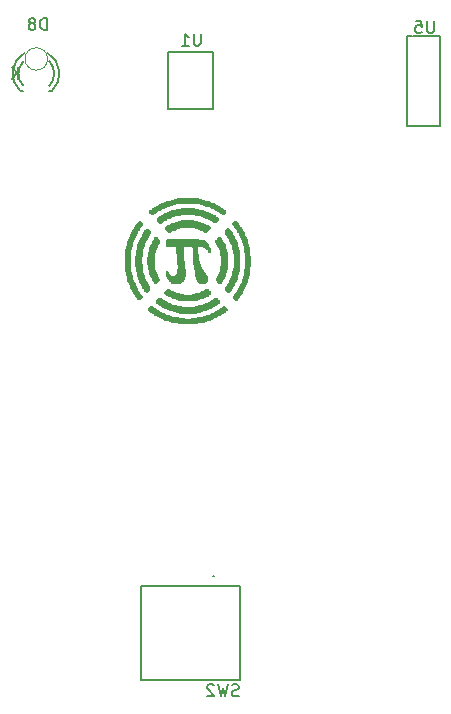
<source format=gbr>
G04 #@! TF.FileFunction,Legend,Bot*
%FSLAX46Y46*%
G04 Gerber Fmt 4.6, Leading zero omitted, Abs format (unit mm)*
G04 Created by KiCad (PCBNEW 201610091317+7290~55~ubuntu16.04.1-) date Tue Oct 25 10:25:20 2016*
%MOMM*%
%LPD*%
G01*
G04 APERTURE LIST*
%ADD10C,0.100000*%
%ADD11C,0.010000*%
%ADD12C,0.150000*%
G04 APERTURE END LIST*
D10*
D11*
G36*
X133195500Y-82378500D02*
X133135500Y-82378500D01*
X133135500Y-82438500D01*
X133195500Y-82438500D01*
X133195500Y-82378500D01*
X133195500Y-82378500D01*
G37*
X133195500Y-82378500D02*
X133135500Y-82378500D01*
X133135500Y-82438500D01*
X133195500Y-82438500D01*
X133195500Y-82378500D01*
G36*
X133255500Y-82378500D02*
X133195500Y-82378500D01*
X133195500Y-82438500D01*
X133255500Y-82438500D01*
X133255500Y-82378500D01*
X133255500Y-82378500D01*
G37*
X133255500Y-82378500D02*
X133195500Y-82378500D01*
X133195500Y-82438500D01*
X133255500Y-82438500D01*
X133255500Y-82378500D01*
G36*
X133315500Y-82378500D02*
X133255500Y-82378500D01*
X133255500Y-82438500D01*
X133315500Y-82438500D01*
X133315500Y-82378500D01*
X133315500Y-82378500D01*
G37*
X133315500Y-82378500D02*
X133255500Y-82378500D01*
X133255500Y-82438500D01*
X133315500Y-82438500D01*
X133315500Y-82378500D01*
G36*
X133375500Y-82378500D02*
X133315500Y-82378500D01*
X133315500Y-82438500D01*
X133375500Y-82438500D01*
X133375500Y-82378500D01*
X133375500Y-82378500D01*
G37*
X133375500Y-82378500D02*
X133315500Y-82378500D01*
X133315500Y-82438500D01*
X133375500Y-82438500D01*
X133375500Y-82378500D01*
G36*
X133435500Y-82378500D02*
X133375500Y-82378500D01*
X133375500Y-82438500D01*
X133435500Y-82438500D01*
X133435500Y-82378500D01*
X133435500Y-82378500D01*
G37*
X133435500Y-82378500D02*
X133375500Y-82378500D01*
X133375500Y-82438500D01*
X133435500Y-82438500D01*
X133435500Y-82378500D01*
G36*
X133495500Y-82378500D02*
X133435500Y-82378500D01*
X133435500Y-82438500D01*
X133495500Y-82438500D01*
X133495500Y-82378500D01*
X133495500Y-82378500D01*
G37*
X133495500Y-82378500D02*
X133435500Y-82378500D01*
X133435500Y-82438500D01*
X133495500Y-82438500D01*
X133495500Y-82378500D01*
G36*
X133555500Y-82378500D02*
X133495500Y-82378500D01*
X133495500Y-82438500D01*
X133555500Y-82438500D01*
X133555500Y-82378500D01*
X133555500Y-82378500D01*
G37*
X133555500Y-82378500D02*
X133495500Y-82378500D01*
X133495500Y-82438500D01*
X133555500Y-82438500D01*
X133555500Y-82378500D01*
G36*
X133615500Y-82378500D02*
X133555500Y-82378500D01*
X133555500Y-82438500D01*
X133615500Y-82438500D01*
X133615500Y-82378500D01*
X133615500Y-82378500D01*
G37*
X133615500Y-82378500D02*
X133555500Y-82378500D01*
X133555500Y-82438500D01*
X133615500Y-82438500D01*
X133615500Y-82378500D01*
G36*
X133675500Y-82378500D02*
X133615500Y-82378500D01*
X133615500Y-82438500D01*
X133675500Y-82438500D01*
X133675500Y-82378500D01*
X133675500Y-82378500D01*
G37*
X133675500Y-82378500D02*
X133615500Y-82378500D01*
X133615500Y-82438500D01*
X133675500Y-82438500D01*
X133675500Y-82378500D01*
G36*
X133735500Y-82378500D02*
X133675500Y-82378500D01*
X133675500Y-82438500D01*
X133735500Y-82438500D01*
X133735500Y-82378500D01*
X133735500Y-82378500D01*
G37*
X133735500Y-82378500D02*
X133675500Y-82378500D01*
X133675500Y-82438500D01*
X133735500Y-82438500D01*
X133735500Y-82378500D01*
G36*
X133795500Y-82378500D02*
X133735500Y-82378500D01*
X133735500Y-82438500D01*
X133795500Y-82438500D01*
X133795500Y-82378500D01*
X133795500Y-82378500D01*
G37*
X133795500Y-82378500D02*
X133735500Y-82378500D01*
X133735500Y-82438500D01*
X133795500Y-82438500D01*
X133795500Y-82378500D01*
G36*
X133855500Y-82378500D02*
X133795500Y-82378500D01*
X133795500Y-82438500D01*
X133855500Y-82438500D01*
X133855500Y-82378500D01*
X133855500Y-82378500D01*
G37*
X133855500Y-82378500D02*
X133795500Y-82378500D01*
X133795500Y-82438500D01*
X133855500Y-82438500D01*
X133855500Y-82378500D01*
G36*
X133915500Y-82378500D02*
X133855500Y-82378500D01*
X133855500Y-82438500D01*
X133915500Y-82438500D01*
X133915500Y-82378500D01*
X133915500Y-82378500D01*
G37*
X133915500Y-82378500D02*
X133855500Y-82378500D01*
X133855500Y-82438500D01*
X133915500Y-82438500D01*
X133915500Y-82378500D01*
G36*
X133975500Y-82378500D02*
X133915500Y-82378500D01*
X133915500Y-82438500D01*
X133975500Y-82438500D01*
X133975500Y-82378500D01*
X133975500Y-82378500D01*
G37*
X133975500Y-82378500D02*
X133915500Y-82378500D01*
X133915500Y-82438500D01*
X133975500Y-82438500D01*
X133975500Y-82378500D01*
G36*
X134035500Y-82378500D02*
X133975500Y-82378500D01*
X133975500Y-82438500D01*
X134035500Y-82438500D01*
X134035500Y-82378500D01*
X134035500Y-82378500D01*
G37*
X134035500Y-82378500D02*
X133975500Y-82378500D01*
X133975500Y-82438500D01*
X134035500Y-82438500D01*
X134035500Y-82378500D01*
G36*
X134095500Y-82378500D02*
X134035500Y-82378500D01*
X134035500Y-82438500D01*
X134095500Y-82438500D01*
X134095500Y-82378500D01*
X134095500Y-82378500D01*
G37*
X134095500Y-82378500D02*
X134035500Y-82378500D01*
X134035500Y-82438500D01*
X134095500Y-82438500D01*
X134095500Y-82378500D01*
G36*
X134155500Y-82378500D02*
X134095500Y-82378500D01*
X134095500Y-82438500D01*
X134155500Y-82438500D01*
X134155500Y-82378500D01*
X134155500Y-82378500D01*
G37*
X134155500Y-82378500D02*
X134095500Y-82378500D01*
X134095500Y-82438500D01*
X134155500Y-82438500D01*
X134155500Y-82378500D01*
G36*
X134215500Y-82378500D02*
X134155500Y-82378500D01*
X134155500Y-82438500D01*
X134215500Y-82438500D01*
X134215500Y-82378500D01*
X134215500Y-82378500D01*
G37*
X134215500Y-82378500D02*
X134155500Y-82378500D01*
X134155500Y-82438500D01*
X134215500Y-82438500D01*
X134215500Y-82378500D01*
G36*
X134275500Y-82378500D02*
X134215500Y-82378500D01*
X134215500Y-82438500D01*
X134275500Y-82438500D01*
X134275500Y-82378500D01*
X134275500Y-82378500D01*
G37*
X134275500Y-82378500D02*
X134215500Y-82378500D01*
X134215500Y-82438500D01*
X134275500Y-82438500D01*
X134275500Y-82378500D01*
G36*
X134335500Y-82378500D02*
X134275500Y-82378500D01*
X134275500Y-82438500D01*
X134335500Y-82438500D01*
X134335500Y-82378500D01*
X134335500Y-82378500D01*
G37*
X134335500Y-82378500D02*
X134275500Y-82378500D01*
X134275500Y-82438500D01*
X134335500Y-82438500D01*
X134335500Y-82378500D01*
G36*
X134395500Y-82378500D02*
X134335500Y-82378500D01*
X134335500Y-82438500D01*
X134395500Y-82438500D01*
X134395500Y-82378500D01*
X134395500Y-82378500D01*
G37*
X134395500Y-82378500D02*
X134335500Y-82378500D01*
X134335500Y-82438500D01*
X134395500Y-82438500D01*
X134395500Y-82378500D01*
G36*
X134455500Y-82378500D02*
X134395500Y-82378500D01*
X134395500Y-82438500D01*
X134455500Y-82438500D01*
X134455500Y-82378500D01*
X134455500Y-82378500D01*
G37*
X134455500Y-82378500D02*
X134395500Y-82378500D01*
X134395500Y-82438500D01*
X134455500Y-82438500D01*
X134455500Y-82378500D01*
G36*
X134515500Y-82378500D02*
X134455500Y-82378500D01*
X134455500Y-82438500D01*
X134515500Y-82438500D01*
X134515500Y-82378500D01*
X134515500Y-82378500D01*
G37*
X134515500Y-82378500D02*
X134455500Y-82378500D01*
X134455500Y-82438500D01*
X134515500Y-82438500D01*
X134515500Y-82378500D01*
G36*
X134575500Y-82378500D02*
X134515500Y-82378500D01*
X134515500Y-82438500D01*
X134575500Y-82438500D01*
X134575500Y-82378500D01*
X134575500Y-82378500D01*
G37*
X134575500Y-82378500D02*
X134515500Y-82378500D01*
X134515500Y-82438500D01*
X134575500Y-82438500D01*
X134575500Y-82378500D01*
G36*
X134635500Y-82378500D02*
X134575500Y-82378500D01*
X134575500Y-82438500D01*
X134635500Y-82438500D01*
X134635500Y-82378500D01*
X134635500Y-82378500D01*
G37*
X134635500Y-82378500D02*
X134575500Y-82378500D01*
X134575500Y-82438500D01*
X134635500Y-82438500D01*
X134635500Y-82378500D01*
G36*
X134695500Y-82378500D02*
X134635500Y-82378500D01*
X134635500Y-82438500D01*
X134695500Y-82438500D01*
X134695500Y-82378500D01*
X134695500Y-82378500D01*
G37*
X134695500Y-82378500D02*
X134635500Y-82378500D01*
X134635500Y-82438500D01*
X134695500Y-82438500D01*
X134695500Y-82378500D01*
G36*
X134755500Y-82378500D02*
X134695500Y-82378500D01*
X134695500Y-82438500D01*
X134755500Y-82438500D01*
X134755500Y-82378500D01*
X134755500Y-82378500D01*
G37*
X134755500Y-82378500D02*
X134695500Y-82378500D01*
X134695500Y-82438500D01*
X134755500Y-82438500D01*
X134755500Y-82378500D01*
G36*
X132835500Y-82318500D02*
X132775500Y-82318500D01*
X132775500Y-82378500D01*
X132835500Y-82378500D01*
X132835500Y-82318500D01*
X132835500Y-82318500D01*
G37*
X132835500Y-82318500D02*
X132775500Y-82318500D01*
X132775500Y-82378500D01*
X132835500Y-82378500D01*
X132835500Y-82318500D01*
G36*
X132895500Y-82318500D02*
X132835500Y-82318500D01*
X132835500Y-82378500D01*
X132895500Y-82378500D01*
X132895500Y-82318500D01*
X132895500Y-82318500D01*
G37*
X132895500Y-82318500D02*
X132835500Y-82318500D01*
X132835500Y-82378500D01*
X132895500Y-82378500D01*
X132895500Y-82318500D01*
G36*
X132955500Y-82318500D02*
X132895500Y-82318500D01*
X132895500Y-82378500D01*
X132955500Y-82378500D01*
X132955500Y-82318500D01*
X132955500Y-82318500D01*
G37*
X132955500Y-82318500D02*
X132895500Y-82318500D01*
X132895500Y-82378500D01*
X132955500Y-82378500D01*
X132955500Y-82318500D01*
G36*
X133015500Y-82318500D02*
X132955500Y-82318500D01*
X132955500Y-82378500D01*
X133015500Y-82378500D01*
X133015500Y-82318500D01*
X133015500Y-82318500D01*
G37*
X133015500Y-82318500D02*
X132955500Y-82318500D01*
X132955500Y-82378500D01*
X133015500Y-82378500D01*
X133015500Y-82318500D01*
G36*
X133075500Y-82318500D02*
X133015500Y-82318500D01*
X133015500Y-82378500D01*
X133075500Y-82378500D01*
X133075500Y-82318500D01*
X133075500Y-82318500D01*
G37*
X133075500Y-82318500D02*
X133015500Y-82318500D01*
X133015500Y-82378500D01*
X133075500Y-82378500D01*
X133075500Y-82318500D01*
G36*
X133135500Y-82318500D02*
X133075500Y-82318500D01*
X133075500Y-82378500D01*
X133135500Y-82378500D01*
X133135500Y-82318500D01*
X133135500Y-82318500D01*
G37*
X133135500Y-82318500D02*
X133075500Y-82318500D01*
X133075500Y-82378500D01*
X133135500Y-82378500D01*
X133135500Y-82318500D01*
G36*
X133195500Y-82318500D02*
X133135500Y-82318500D01*
X133135500Y-82378500D01*
X133195500Y-82378500D01*
X133195500Y-82318500D01*
X133195500Y-82318500D01*
G37*
X133195500Y-82318500D02*
X133135500Y-82318500D01*
X133135500Y-82378500D01*
X133195500Y-82378500D01*
X133195500Y-82318500D01*
G36*
X133255500Y-82318500D02*
X133195500Y-82318500D01*
X133195500Y-82378500D01*
X133255500Y-82378500D01*
X133255500Y-82318500D01*
X133255500Y-82318500D01*
G37*
X133255500Y-82318500D02*
X133195500Y-82318500D01*
X133195500Y-82378500D01*
X133255500Y-82378500D01*
X133255500Y-82318500D01*
G36*
X133315500Y-82318500D02*
X133255500Y-82318500D01*
X133255500Y-82378500D01*
X133315500Y-82378500D01*
X133315500Y-82318500D01*
X133315500Y-82318500D01*
G37*
X133315500Y-82318500D02*
X133255500Y-82318500D01*
X133255500Y-82378500D01*
X133315500Y-82378500D01*
X133315500Y-82318500D01*
G36*
X133375500Y-82318500D02*
X133315500Y-82318500D01*
X133315500Y-82378500D01*
X133375500Y-82378500D01*
X133375500Y-82318500D01*
X133375500Y-82318500D01*
G37*
X133375500Y-82318500D02*
X133315500Y-82318500D01*
X133315500Y-82378500D01*
X133375500Y-82378500D01*
X133375500Y-82318500D01*
G36*
X133435500Y-82318500D02*
X133375500Y-82318500D01*
X133375500Y-82378500D01*
X133435500Y-82378500D01*
X133435500Y-82318500D01*
X133435500Y-82318500D01*
G37*
X133435500Y-82318500D02*
X133375500Y-82318500D01*
X133375500Y-82378500D01*
X133435500Y-82378500D01*
X133435500Y-82318500D01*
G36*
X133495500Y-82318500D02*
X133435500Y-82318500D01*
X133435500Y-82378500D01*
X133495500Y-82378500D01*
X133495500Y-82318500D01*
X133495500Y-82318500D01*
G37*
X133495500Y-82318500D02*
X133435500Y-82318500D01*
X133435500Y-82378500D01*
X133495500Y-82378500D01*
X133495500Y-82318500D01*
G36*
X133555500Y-82318500D02*
X133495500Y-82318500D01*
X133495500Y-82378500D01*
X133555500Y-82378500D01*
X133555500Y-82318500D01*
X133555500Y-82318500D01*
G37*
X133555500Y-82318500D02*
X133495500Y-82318500D01*
X133495500Y-82378500D01*
X133555500Y-82378500D01*
X133555500Y-82318500D01*
G36*
X133615500Y-82318500D02*
X133555500Y-82318500D01*
X133555500Y-82378500D01*
X133615500Y-82378500D01*
X133615500Y-82318500D01*
X133615500Y-82318500D01*
G37*
X133615500Y-82318500D02*
X133555500Y-82318500D01*
X133555500Y-82378500D01*
X133615500Y-82378500D01*
X133615500Y-82318500D01*
G36*
X133675500Y-82318500D02*
X133615500Y-82318500D01*
X133615500Y-82378500D01*
X133675500Y-82378500D01*
X133675500Y-82318500D01*
X133675500Y-82318500D01*
G37*
X133675500Y-82318500D02*
X133615500Y-82318500D01*
X133615500Y-82378500D01*
X133675500Y-82378500D01*
X133675500Y-82318500D01*
G36*
X133735500Y-82318500D02*
X133675500Y-82318500D01*
X133675500Y-82378500D01*
X133735500Y-82378500D01*
X133735500Y-82318500D01*
X133735500Y-82318500D01*
G37*
X133735500Y-82318500D02*
X133675500Y-82318500D01*
X133675500Y-82378500D01*
X133735500Y-82378500D01*
X133735500Y-82318500D01*
G36*
X133795500Y-82318500D02*
X133735500Y-82318500D01*
X133735500Y-82378500D01*
X133795500Y-82378500D01*
X133795500Y-82318500D01*
X133795500Y-82318500D01*
G37*
X133795500Y-82318500D02*
X133735500Y-82318500D01*
X133735500Y-82378500D01*
X133795500Y-82378500D01*
X133795500Y-82318500D01*
G36*
X133855500Y-82318500D02*
X133795500Y-82318500D01*
X133795500Y-82378500D01*
X133855500Y-82378500D01*
X133855500Y-82318500D01*
X133855500Y-82318500D01*
G37*
X133855500Y-82318500D02*
X133795500Y-82318500D01*
X133795500Y-82378500D01*
X133855500Y-82378500D01*
X133855500Y-82318500D01*
G36*
X133915500Y-82318500D02*
X133855500Y-82318500D01*
X133855500Y-82378500D01*
X133915500Y-82378500D01*
X133915500Y-82318500D01*
X133915500Y-82318500D01*
G37*
X133915500Y-82318500D02*
X133855500Y-82318500D01*
X133855500Y-82378500D01*
X133915500Y-82378500D01*
X133915500Y-82318500D01*
G36*
X133975500Y-82318500D02*
X133915500Y-82318500D01*
X133915500Y-82378500D01*
X133975500Y-82378500D01*
X133975500Y-82318500D01*
X133975500Y-82318500D01*
G37*
X133975500Y-82318500D02*
X133915500Y-82318500D01*
X133915500Y-82378500D01*
X133975500Y-82378500D01*
X133975500Y-82318500D01*
G36*
X134035500Y-82318500D02*
X133975500Y-82318500D01*
X133975500Y-82378500D01*
X134035500Y-82378500D01*
X134035500Y-82318500D01*
X134035500Y-82318500D01*
G37*
X134035500Y-82318500D02*
X133975500Y-82318500D01*
X133975500Y-82378500D01*
X134035500Y-82378500D01*
X134035500Y-82318500D01*
G36*
X134095500Y-82318500D02*
X134035500Y-82318500D01*
X134035500Y-82378500D01*
X134095500Y-82378500D01*
X134095500Y-82318500D01*
X134095500Y-82318500D01*
G37*
X134095500Y-82318500D02*
X134035500Y-82318500D01*
X134035500Y-82378500D01*
X134095500Y-82378500D01*
X134095500Y-82318500D01*
G36*
X134155500Y-82318500D02*
X134095500Y-82318500D01*
X134095500Y-82378500D01*
X134155500Y-82378500D01*
X134155500Y-82318500D01*
X134155500Y-82318500D01*
G37*
X134155500Y-82318500D02*
X134095500Y-82318500D01*
X134095500Y-82378500D01*
X134155500Y-82378500D01*
X134155500Y-82318500D01*
G36*
X134215500Y-82318500D02*
X134155500Y-82318500D01*
X134155500Y-82378500D01*
X134215500Y-82378500D01*
X134215500Y-82318500D01*
X134215500Y-82318500D01*
G37*
X134215500Y-82318500D02*
X134155500Y-82318500D01*
X134155500Y-82378500D01*
X134215500Y-82378500D01*
X134215500Y-82318500D01*
G36*
X134275500Y-82318500D02*
X134215500Y-82318500D01*
X134215500Y-82378500D01*
X134275500Y-82378500D01*
X134275500Y-82318500D01*
X134275500Y-82318500D01*
G37*
X134275500Y-82318500D02*
X134215500Y-82318500D01*
X134215500Y-82378500D01*
X134275500Y-82378500D01*
X134275500Y-82318500D01*
G36*
X134335500Y-82318500D02*
X134275500Y-82318500D01*
X134275500Y-82378500D01*
X134335500Y-82378500D01*
X134335500Y-82318500D01*
X134335500Y-82318500D01*
G37*
X134335500Y-82318500D02*
X134275500Y-82318500D01*
X134275500Y-82378500D01*
X134335500Y-82378500D01*
X134335500Y-82318500D01*
G36*
X134395500Y-82318500D02*
X134335500Y-82318500D01*
X134335500Y-82378500D01*
X134395500Y-82378500D01*
X134395500Y-82318500D01*
X134395500Y-82318500D01*
G37*
X134395500Y-82318500D02*
X134335500Y-82318500D01*
X134335500Y-82378500D01*
X134395500Y-82378500D01*
X134395500Y-82318500D01*
G36*
X134455500Y-82318500D02*
X134395500Y-82318500D01*
X134395500Y-82378500D01*
X134455500Y-82378500D01*
X134455500Y-82318500D01*
X134455500Y-82318500D01*
G37*
X134455500Y-82318500D02*
X134395500Y-82318500D01*
X134395500Y-82378500D01*
X134455500Y-82378500D01*
X134455500Y-82318500D01*
G36*
X134515500Y-82318500D02*
X134455500Y-82318500D01*
X134455500Y-82378500D01*
X134515500Y-82378500D01*
X134515500Y-82318500D01*
X134515500Y-82318500D01*
G37*
X134515500Y-82318500D02*
X134455500Y-82318500D01*
X134455500Y-82378500D01*
X134515500Y-82378500D01*
X134515500Y-82318500D01*
G36*
X134575500Y-82318500D02*
X134515500Y-82318500D01*
X134515500Y-82378500D01*
X134575500Y-82378500D01*
X134575500Y-82318500D01*
X134575500Y-82318500D01*
G37*
X134575500Y-82318500D02*
X134515500Y-82318500D01*
X134515500Y-82378500D01*
X134575500Y-82378500D01*
X134575500Y-82318500D01*
G36*
X134635500Y-82318500D02*
X134575500Y-82318500D01*
X134575500Y-82378500D01*
X134635500Y-82378500D01*
X134635500Y-82318500D01*
X134635500Y-82318500D01*
G37*
X134635500Y-82318500D02*
X134575500Y-82318500D01*
X134575500Y-82378500D01*
X134635500Y-82378500D01*
X134635500Y-82318500D01*
G36*
X134695500Y-82318500D02*
X134635500Y-82318500D01*
X134635500Y-82378500D01*
X134695500Y-82378500D01*
X134695500Y-82318500D01*
X134695500Y-82318500D01*
G37*
X134695500Y-82318500D02*
X134635500Y-82318500D01*
X134635500Y-82378500D01*
X134695500Y-82378500D01*
X134695500Y-82318500D01*
G36*
X134755500Y-82318500D02*
X134695500Y-82318500D01*
X134695500Y-82378500D01*
X134755500Y-82378500D01*
X134755500Y-82318500D01*
X134755500Y-82318500D01*
G37*
X134755500Y-82318500D02*
X134695500Y-82318500D01*
X134695500Y-82378500D01*
X134755500Y-82378500D01*
X134755500Y-82318500D01*
G36*
X134815500Y-82318500D02*
X134755500Y-82318500D01*
X134755500Y-82378500D01*
X134815500Y-82378500D01*
X134815500Y-82318500D01*
X134815500Y-82318500D01*
G37*
X134815500Y-82318500D02*
X134755500Y-82318500D01*
X134755500Y-82378500D01*
X134815500Y-82378500D01*
X134815500Y-82318500D01*
G36*
X134875500Y-82318500D02*
X134815500Y-82318500D01*
X134815500Y-82378500D01*
X134875500Y-82378500D01*
X134875500Y-82318500D01*
X134875500Y-82318500D01*
G37*
X134875500Y-82318500D02*
X134815500Y-82318500D01*
X134815500Y-82378500D01*
X134875500Y-82378500D01*
X134875500Y-82318500D01*
G36*
X134935500Y-82318500D02*
X134875500Y-82318500D01*
X134875500Y-82378500D01*
X134935500Y-82378500D01*
X134935500Y-82318500D01*
X134935500Y-82318500D01*
G37*
X134935500Y-82318500D02*
X134875500Y-82318500D01*
X134875500Y-82378500D01*
X134935500Y-82378500D01*
X134935500Y-82318500D01*
G36*
X134995500Y-82318500D02*
X134935500Y-82318500D01*
X134935500Y-82378500D01*
X134995500Y-82378500D01*
X134995500Y-82318500D01*
X134995500Y-82318500D01*
G37*
X134995500Y-82318500D02*
X134935500Y-82318500D01*
X134935500Y-82378500D01*
X134995500Y-82378500D01*
X134995500Y-82318500D01*
G36*
X135055500Y-82318500D02*
X134995500Y-82318500D01*
X134995500Y-82378500D01*
X135055500Y-82378500D01*
X135055500Y-82318500D01*
X135055500Y-82318500D01*
G37*
X135055500Y-82318500D02*
X134995500Y-82318500D01*
X134995500Y-82378500D01*
X135055500Y-82378500D01*
X135055500Y-82318500D01*
G36*
X135115500Y-82318500D02*
X135055500Y-82318500D01*
X135055500Y-82378500D01*
X135115500Y-82378500D01*
X135115500Y-82318500D01*
X135115500Y-82318500D01*
G37*
X135115500Y-82318500D02*
X135055500Y-82318500D01*
X135055500Y-82378500D01*
X135115500Y-82378500D01*
X135115500Y-82318500D01*
G36*
X132595500Y-82258500D02*
X132535500Y-82258500D01*
X132535500Y-82318500D01*
X132595500Y-82318500D01*
X132595500Y-82258500D01*
X132595500Y-82258500D01*
G37*
X132595500Y-82258500D02*
X132535500Y-82258500D01*
X132535500Y-82318500D01*
X132595500Y-82318500D01*
X132595500Y-82258500D01*
G36*
X132655500Y-82258500D02*
X132595500Y-82258500D01*
X132595500Y-82318500D01*
X132655500Y-82318500D01*
X132655500Y-82258500D01*
X132655500Y-82258500D01*
G37*
X132655500Y-82258500D02*
X132595500Y-82258500D01*
X132595500Y-82318500D01*
X132655500Y-82318500D01*
X132655500Y-82258500D01*
G36*
X132715500Y-82258500D02*
X132655500Y-82258500D01*
X132655500Y-82318500D01*
X132715500Y-82318500D01*
X132715500Y-82258500D01*
X132715500Y-82258500D01*
G37*
X132715500Y-82258500D02*
X132655500Y-82258500D01*
X132655500Y-82318500D01*
X132715500Y-82318500D01*
X132715500Y-82258500D01*
G36*
X132775500Y-82258500D02*
X132715500Y-82258500D01*
X132715500Y-82318500D01*
X132775500Y-82318500D01*
X132775500Y-82258500D01*
X132775500Y-82258500D01*
G37*
X132775500Y-82258500D02*
X132715500Y-82258500D01*
X132715500Y-82318500D01*
X132775500Y-82318500D01*
X132775500Y-82258500D01*
G36*
X132835500Y-82258500D02*
X132775500Y-82258500D01*
X132775500Y-82318500D01*
X132835500Y-82318500D01*
X132835500Y-82258500D01*
X132835500Y-82258500D01*
G37*
X132835500Y-82258500D02*
X132775500Y-82258500D01*
X132775500Y-82318500D01*
X132835500Y-82318500D01*
X132835500Y-82258500D01*
G36*
X132895500Y-82258500D02*
X132835500Y-82258500D01*
X132835500Y-82318500D01*
X132895500Y-82318500D01*
X132895500Y-82258500D01*
X132895500Y-82258500D01*
G37*
X132895500Y-82258500D02*
X132835500Y-82258500D01*
X132835500Y-82318500D01*
X132895500Y-82318500D01*
X132895500Y-82258500D01*
G36*
X132955500Y-82258500D02*
X132895500Y-82258500D01*
X132895500Y-82318500D01*
X132955500Y-82318500D01*
X132955500Y-82258500D01*
X132955500Y-82258500D01*
G37*
X132955500Y-82258500D02*
X132895500Y-82258500D01*
X132895500Y-82318500D01*
X132955500Y-82318500D01*
X132955500Y-82258500D01*
G36*
X133015500Y-82258500D02*
X132955500Y-82258500D01*
X132955500Y-82318500D01*
X133015500Y-82318500D01*
X133015500Y-82258500D01*
X133015500Y-82258500D01*
G37*
X133015500Y-82258500D02*
X132955500Y-82258500D01*
X132955500Y-82318500D01*
X133015500Y-82318500D01*
X133015500Y-82258500D01*
G36*
X133075500Y-82258500D02*
X133015500Y-82258500D01*
X133015500Y-82318500D01*
X133075500Y-82318500D01*
X133075500Y-82258500D01*
X133075500Y-82258500D01*
G37*
X133075500Y-82258500D02*
X133015500Y-82258500D01*
X133015500Y-82318500D01*
X133075500Y-82318500D01*
X133075500Y-82258500D01*
G36*
X133135500Y-82258500D02*
X133075500Y-82258500D01*
X133075500Y-82318500D01*
X133135500Y-82318500D01*
X133135500Y-82258500D01*
X133135500Y-82258500D01*
G37*
X133135500Y-82258500D02*
X133075500Y-82258500D01*
X133075500Y-82318500D01*
X133135500Y-82318500D01*
X133135500Y-82258500D01*
G36*
X133195500Y-82258500D02*
X133135500Y-82258500D01*
X133135500Y-82318500D01*
X133195500Y-82318500D01*
X133195500Y-82258500D01*
X133195500Y-82258500D01*
G37*
X133195500Y-82258500D02*
X133135500Y-82258500D01*
X133135500Y-82318500D01*
X133195500Y-82318500D01*
X133195500Y-82258500D01*
G36*
X133255500Y-82258500D02*
X133195500Y-82258500D01*
X133195500Y-82318500D01*
X133255500Y-82318500D01*
X133255500Y-82258500D01*
X133255500Y-82258500D01*
G37*
X133255500Y-82258500D02*
X133195500Y-82258500D01*
X133195500Y-82318500D01*
X133255500Y-82318500D01*
X133255500Y-82258500D01*
G36*
X133315500Y-82258500D02*
X133255500Y-82258500D01*
X133255500Y-82318500D01*
X133315500Y-82318500D01*
X133315500Y-82258500D01*
X133315500Y-82258500D01*
G37*
X133315500Y-82258500D02*
X133255500Y-82258500D01*
X133255500Y-82318500D01*
X133315500Y-82318500D01*
X133315500Y-82258500D01*
G36*
X133375500Y-82258500D02*
X133315500Y-82258500D01*
X133315500Y-82318500D01*
X133375500Y-82318500D01*
X133375500Y-82258500D01*
X133375500Y-82258500D01*
G37*
X133375500Y-82258500D02*
X133315500Y-82258500D01*
X133315500Y-82318500D01*
X133375500Y-82318500D01*
X133375500Y-82258500D01*
G36*
X133435500Y-82258500D02*
X133375500Y-82258500D01*
X133375500Y-82318500D01*
X133435500Y-82318500D01*
X133435500Y-82258500D01*
X133435500Y-82258500D01*
G37*
X133435500Y-82258500D02*
X133375500Y-82258500D01*
X133375500Y-82318500D01*
X133435500Y-82318500D01*
X133435500Y-82258500D01*
G36*
X133495500Y-82258500D02*
X133435500Y-82258500D01*
X133435500Y-82318500D01*
X133495500Y-82318500D01*
X133495500Y-82258500D01*
X133495500Y-82258500D01*
G37*
X133495500Y-82258500D02*
X133435500Y-82258500D01*
X133435500Y-82318500D01*
X133495500Y-82318500D01*
X133495500Y-82258500D01*
G36*
X133555500Y-82258500D02*
X133495500Y-82258500D01*
X133495500Y-82318500D01*
X133555500Y-82318500D01*
X133555500Y-82258500D01*
X133555500Y-82258500D01*
G37*
X133555500Y-82258500D02*
X133495500Y-82258500D01*
X133495500Y-82318500D01*
X133555500Y-82318500D01*
X133555500Y-82258500D01*
G36*
X133615500Y-82258500D02*
X133555500Y-82258500D01*
X133555500Y-82318500D01*
X133615500Y-82318500D01*
X133615500Y-82258500D01*
X133615500Y-82258500D01*
G37*
X133615500Y-82258500D02*
X133555500Y-82258500D01*
X133555500Y-82318500D01*
X133615500Y-82318500D01*
X133615500Y-82258500D01*
G36*
X133675500Y-82258500D02*
X133615500Y-82258500D01*
X133615500Y-82318500D01*
X133675500Y-82318500D01*
X133675500Y-82258500D01*
X133675500Y-82258500D01*
G37*
X133675500Y-82258500D02*
X133615500Y-82258500D01*
X133615500Y-82318500D01*
X133675500Y-82318500D01*
X133675500Y-82258500D01*
G36*
X133735500Y-82258500D02*
X133675500Y-82258500D01*
X133675500Y-82318500D01*
X133735500Y-82318500D01*
X133735500Y-82258500D01*
X133735500Y-82258500D01*
G37*
X133735500Y-82258500D02*
X133675500Y-82258500D01*
X133675500Y-82318500D01*
X133735500Y-82318500D01*
X133735500Y-82258500D01*
G36*
X133795500Y-82258500D02*
X133735500Y-82258500D01*
X133735500Y-82318500D01*
X133795500Y-82318500D01*
X133795500Y-82258500D01*
X133795500Y-82258500D01*
G37*
X133795500Y-82258500D02*
X133735500Y-82258500D01*
X133735500Y-82318500D01*
X133795500Y-82318500D01*
X133795500Y-82258500D01*
G36*
X133855500Y-82258500D02*
X133795500Y-82258500D01*
X133795500Y-82318500D01*
X133855500Y-82318500D01*
X133855500Y-82258500D01*
X133855500Y-82258500D01*
G37*
X133855500Y-82258500D02*
X133795500Y-82258500D01*
X133795500Y-82318500D01*
X133855500Y-82318500D01*
X133855500Y-82258500D01*
G36*
X133915500Y-82258500D02*
X133855500Y-82258500D01*
X133855500Y-82318500D01*
X133915500Y-82318500D01*
X133915500Y-82258500D01*
X133915500Y-82258500D01*
G37*
X133915500Y-82258500D02*
X133855500Y-82258500D01*
X133855500Y-82318500D01*
X133915500Y-82318500D01*
X133915500Y-82258500D01*
G36*
X133975500Y-82258500D02*
X133915500Y-82258500D01*
X133915500Y-82318500D01*
X133975500Y-82318500D01*
X133975500Y-82258500D01*
X133975500Y-82258500D01*
G37*
X133975500Y-82258500D02*
X133915500Y-82258500D01*
X133915500Y-82318500D01*
X133975500Y-82318500D01*
X133975500Y-82258500D01*
G36*
X134035500Y-82258500D02*
X133975500Y-82258500D01*
X133975500Y-82318500D01*
X134035500Y-82318500D01*
X134035500Y-82258500D01*
X134035500Y-82258500D01*
G37*
X134035500Y-82258500D02*
X133975500Y-82258500D01*
X133975500Y-82318500D01*
X134035500Y-82318500D01*
X134035500Y-82258500D01*
G36*
X134095500Y-82258500D02*
X134035500Y-82258500D01*
X134035500Y-82318500D01*
X134095500Y-82318500D01*
X134095500Y-82258500D01*
X134095500Y-82258500D01*
G37*
X134095500Y-82258500D02*
X134035500Y-82258500D01*
X134035500Y-82318500D01*
X134095500Y-82318500D01*
X134095500Y-82258500D01*
G36*
X134155500Y-82258500D02*
X134095500Y-82258500D01*
X134095500Y-82318500D01*
X134155500Y-82318500D01*
X134155500Y-82258500D01*
X134155500Y-82258500D01*
G37*
X134155500Y-82258500D02*
X134095500Y-82258500D01*
X134095500Y-82318500D01*
X134155500Y-82318500D01*
X134155500Y-82258500D01*
G36*
X134215500Y-82258500D02*
X134155500Y-82258500D01*
X134155500Y-82318500D01*
X134215500Y-82318500D01*
X134215500Y-82258500D01*
X134215500Y-82258500D01*
G37*
X134215500Y-82258500D02*
X134155500Y-82258500D01*
X134155500Y-82318500D01*
X134215500Y-82318500D01*
X134215500Y-82258500D01*
G36*
X134275500Y-82258500D02*
X134215500Y-82258500D01*
X134215500Y-82318500D01*
X134275500Y-82318500D01*
X134275500Y-82258500D01*
X134275500Y-82258500D01*
G37*
X134275500Y-82258500D02*
X134215500Y-82258500D01*
X134215500Y-82318500D01*
X134275500Y-82318500D01*
X134275500Y-82258500D01*
G36*
X134335500Y-82258500D02*
X134275500Y-82258500D01*
X134275500Y-82318500D01*
X134335500Y-82318500D01*
X134335500Y-82258500D01*
X134335500Y-82258500D01*
G37*
X134335500Y-82258500D02*
X134275500Y-82258500D01*
X134275500Y-82318500D01*
X134335500Y-82318500D01*
X134335500Y-82258500D01*
G36*
X134395500Y-82258500D02*
X134335500Y-82258500D01*
X134335500Y-82318500D01*
X134395500Y-82318500D01*
X134395500Y-82258500D01*
X134395500Y-82258500D01*
G37*
X134395500Y-82258500D02*
X134335500Y-82258500D01*
X134335500Y-82318500D01*
X134395500Y-82318500D01*
X134395500Y-82258500D01*
G36*
X134455500Y-82258500D02*
X134395500Y-82258500D01*
X134395500Y-82318500D01*
X134455500Y-82318500D01*
X134455500Y-82258500D01*
X134455500Y-82258500D01*
G37*
X134455500Y-82258500D02*
X134395500Y-82258500D01*
X134395500Y-82318500D01*
X134455500Y-82318500D01*
X134455500Y-82258500D01*
G36*
X134515500Y-82258500D02*
X134455500Y-82258500D01*
X134455500Y-82318500D01*
X134515500Y-82318500D01*
X134515500Y-82258500D01*
X134515500Y-82258500D01*
G37*
X134515500Y-82258500D02*
X134455500Y-82258500D01*
X134455500Y-82318500D01*
X134515500Y-82318500D01*
X134515500Y-82258500D01*
G36*
X134575500Y-82258500D02*
X134515500Y-82258500D01*
X134515500Y-82318500D01*
X134575500Y-82318500D01*
X134575500Y-82258500D01*
X134575500Y-82258500D01*
G37*
X134575500Y-82258500D02*
X134515500Y-82258500D01*
X134515500Y-82318500D01*
X134575500Y-82318500D01*
X134575500Y-82258500D01*
G36*
X134635500Y-82258500D02*
X134575500Y-82258500D01*
X134575500Y-82318500D01*
X134635500Y-82318500D01*
X134635500Y-82258500D01*
X134635500Y-82258500D01*
G37*
X134635500Y-82258500D02*
X134575500Y-82258500D01*
X134575500Y-82318500D01*
X134635500Y-82318500D01*
X134635500Y-82258500D01*
G36*
X134695500Y-82258500D02*
X134635500Y-82258500D01*
X134635500Y-82318500D01*
X134695500Y-82318500D01*
X134695500Y-82258500D01*
X134695500Y-82258500D01*
G37*
X134695500Y-82258500D02*
X134635500Y-82258500D01*
X134635500Y-82318500D01*
X134695500Y-82318500D01*
X134695500Y-82258500D01*
G36*
X134755500Y-82258500D02*
X134695500Y-82258500D01*
X134695500Y-82318500D01*
X134755500Y-82318500D01*
X134755500Y-82258500D01*
X134755500Y-82258500D01*
G37*
X134755500Y-82258500D02*
X134695500Y-82258500D01*
X134695500Y-82318500D01*
X134755500Y-82318500D01*
X134755500Y-82258500D01*
G36*
X134815500Y-82258500D02*
X134755500Y-82258500D01*
X134755500Y-82318500D01*
X134815500Y-82318500D01*
X134815500Y-82258500D01*
X134815500Y-82258500D01*
G37*
X134815500Y-82258500D02*
X134755500Y-82258500D01*
X134755500Y-82318500D01*
X134815500Y-82318500D01*
X134815500Y-82258500D01*
G36*
X134875500Y-82258500D02*
X134815500Y-82258500D01*
X134815500Y-82318500D01*
X134875500Y-82318500D01*
X134875500Y-82258500D01*
X134875500Y-82258500D01*
G37*
X134875500Y-82258500D02*
X134815500Y-82258500D01*
X134815500Y-82318500D01*
X134875500Y-82318500D01*
X134875500Y-82258500D01*
G36*
X134935500Y-82258500D02*
X134875500Y-82258500D01*
X134875500Y-82318500D01*
X134935500Y-82318500D01*
X134935500Y-82258500D01*
X134935500Y-82258500D01*
G37*
X134935500Y-82258500D02*
X134875500Y-82258500D01*
X134875500Y-82318500D01*
X134935500Y-82318500D01*
X134935500Y-82258500D01*
G36*
X134995500Y-82258500D02*
X134935500Y-82258500D01*
X134935500Y-82318500D01*
X134995500Y-82318500D01*
X134995500Y-82258500D01*
X134995500Y-82258500D01*
G37*
X134995500Y-82258500D02*
X134935500Y-82258500D01*
X134935500Y-82318500D01*
X134995500Y-82318500D01*
X134995500Y-82258500D01*
G36*
X135055500Y-82258500D02*
X134995500Y-82258500D01*
X134995500Y-82318500D01*
X135055500Y-82318500D01*
X135055500Y-82258500D01*
X135055500Y-82258500D01*
G37*
X135055500Y-82258500D02*
X134995500Y-82258500D01*
X134995500Y-82318500D01*
X135055500Y-82318500D01*
X135055500Y-82258500D01*
G36*
X135115500Y-82258500D02*
X135055500Y-82258500D01*
X135055500Y-82318500D01*
X135115500Y-82318500D01*
X135115500Y-82258500D01*
X135115500Y-82258500D01*
G37*
X135115500Y-82258500D02*
X135055500Y-82258500D01*
X135055500Y-82318500D01*
X135115500Y-82318500D01*
X135115500Y-82258500D01*
G36*
X135175500Y-82258500D02*
X135115500Y-82258500D01*
X135115500Y-82318500D01*
X135175500Y-82318500D01*
X135175500Y-82258500D01*
X135175500Y-82258500D01*
G37*
X135175500Y-82258500D02*
X135115500Y-82258500D01*
X135115500Y-82318500D01*
X135175500Y-82318500D01*
X135175500Y-82258500D01*
G36*
X135235500Y-82258500D02*
X135175500Y-82258500D01*
X135175500Y-82318500D01*
X135235500Y-82318500D01*
X135235500Y-82258500D01*
X135235500Y-82258500D01*
G37*
X135235500Y-82258500D02*
X135175500Y-82258500D01*
X135175500Y-82318500D01*
X135235500Y-82318500D01*
X135235500Y-82258500D01*
G36*
X135295500Y-82258500D02*
X135235500Y-82258500D01*
X135235500Y-82318500D01*
X135295500Y-82318500D01*
X135295500Y-82258500D01*
X135295500Y-82258500D01*
G37*
X135295500Y-82258500D02*
X135235500Y-82258500D01*
X135235500Y-82318500D01*
X135295500Y-82318500D01*
X135295500Y-82258500D01*
G36*
X135355500Y-82258500D02*
X135295500Y-82258500D01*
X135295500Y-82318500D01*
X135355500Y-82318500D01*
X135355500Y-82258500D01*
X135355500Y-82258500D01*
G37*
X135355500Y-82258500D02*
X135295500Y-82258500D01*
X135295500Y-82318500D01*
X135355500Y-82318500D01*
X135355500Y-82258500D01*
G36*
X132415500Y-82198500D02*
X132355500Y-82198500D01*
X132355500Y-82258500D01*
X132415500Y-82258500D01*
X132415500Y-82198500D01*
X132415500Y-82198500D01*
G37*
X132415500Y-82198500D02*
X132355500Y-82198500D01*
X132355500Y-82258500D01*
X132415500Y-82258500D01*
X132415500Y-82198500D01*
G36*
X132475500Y-82198500D02*
X132415500Y-82198500D01*
X132415500Y-82258500D01*
X132475500Y-82258500D01*
X132475500Y-82198500D01*
X132475500Y-82198500D01*
G37*
X132475500Y-82198500D02*
X132415500Y-82198500D01*
X132415500Y-82258500D01*
X132475500Y-82258500D01*
X132475500Y-82198500D01*
G36*
X132535500Y-82198500D02*
X132475500Y-82198500D01*
X132475500Y-82258500D01*
X132535500Y-82258500D01*
X132535500Y-82198500D01*
X132535500Y-82198500D01*
G37*
X132535500Y-82198500D02*
X132475500Y-82198500D01*
X132475500Y-82258500D01*
X132535500Y-82258500D01*
X132535500Y-82198500D01*
G36*
X132595500Y-82198500D02*
X132535500Y-82198500D01*
X132535500Y-82258500D01*
X132595500Y-82258500D01*
X132595500Y-82198500D01*
X132595500Y-82198500D01*
G37*
X132595500Y-82198500D02*
X132535500Y-82198500D01*
X132535500Y-82258500D01*
X132595500Y-82258500D01*
X132595500Y-82198500D01*
G36*
X132655500Y-82198500D02*
X132595500Y-82198500D01*
X132595500Y-82258500D01*
X132655500Y-82258500D01*
X132655500Y-82198500D01*
X132655500Y-82198500D01*
G37*
X132655500Y-82198500D02*
X132595500Y-82198500D01*
X132595500Y-82258500D01*
X132655500Y-82258500D01*
X132655500Y-82198500D01*
G36*
X132715500Y-82198500D02*
X132655500Y-82198500D01*
X132655500Y-82258500D01*
X132715500Y-82258500D01*
X132715500Y-82198500D01*
X132715500Y-82198500D01*
G37*
X132715500Y-82198500D02*
X132655500Y-82198500D01*
X132655500Y-82258500D01*
X132715500Y-82258500D01*
X132715500Y-82198500D01*
G36*
X132775500Y-82198500D02*
X132715500Y-82198500D01*
X132715500Y-82258500D01*
X132775500Y-82258500D01*
X132775500Y-82198500D01*
X132775500Y-82198500D01*
G37*
X132775500Y-82198500D02*
X132715500Y-82198500D01*
X132715500Y-82258500D01*
X132775500Y-82258500D01*
X132775500Y-82198500D01*
G36*
X132835500Y-82198500D02*
X132775500Y-82198500D01*
X132775500Y-82258500D01*
X132835500Y-82258500D01*
X132835500Y-82198500D01*
X132835500Y-82198500D01*
G37*
X132835500Y-82198500D02*
X132775500Y-82198500D01*
X132775500Y-82258500D01*
X132835500Y-82258500D01*
X132835500Y-82198500D01*
G36*
X132895500Y-82198500D02*
X132835500Y-82198500D01*
X132835500Y-82258500D01*
X132895500Y-82258500D01*
X132895500Y-82198500D01*
X132895500Y-82198500D01*
G37*
X132895500Y-82198500D02*
X132835500Y-82198500D01*
X132835500Y-82258500D01*
X132895500Y-82258500D01*
X132895500Y-82198500D01*
G36*
X132955500Y-82198500D02*
X132895500Y-82198500D01*
X132895500Y-82258500D01*
X132955500Y-82258500D01*
X132955500Y-82198500D01*
X132955500Y-82198500D01*
G37*
X132955500Y-82198500D02*
X132895500Y-82198500D01*
X132895500Y-82258500D01*
X132955500Y-82258500D01*
X132955500Y-82198500D01*
G36*
X133015500Y-82198500D02*
X132955500Y-82198500D01*
X132955500Y-82258500D01*
X133015500Y-82258500D01*
X133015500Y-82198500D01*
X133015500Y-82198500D01*
G37*
X133015500Y-82198500D02*
X132955500Y-82198500D01*
X132955500Y-82258500D01*
X133015500Y-82258500D01*
X133015500Y-82198500D01*
G36*
X133075500Y-82198500D02*
X133015500Y-82198500D01*
X133015500Y-82258500D01*
X133075500Y-82258500D01*
X133075500Y-82198500D01*
X133075500Y-82198500D01*
G37*
X133075500Y-82198500D02*
X133015500Y-82198500D01*
X133015500Y-82258500D01*
X133075500Y-82258500D01*
X133075500Y-82198500D01*
G36*
X133135500Y-82198500D02*
X133075500Y-82198500D01*
X133075500Y-82258500D01*
X133135500Y-82258500D01*
X133135500Y-82198500D01*
X133135500Y-82198500D01*
G37*
X133135500Y-82198500D02*
X133075500Y-82198500D01*
X133075500Y-82258500D01*
X133135500Y-82258500D01*
X133135500Y-82198500D01*
G36*
X133195500Y-82198500D02*
X133135500Y-82198500D01*
X133135500Y-82258500D01*
X133195500Y-82258500D01*
X133195500Y-82198500D01*
X133195500Y-82198500D01*
G37*
X133195500Y-82198500D02*
X133135500Y-82198500D01*
X133135500Y-82258500D01*
X133195500Y-82258500D01*
X133195500Y-82198500D01*
G36*
X133255500Y-82198500D02*
X133195500Y-82198500D01*
X133195500Y-82258500D01*
X133255500Y-82258500D01*
X133255500Y-82198500D01*
X133255500Y-82198500D01*
G37*
X133255500Y-82198500D02*
X133195500Y-82198500D01*
X133195500Y-82258500D01*
X133255500Y-82258500D01*
X133255500Y-82198500D01*
G36*
X133315500Y-82198500D02*
X133255500Y-82198500D01*
X133255500Y-82258500D01*
X133315500Y-82258500D01*
X133315500Y-82198500D01*
X133315500Y-82198500D01*
G37*
X133315500Y-82198500D02*
X133255500Y-82198500D01*
X133255500Y-82258500D01*
X133315500Y-82258500D01*
X133315500Y-82198500D01*
G36*
X133375500Y-82198500D02*
X133315500Y-82198500D01*
X133315500Y-82258500D01*
X133375500Y-82258500D01*
X133375500Y-82198500D01*
X133375500Y-82198500D01*
G37*
X133375500Y-82198500D02*
X133315500Y-82198500D01*
X133315500Y-82258500D01*
X133375500Y-82258500D01*
X133375500Y-82198500D01*
G36*
X133435500Y-82198500D02*
X133375500Y-82198500D01*
X133375500Y-82258500D01*
X133435500Y-82258500D01*
X133435500Y-82198500D01*
X133435500Y-82198500D01*
G37*
X133435500Y-82198500D02*
X133375500Y-82198500D01*
X133375500Y-82258500D01*
X133435500Y-82258500D01*
X133435500Y-82198500D01*
G36*
X133495500Y-82198500D02*
X133435500Y-82198500D01*
X133435500Y-82258500D01*
X133495500Y-82258500D01*
X133495500Y-82198500D01*
X133495500Y-82198500D01*
G37*
X133495500Y-82198500D02*
X133435500Y-82198500D01*
X133435500Y-82258500D01*
X133495500Y-82258500D01*
X133495500Y-82198500D01*
G36*
X133555500Y-82198500D02*
X133495500Y-82198500D01*
X133495500Y-82258500D01*
X133555500Y-82258500D01*
X133555500Y-82198500D01*
X133555500Y-82198500D01*
G37*
X133555500Y-82198500D02*
X133495500Y-82198500D01*
X133495500Y-82258500D01*
X133555500Y-82258500D01*
X133555500Y-82198500D01*
G36*
X133615500Y-82198500D02*
X133555500Y-82198500D01*
X133555500Y-82258500D01*
X133615500Y-82258500D01*
X133615500Y-82198500D01*
X133615500Y-82198500D01*
G37*
X133615500Y-82198500D02*
X133555500Y-82198500D01*
X133555500Y-82258500D01*
X133615500Y-82258500D01*
X133615500Y-82198500D01*
G36*
X133675500Y-82198500D02*
X133615500Y-82198500D01*
X133615500Y-82258500D01*
X133675500Y-82258500D01*
X133675500Y-82198500D01*
X133675500Y-82198500D01*
G37*
X133675500Y-82198500D02*
X133615500Y-82198500D01*
X133615500Y-82258500D01*
X133675500Y-82258500D01*
X133675500Y-82198500D01*
G36*
X133735500Y-82198500D02*
X133675500Y-82198500D01*
X133675500Y-82258500D01*
X133735500Y-82258500D01*
X133735500Y-82198500D01*
X133735500Y-82198500D01*
G37*
X133735500Y-82198500D02*
X133675500Y-82198500D01*
X133675500Y-82258500D01*
X133735500Y-82258500D01*
X133735500Y-82198500D01*
G36*
X133795500Y-82198500D02*
X133735500Y-82198500D01*
X133735500Y-82258500D01*
X133795500Y-82258500D01*
X133795500Y-82198500D01*
X133795500Y-82198500D01*
G37*
X133795500Y-82198500D02*
X133735500Y-82198500D01*
X133735500Y-82258500D01*
X133795500Y-82258500D01*
X133795500Y-82198500D01*
G36*
X133855500Y-82198500D02*
X133795500Y-82198500D01*
X133795500Y-82258500D01*
X133855500Y-82258500D01*
X133855500Y-82198500D01*
X133855500Y-82198500D01*
G37*
X133855500Y-82198500D02*
X133795500Y-82198500D01*
X133795500Y-82258500D01*
X133855500Y-82258500D01*
X133855500Y-82198500D01*
G36*
X133915500Y-82198500D02*
X133855500Y-82198500D01*
X133855500Y-82258500D01*
X133915500Y-82258500D01*
X133915500Y-82198500D01*
X133915500Y-82198500D01*
G37*
X133915500Y-82198500D02*
X133855500Y-82198500D01*
X133855500Y-82258500D01*
X133915500Y-82258500D01*
X133915500Y-82198500D01*
G36*
X133975500Y-82198500D02*
X133915500Y-82198500D01*
X133915500Y-82258500D01*
X133975500Y-82258500D01*
X133975500Y-82198500D01*
X133975500Y-82198500D01*
G37*
X133975500Y-82198500D02*
X133915500Y-82198500D01*
X133915500Y-82258500D01*
X133975500Y-82258500D01*
X133975500Y-82198500D01*
G36*
X134035500Y-82198500D02*
X133975500Y-82198500D01*
X133975500Y-82258500D01*
X134035500Y-82258500D01*
X134035500Y-82198500D01*
X134035500Y-82198500D01*
G37*
X134035500Y-82198500D02*
X133975500Y-82198500D01*
X133975500Y-82258500D01*
X134035500Y-82258500D01*
X134035500Y-82198500D01*
G36*
X134095500Y-82198500D02*
X134035500Y-82198500D01*
X134035500Y-82258500D01*
X134095500Y-82258500D01*
X134095500Y-82198500D01*
X134095500Y-82198500D01*
G37*
X134095500Y-82198500D02*
X134035500Y-82198500D01*
X134035500Y-82258500D01*
X134095500Y-82258500D01*
X134095500Y-82198500D01*
G36*
X134155500Y-82198500D02*
X134095500Y-82198500D01*
X134095500Y-82258500D01*
X134155500Y-82258500D01*
X134155500Y-82198500D01*
X134155500Y-82198500D01*
G37*
X134155500Y-82198500D02*
X134095500Y-82198500D01*
X134095500Y-82258500D01*
X134155500Y-82258500D01*
X134155500Y-82198500D01*
G36*
X134215500Y-82198500D02*
X134155500Y-82198500D01*
X134155500Y-82258500D01*
X134215500Y-82258500D01*
X134215500Y-82198500D01*
X134215500Y-82198500D01*
G37*
X134215500Y-82198500D02*
X134155500Y-82198500D01*
X134155500Y-82258500D01*
X134215500Y-82258500D01*
X134215500Y-82198500D01*
G36*
X134275500Y-82198500D02*
X134215500Y-82198500D01*
X134215500Y-82258500D01*
X134275500Y-82258500D01*
X134275500Y-82198500D01*
X134275500Y-82198500D01*
G37*
X134275500Y-82198500D02*
X134215500Y-82198500D01*
X134215500Y-82258500D01*
X134275500Y-82258500D01*
X134275500Y-82198500D01*
G36*
X134335500Y-82198500D02*
X134275500Y-82198500D01*
X134275500Y-82258500D01*
X134335500Y-82258500D01*
X134335500Y-82198500D01*
X134335500Y-82198500D01*
G37*
X134335500Y-82198500D02*
X134275500Y-82198500D01*
X134275500Y-82258500D01*
X134335500Y-82258500D01*
X134335500Y-82198500D01*
G36*
X134395500Y-82198500D02*
X134335500Y-82198500D01*
X134335500Y-82258500D01*
X134395500Y-82258500D01*
X134395500Y-82198500D01*
X134395500Y-82198500D01*
G37*
X134395500Y-82198500D02*
X134335500Y-82198500D01*
X134335500Y-82258500D01*
X134395500Y-82258500D01*
X134395500Y-82198500D01*
G36*
X134455500Y-82198500D02*
X134395500Y-82198500D01*
X134395500Y-82258500D01*
X134455500Y-82258500D01*
X134455500Y-82198500D01*
X134455500Y-82198500D01*
G37*
X134455500Y-82198500D02*
X134395500Y-82198500D01*
X134395500Y-82258500D01*
X134455500Y-82258500D01*
X134455500Y-82198500D01*
G36*
X134515500Y-82198500D02*
X134455500Y-82198500D01*
X134455500Y-82258500D01*
X134515500Y-82258500D01*
X134515500Y-82198500D01*
X134515500Y-82198500D01*
G37*
X134515500Y-82198500D02*
X134455500Y-82198500D01*
X134455500Y-82258500D01*
X134515500Y-82258500D01*
X134515500Y-82198500D01*
G36*
X134575500Y-82198500D02*
X134515500Y-82198500D01*
X134515500Y-82258500D01*
X134575500Y-82258500D01*
X134575500Y-82198500D01*
X134575500Y-82198500D01*
G37*
X134575500Y-82198500D02*
X134515500Y-82198500D01*
X134515500Y-82258500D01*
X134575500Y-82258500D01*
X134575500Y-82198500D01*
G36*
X134635500Y-82198500D02*
X134575500Y-82198500D01*
X134575500Y-82258500D01*
X134635500Y-82258500D01*
X134635500Y-82198500D01*
X134635500Y-82198500D01*
G37*
X134635500Y-82198500D02*
X134575500Y-82198500D01*
X134575500Y-82258500D01*
X134635500Y-82258500D01*
X134635500Y-82198500D01*
G36*
X134695500Y-82198500D02*
X134635500Y-82198500D01*
X134635500Y-82258500D01*
X134695500Y-82258500D01*
X134695500Y-82198500D01*
X134695500Y-82198500D01*
G37*
X134695500Y-82198500D02*
X134635500Y-82198500D01*
X134635500Y-82258500D01*
X134695500Y-82258500D01*
X134695500Y-82198500D01*
G36*
X134755500Y-82198500D02*
X134695500Y-82198500D01*
X134695500Y-82258500D01*
X134755500Y-82258500D01*
X134755500Y-82198500D01*
X134755500Y-82198500D01*
G37*
X134755500Y-82198500D02*
X134695500Y-82198500D01*
X134695500Y-82258500D01*
X134755500Y-82258500D01*
X134755500Y-82198500D01*
G36*
X134815500Y-82198500D02*
X134755500Y-82198500D01*
X134755500Y-82258500D01*
X134815500Y-82258500D01*
X134815500Y-82198500D01*
X134815500Y-82198500D01*
G37*
X134815500Y-82198500D02*
X134755500Y-82198500D01*
X134755500Y-82258500D01*
X134815500Y-82258500D01*
X134815500Y-82198500D01*
G36*
X134875500Y-82198500D02*
X134815500Y-82198500D01*
X134815500Y-82258500D01*
X134875500Y-82258500D01*
X134875500Y-82198500D01*
X134875500Y-82198500D01*
G37*
X134875500Y-82198500D02*
X134815500Y-82198500D01*
X134815500Y-82258500D01*
X134875500Y-82258500D01*
X134875500Y-82198500D01*
G36*
X134935500Y-82198500D02*
X134875500Y-82198500D01*
X134875500Y-82258500D01*
X134935500Y-82258500D01*
X134935500Y-82198500D01*
X134935500Y-82198500D01*
G37*
X134935500Y-82198500D02*
X134875500Y-82198500D01*
X134875500Y-82258500D01*
X134935500Y-82258500D01*
X134935500Y-82198500D01*
G36*
X134995500Y-82198500D02*
X134935500Y-82198500D01*
X134935500Y-82258500D01*
X134995500Y-82258500D01*
X134995500Y-82198500D01*
X134995500Y-82198500D01*
G37*
X134995500Y-82198500D02*
X134935500Y-82198500D01*
X134935500Y-82258500D01*
X134995500Y-82258500D01*
X134995500Y-82198500D01*
G36*
X135055500Y-82198500D02*
X134995500Y-82198500D01*
X134995500Y-82258500D01*
X135055500Y-82258500D01*
X135055500Y-82198500D01*
X135055500Y-82198500D01*
G37*
X135055500Y-82198500D02*
X134995500Y-82198500D01*
X134995500Y-82258500D01*
X135055500Y-82258500D01*
X135055500Y-82198500D01*
G36*
X135115500Y-82198500D02*
X135055500Y-82198500D01*
X135055500Y-82258500D01*
X135115500Y-82258500D01*
X135115500Y-82198500D01*
X135115500Y-82198500D01*
G37*
X135115500Y-82198500D02*
X135055500Y-82198500D01*
X135055500Y-82258500D01*
X135115500Y-82258500D01*
X135115500Y-82198500D01*
G36*
X135175500Y-82198500D02*
X135115500Y-82198500D01*
X135115500Y-82258500D01*
X135175500Y-82258500D01*
X135175500Y-82198500D01*
X135175500Y-82198500D01*
G37*
X135175500Y-82198500D02*
X135115500Y-82198500D01*
X135115500Y-82258500D01*
X135175500Y-82258500D01*
X135175500Y-82198500D01*
G36*
X135235500Y-82198500D02*
X135175500Y-82198500D01*
X135175500Y-82258500D01*
X135235500Y-82258500D01*
X135235500Y-82198500D01*
X135235500Y-82198500D01*
G37*
X135235500Y-82198500D02*
X135175500Y-82198500D01*
X135175500Y-82258500D01*
X135235500Y-82258500D01*
X135235500Y-82198500D01*
G36*
X135295500Y-82198500D02*
X135235500Y-82198500D01*
X135235500Y-82258500D01*
X135295500Y-82258500D01*
X135295500Y-82198500D01*
X135295500Y-82198500D01*
G37*
X135295500Y-82198500D02*
X135235500Y-82198500D01*
X135235500Y-82258500D01*
X135295500Y-82258500D01*
X135295500Y-82198500D01*
G36*
X135355500Y-82198500D02*
X135295500Y-82198500D01*
X135295500Y-82258500D01*
X135355500Y-82258500D01*
X135355500Y-82198500D01*
X135355500Y-82198500D01*
G37*
X135355500Y-82198500D02*
X135295500Y-82198500D01*
X135295500Y-82258500D01*
X135355500Y-82258500D01*
X135355500Y-82198500D01*
G36*
X135415500Y-82198500D02*
X135355500Y-82198500D01*
X135355500Y-82258500D01*
X135415500Y-82258500D01*
X135415500Y-82198500D01*
X135415500Y-82198500D01*
G37*
X135415500Y-82198500D02*
X135355500Y-82198500D01*
X135355500Y-82258500D01*
X135415500Y-82258500D01*
X135415500Y-82198500D01*
G36*
X135475500Y-82198500D02*
X135415500Y-82198500D01*
X135415500Y-82258500D01*
X135475500Y-82258500D01*
X135475500Y-82198500D01*
X135475500Y-82198500D01*
G37*
X135475500Y-82198500D02*
X135415500Y-82198500D01*
X135415500Y-82258500D01*
X135475500Y-82258500D01*
X135475500Y-82198500D01*
G36*
X135535500Y-82198500D02*
X135475500Y-82198500D01*
X135475500Y-82258500D01*
X135535500Y-82258500D01*
X135535500Y-82198500D01*
X135535500Y-82198500D01*
G37*
X135535500Y-82198500D02*
X135475500Y-82198500D01*
X135475500Y-82258500D01*
X135535500Y-82258500D01*
X135535500Y-82198500D01*
G36*
X132235500Y-82138500D02*
X132175500Y-82138500D01*
X132175500Y-82198500D01*
X132235500Y-82198500D01*
X132235500Y-82138500D01*
X132235500Y-82138500D01*
G37*
X132235500Y-82138500D02*
X132175500Y-82138500D01*
X132175500Y-82198500D01*
X132235500Y-82198500D01*
X132235500Y-82138500D01*
G36*
X132295500Y-82138500D02*
X132235500Y-82138500D01*
X132235500Y-82198500D01*
X132295500Y-82198500D01*
X132295500Y-82138500D01*
X132295500Y-82138500D01*
G37*
X132295500Y-82138500D02*
X132235500Y-82138500D01*
X132235500Y-82198500D01*
X132295500Y-82198500D01*
X132295500Y-82138500D01*
G36*
X132355500Y-82138500D02*
X132295500Y-82138500D01*
X132295500Y-82198500D01*
X132355500Y-82198500D01*
X132355500Y-82138500D01*
X132355500Y-82138500D01*
G37*
X132355500Y-82138500D02*
X132295500Y-82138500D01*
X132295500Y-82198500D01*
X132355500Y-82198500D01*
X132355500Y-82138500D01*
G36*
X132415500Y-82138500D02*
X132355500Y-82138500D01*
X132355500Y-82198500D01*
X132415500Y-82198500D01*
X132415500Y-82138500D01*
X132415500Y-82138500D01*
G37*
X132415500Y-82138500D02*
X132355500Y-82138500D01*
X132355500Y-82198500D01*
X132415500Y-82198500D01*
X132415500Y-82138500D01*
G36*
X132475500Y-82138500D02*
X132415500Y-82138500D01*
X132415500Y-82198500D01*
X132475500Y-82198500D01*
X132475500Y-82138500D01*
X132475500Y-82138500D01*
G37*
X132475500Y-82138500D02*
X132415500Y-82138500D01*
X132415500Y-82198500D01*
X132475500Y-82198500D01*
X132475500Y-82138500D01*
G36*
X132535500Y-82138500D02*
X132475500Y-82138500D01*
X132475500Y-82198500D01*
X132535500Y-82198500D01*
X132535500Y-82138500D01*
X132535500Y-82138500D01*
G37*
X132535500Y-82138500D02*
X132475500Y-82138500D01*
X132475500Y-82198500D01*
X132535500Y-82198500D01*
X132535500Y-82138500D01*
G36*
X132595500Y-82138500D02*
X132535500Y-82138500D01*
X132535500Y-82198500D01*
X132595500Y-82198500D01*
X132595500Y-82138500D01*
X132595500Y-82138500D01*
G37*
X132595500Y-82138500D02*
X132535500Y-82138500D01*
X132535500Y-82198500D01*
X132595500Y-82198500D01*
X132595500Y-82138500D01*
G36*
X132655500Y-82138500D02*
X132595500Y-82138500D01*
X132595500Y-82198500D01*
X132655500Y-82198500D01*
X132655500Y-82138500D01*
X132655500Y-82138500D01*
G37*
X132655500Y-82138500D02*
X132595500Y-82138500D01*
X132595500Y-82198500D01*
X132655500Y-82198500D01*
X132655500Y-82138500D01*
G36*
X132715500Y-82138500D02*
X132655500Y-82138500D01*
X132655500Y-82198500D01*
X132715500Y-82198500D01*
X132715500Y-82138500D01*
X132715500Y-82138500D01*
G37*
X132715500Y-82138500D02*
X132655500Y-82138500D01*
X132655500Y-82198500D01*
X132715500Y-82198500D01*
X132715500Y-82138500D01*
G36*
X132775500Y-82138500D02*
X132715500Y-82138500D01*
X132715500Y-82198500D01*
X132775500Y-82198500D01*
X132775500Y-82138500D01*
X132775500Y-82138500D01*
G37*
X132775500Y-82138500D02*
X132715500Y-82138500D01*
X132715500Y-82198500D01*
X132775500Y-82198500D01*
X132775500Y-82138500D01*
G36*
X132835500Y-82138500D02*
X132775500Y-82138500D01*
X132775500Y-82198500D01*
X132835500Y-82198500D01*
X132835500Y-82138500D01*
X132835500Y-82138500D01*
G37*
X132835500Y-82138500D02*
X132775500Y-82138500D01*
X132775500Y-82198500D01*
X132835500Y-82198500D01*
X132835500Y-82138500D01*
G36*
X132895500Y-82138500D02*
X132835500Y-82138500D01*
X132835500Y-82198500D01*
X132895500Y-82198500D01*
X132895500Y-82138500D01*
X132895500Y-82138500D01*
G37*
X132895500Y-82138500D02*
X132835500Y-82138500D01*
X132835500Y-82198500D01*
X132895500Y-82198500D01*
X132895500Y-82138500D01*
G36*
X132955500Y-82138500D02*
X132895500Y-82138500D01*
X132895500Y-82198500D01*
X132955500Y-82198500D01*
X132955500Y-82138500D01*
X132955500Y-82138500D01*
G37*
X132955500Y-82138500D02*
X132895500Y-82138500D01*
X132895500Y-82198500D01*
X132955500Y-82198500D01*
X132955500Y-82138500D01*
G36*
X133015500Y-82138500D02*
X132955500Y-82138500D01*
X132955500Y-82198500D01*
X133015500Y-82198500D01*
X133015500Y-82138500D01*
X133015500Y-82138500D01*
G37*
X133015500Y-82138500D02*
X132955500Y-82138500D01*
X132955500Y-82198500D01*
X133015500Y-82198500D01*
X133015500Y-82138500D01*
G36*
X133075500Y-82138500D02*
X133015500Y-82138500D01*
X133015500Y-82198500D01*
X133075500Y-82198500D01*
X133075500Y-82138500D01*
X133075500Y-82138500D01*
G37*
X133075500Y-82138500D02*
X133015500Y-82138500D01*
X133015500Y-82198500D01*
X133075500Y-82198500D01*
X133075500Y-82138500D01*
G36*
X133135500Y-82138500D02*
X133075500Y-82138500D01*
X133075500Y-82198500D01*
X133135500Y-82198500D01*
X133135500Y-82138500D01*
X133135500Y-82138500D01*
G37*
X133135500Y-82138500D02*
X133075500Y-82138500D01*
X133075500Y-82198500D01*
X133135500Y-82198500D01*
X133135500Y-82138500D01*
G36*
X133195500Y-82138500D02*
X133135500Y-82138500D01*
X133135500Y-82198500D01*
X133195500Y-82198500D01*
X133195500Y-82138500D01*
X133195500Y-82138500D01*
G37*
X133195500Y-82138500D02*
X133135500Y-82138500D01*
X133135500Y-82198500D01*
X133195500Y-82198500D01*
X133195500Y-82138500D01*
G36*
X133255500Y-82138500D02*
X133195500Y-82138500D01*
X133195500Y-82198500D01*
X133255500Y-82198500D01*
X133255500Y-82138500D01*
X133255500Y-82138500D01*
G37*
X133255500Y-82138500D02*
X133195500Y-82138500D01*
X133195500Y-82198500D01*
X133255500Y-82198500D01*
X133255500Y-82138500D01*
G36*
X133315500Y-82138500D02*
X133255500Y-82138500D01*
X133255500Y-82198500D01*
X133315500Y-82198500D01*
X133315500Y-82138500D01*
X133315500Y-82138500D01*
G37*
X133315500Y-82138500D02*
X133255500Y-82138500D01*
X133255500Y-82198500D01*
X133315500Y-82198500D01*
X133315500Y-82138500D01*
G36*
X133375500Y-82138500D02*
X133315500Y-82138500D01*
X133315500Y-82198500D01*
X133375500Y-82198500D01*
X133375500Y-82138500D01*
X133375500Y-82138500D01*
G37*
X133375500Y-82138500D02*
X133315500Y-82138500D01*
X133315500Y-82198500D01*
X133375500Y-82198500D01*
X133375500Y-82138500D01*
G36*
X133435500Y-82138500D02*
X133375500Y-82138500D01*
X133375500Y-82198500D01*
X133435500Y-82198500D01*
X133435500Y-82138500D01*
X133435500Y-82138500D01*
G37*
X133435500Y-82138500D02*
X133375500Y-82138500D01*
X133375500Y-82198500D01*
X133435500Y-82198500D01*
X133435500Y-82138500D01*
G36*
X133495500Y-82138500D02*
X133435500Y-82138500D01*
X133435500Y-82198500D01*
X133495500Y-82198500D01*
X133495500Y-82138500D01*
X133495500Y-82138500D01*
G37*
X133495500Y-82138500D02*
X133435500Y-82138500D01*
X133435500Y-82198500D01*
X133495500Y-82198500D01*
X133495500Y-82138500D01*
G36*
X133555500Y-82138500D02*
X133495500Y-82138500D01*
X133495500Y-82198500D01*
X133555500Y-82198500D01*
X133555500Y-82138500D01*
X133555500Y-82138500D01*
G37*
X133555500Y-82138500D02*
X133495500Y-82138500D01*
X133495500Y-82198500D01*
X133555500Y-82198500D01*
X133555500Y-82138500D01*
G36*
X133615500Y-82138500D02*
X133555500Y-82138500D01*
X133555500Y-82198500D01*
X133615500Y-82198500D01*
X133615500Y-82138500D01*
X133615500Y-82138500D01*
G37*
X133615500Y-82138500D02*
X133555500Y-82138500D01*
X133555500Y-82198500D01*
X133615500Y-82198500D01*
X133615500Y-82138500D01*
G36*
X133675500Y-82138500D02*
X133615500Y-82138500D01*
X133615500Y-82198500D01*
X133675500Y-82198500D01*
X133675500Y-82138500D01*
X133675500Y-82138500D01*
G37*
X133675500Y-82138500D02*
X133615500Y-82138500D01*
X133615500Y-82198500D01*
X133675500Y-82198500D01*
X133675500Y-82138500D01*
G36*
X133735500Y-82138500D02*
X133675500Y-82138500D01*
X133675500Y-82198500D01*
X133735500Y-82198500D01*
X133735500Y-82138500D01*
X133735500Y-82138500D01*
G37*
X133735500Y-82138500D02*
X133675500Y-82138500D01*
X133675500Y-82198500D01*
X133735500Y-82198500D01*
X133735500Y-82138500D01*
G36*
X133795500Y-82138500D02*
X133735500Y-82138500D01*
X133735500Y-82198500D01*
X133795500Y-82198500D01*
X133795500Y-82138500D01*
X133795500Y-82138500D01*
G37*
X133795500Y-82138500D02*
X133735500Y-82138500D01*
X133735500Y-82198500D01*
X133795500Y-82198500D01*
X133795500Y-82138500D01*
G36*
X133855500Y-82138500D02*
X133795500Y-82138500D01*
X133795500Y-82198500D01*
X133855500Y-82198500D01*
X133855500Y-82138500D01*
X133855500Y-82138500D01*
G37*
X133855500Y-82138500D02*
X133795500Y-82138500D01*
X133795500Y-82198500D01*
X133855500Y-82198500D01*
X133855500Y-82138500D01*
G36*
X133915500Y-82138500D02*
X133855500Y-82138500D01*
X133855500Y-82198500D01*
X133915500Y-82198500D01*
X133915500Y-82138500D01*
X133915500Y-82138500D01*
G37*
X133915500Y-82138500D02*
X133855500Y-82138500D01*
X133855500Y-82198500D01*
X133915500Y-82198500D01*
X133915500Y-82138500D01*
G36*
X133975500Y-82138500D02*
X133915500Y-82138500D01*
X133915500Y-82198500D01*
X133975500Y-82198500D01*
X133975500Y-82138500D01*
X133975500Y-82138500D01*
G37*
X133975500Y-82138500D02*
X133915500Y-82138500D01*
X133915500Y-82198500D01*
X133975500Y-82198500D01*
X133975500Y-82138500D01*
G36*
X134035500Y-82138500D02*
X133975500Y-82138500D01*
X133975500Y-82198500D01*
X134035500Y-82198500D01*
X134035500Y-82138500D01*
X134035500Y-82138500D01*
G37*
X134035500Y-82138500D02*
X133975500Y-82138500D01*
X133975500Y-82198500D01*
X134035500Y-82198500D01*
X134035500Y-82138500D01*
G36*
X134095500Y-82138500D02*
X134035500Y-82138500D01*
X134035500Y-82198500D01*
X134095500Y-82198500D01*
X134095500Y-82138500D01*
X134095500Y-82138500D01*
G37*
X134095500Y-82138500D02*
X134035500Y-82138500D01*
X134035500Y-82198500D01*
X134095500Y-82198500D01*
X134095500Y-82138500D01*
G36*
X134155500Y-82138500D02*
X134095500Y-82138500D01*
X134095500Y-82198500D01*
X134155500Y-82198500D01*
X134155500Y-82138500D01*
X134155500Y-82138500D01*
G37*
X134155500Y-82138500D02*
X134095500Y-82138500D01*
X134095500Y-82198500D01*
X134155500Y-82198500D01*
X134155500Y-82138500D01*
G36*
X134215500Y-82138500D02*
X134155500Y-82138500D01*
X134155500Y-82198500D01*
X134215500Y-82198500D01*
X134215500Y-82138500D01*
X134215500Y-82138500D01*
G37*
X134215500Y-82138500D02*
X134155500Y-82138500D01*
X134155500Y-82198500D01*
X134215500Y-82198500D01*
X134215500Y-82138500D01*
G36*
X134275500Y-82138500D02*
X134215500Y-82138500D01*
X134215500Y-82198500D01*
X134275500Y-82198500D01*
X134275500Y-82138500D01*
X134275500Y-82138500D01*
G37*
X134275500Y-82138500D02*
X134215500Y-82138500D01*
X134215500Y-82198500D01*
X134275500Y-82198500D01*
X134275500Y-82138500D01*
G36*
X134335500Y-82138500D02*
X134275500Y-82138500D01*
X134275500Y-82198500D01*
X134335500Y-82198500D01*
X134335500Y-82138500D01*
X134335500Y-82138500D01*
G37*
X134335500Y-82138500D02*
X134275500Y-82138500D01*
X134275500Y-82198500D01*
X134335500Y-82198500D01*
X134335500Y-82138500D01*
G36*
X134395500Y-82138500D02*
X134335500Y-82138500D01*
X134335500Y-82198500D01*
X134395500Y-82198500D01*
X134395500Y-82138500D01*
X134395500Y-82138500D01*
G37*
X134395500Y-82138500D02*
X134335500Y-82138500D01*
X134335500Y-82198500D01*
X134395500Y-82198500D01*
X134395500Y-82138500D01*
G36*
X134455500Y-82138500D02*
X134395500Y-82138500D01*
X134395500Y-82198500D01*
X134455500Y-82198500D01*
X134455500Y-82138500D01*
X134455500Y-82138500D01*
G37*
X134455500Y-82138500D02*
X134395500Y-82138500D01*
X134395500Y-82198500D01*
X134455500Y-82198500D01*
X134455500Y-82138500D01*
G36*
X134515500Y-82138500D02*
X134455500Y-82138500D01*
X134455500Y-82198500D01*
X134515500Y-82198500D01*
X134515500Y-82138500D01*
X134515500Y-82138500D01*
G37*
X134515500Y-82138500D02*
X134455500Y-82138500D01*
X134455500Y-82198500D01*
X134515500Y-82198500D01*
X134515500Y-82138500D01*
G36*
X134575500Y-82138500D02*
X134515500Y-82138500D01*
X134515500Y-82198500D01*
X134575500Y-82198500D01*
X134575500Y-82138500D01*
X134575500Y-82138500D01*
G37*
X134575500Y-82138500D02*
X134515500Y-82138500D01*
X134515500Y-82198500D01*
X134575500Y-82198500D01*
X134575500Y-82138500D01*
G36*
X134635500Y-82138500D02*
X134575500Y-82138500D01*
X134575500Y-82198500D01*
X134635500Y-82198500D01*
X134635500Y-82138500D01*
X134635500Y-82138500D01*
G37*
X134635500Y-82138500D02*
X134575500Y-82138500D01*
X134575500Y-82198500D01*
X134635500Y-82198500D01*
X134635500Y-82138500D01*
G36*
X134695500Y-82138500D02*
X134635500Y-82138500D01*
X134635500Y-82198500D01*
X134695500Y-82198500D01*
X134695500Y-82138500D01*
X134695500Y-82138500D01*
G37*
X134695500Y-82138500D02*
X134635500Y-82138500D01*
X134635500Y-82198500D01*
X134695500Y-82198500D01*
X134695500Y-82138500D01*
G36*
X134755500Y-82138500D02*
X134695500Y-82138500D01*
X134695500Y-82198500D01*
X134755500Y-82198500D01*
X134755500Y-82138500D01*
X134755500Y-82138500D01*
G37*
X134755500Y-82138500D02*
X134695500Y-82138500D01*
X134695500Y-82198500D01*
X134755500Y-82198500D01*
X134755500Y-82138500D01*
G36*
X134815500Y-82138500D02*
X134755500Y-82138500D01*
X134755500Y-82198500D01*
X134815500Y-82198500D01*
X134815500Y-82138500D01*
X134815500Y-82138500D01*
G37*
X134815500Y-82138500D02*
X134755500Y-82138500D01*
X134755500Y-82198500D01*
X134815500Y-82198500D01*
X134815500Y-82138500D01*
G36*
X134875500Y-82138500D02*
X134815500Y-82138500D01*
X134815500Y-82198500D01*
X134875500Y-82198500D01*
X134875500Y-82138500D01*
X134875500Y-82138500D01*
G37*
X134875500Y-82138500D02*
X134815500Y-82138500D01*
X134815500Y-82198500D01*
X134875500Y-82198500D01*
X134875500Y-82138500D01*
G36*
X134935500Y-82138500D02*
X134875500Y-82138500D01*
X134875500Y-82198500D01*
X134935500Y-82198500D01*
X134935500Y-82138500D01*
X134935500Y-82138500D01*
G37*
X134935500Y-82138500D02*
X134875500Y-82138500D01*
X134875500Y-82198500D01*
X134935500Y-82198500D01*
X134935500Y-82138500D01*
G36*
X134995500Y-82138500D02*
X134935500Y-82138500D01*
X134935500Y-82198500D01*
X134995500Y-82198500D01*
X134995500Y-82138500D01*
X134995500Y-82138500D01*
G37*
X134995500Y-82138500D02*
X134935500Y-82138500D01*
X134935500Y-82198500D01*
X134995500Y-82198500D01*
X134995500Y-82138500D01*
G36*
X135055500Y-82138500D02*
X134995500Y-82138500D01*
X134995500Y-82198500D01*
X135055500Y-82198500D01*
X135055500Y-82138500D01*
X135055500Y-82138500D01*
G37*
X135055500Y-82138500D02*
X134995500Y-82138500D01*
X134995500Y-82198500D01*
X135055500Y-82198500D01*
X135055500Y-82138500D01*
G36*
X135115500Y-82138500D02*
X135055500Y-82138500D01*
X135055500Y-82198500D01*
X135115500Y-82198500D01*
X135115500Y-82138500D01*
X135115500Y-82138500D01*
G37*
X135115500Y-82138500D02*
X135055500Y-82138500D01*
X135055500Y-82198500D01*
X135115500Y-82198500D01*
X135115500Y-82138500D01*
G36*
X135175500Y-82138500D02*
X135115500Y-82138500D01*
X135115500Y-82198500D01*
X135175500Y-82198500D01*
X135175500Y-82138500D01*
X135175500Y-82138500D01*
G37*
X135175500Y-82138500D02*
X135115500Y-82138500D01*
X135115500Y-82198500D01*
X135175500Y-82198500D01*
X135175500Y-82138500D01*
G36*
X135235500Y-82138500D02*
X135175500Y-82138500D01*
X135175500Y-82198500D01*
X135235500Y-82198500D01*
X135235500Y-82138500D01*
X135235500Y-82138500D01*
G37*
X135235500Y-82138500D02*
X135175500Y-82138500D01*
X135175500Y-82198500D01*
X135235500Y-82198500D01*
X135235500Y-82138500D01*
G36*
X135295500Y-82138500D02*
X135235500Y-82138500D01*
X135235500Y-82198500D01*
X135295500Y-82198500D01*
X135295500Y-82138500D01*
X135295500Y-82138500D01*
G37*
X135295500Y-82138500D02*
X135235500Y-82138500D01*
X135235500Y-82198500D01*
X135295500Y-82198500D01*
X135295500Y-82138500D01*
G36*
X135355500Y-82138500D02*
X135295500Y-82138500D01*
X135295500Y-82198500D01*
X135355500Y-82198500D01*
X135355500Y-82138500D01*
X135355500Y-82138500D01*
G37*
X135355500Y-82138500D02*
X135295500Y-82138500D01*
X135295500Y-82198500D01*
X135355500Y-82198500D01*
X135355500Y-82138500D01*
G36*
X135415500Y-82138500D02*
X135355500Y-82138500D01*
X135355500Y-82198500D01*
X135415500Y-82198500D01*
X135415500Y-82138500D01*
X135415500Y-82138500D01*
G37*
X135415500Y-82138500D02*
X135355500Y-82138500D01*
X135355500Y-82198500D01*
X135415500Y-82198500D01*
X135415500Y-82138500D01*
G36*
X135475500Y-82138500D02*
X135415500Y-82138500D01*
X135415500Y-82198500D01*
X135475500Y-82198500D01*
X135475500Y-82138500D01*
X135475500Y-82138500D01*
G37*
X135475500Y-82138500D02*
X135415500Y-82138500D01*
X135415500Y-82198500D01*
X135475500Y-82198500D01*
X135475500Y-82138500D01*
G36*
X135535500Y-82138500D02*
X135475500Y-82138500D01*
X135475500Y-82198500D01*
X135535500Y-82198500D01*
X135535500Y-82138500D01*
X135535500Y-82138500D01*
G37*
X135535500Y-82138500D02*
X135475500Y-82138500D01*
X135475500Y-82198500D01*
X135535500Y-82198500D01*
X135535500Y-82138500D01*
G36*
X135595500Y-82138500D02*
X135535500Y-82138500D01*
X135535500Y-82198500D01*
X135595500Y-82198500D01*
X135595500Y-82138500D01*
X135595500Y-82138500D01*
G37*
X135595500Y-82138500D02*
X135535500Y-82138500D01*
X135535500Y-82198500D01*
X135595500Y-82198500D01*
X135595500Y-82138500D01*
G36*
X135655500Y-82138500D02*
X135595500Y-82138500D01*
X135595500Y-82198500D01*
X135655500Y-82198500D01*
X135655500Y-82138500D01*
X135655500Y-82138500D01*
G37*
X135655500Y-82138500D02*
X135595500Y-82138500D01*
X135595500Y-82198500D01*
X135655500Y-82198500D01*
X135655500Y-82138500D01*
G36*
X135715500Y-82138500D02*
X135655500Y-82138500D01*
X135655500Y-82198500D01*
X135715500Y-82198500D01*
X135715500Y-82138500D01*
X135715500Y-82138500D01*
G37*
X135715500Y-82138500D02*
X135655500Y-82138500D01*
X135655500Y-82198500D01*
X135715500Y-82198500D01*
X135715500Y-82138500D01*
G36*
X132055500Y-82078500D02*
X131995500Y-82078500D01*
X131995500Y-82138500D01*
X132055500Y-82138500D01*
X132055500Y-82078500D01*
X132055500Y-82078500D01*
G37*
X132055500Y-82078500D02*
X131995500Y-82078500D01*
X131995500Y-82138500D01*
X132055500Y-82138500D01*
X132055500Y-82078500D01*
G36*
X132115500Y-82078500D02*
X132055500Y-82078500D01*
X132055500Y-82138500D01*
X132115500Y-82138500D01*
X132115500Y-82078500D01*
X132115500Y-82078500D01*
G37*
X132115500Y-82078500D02*
X132055500Y-82078500D01*
X132055500Y-82138500D01*
X132115500Y-82138500D01*
X132115500Y-82078500D01*
G36*
X132175500Y-82078500D02*
X132115500Y-82078500D01*
X132115500Y-82138500D01*
X132175500Y-82138500D01*
X132175500Y-82078500D01*
X132175500Y-82078500D01*
G37*
X132175500Y-82078500D02*
X132115500Y-82078500D01*
X132115500Y-82138500D01*
X132175500Y-82138500D01*
X132175500Y-82078500D01*
G36*
X132235500Y-82078500D02*
X132175500Y-82078500D01*
X132175500Y-82138500D01*
X132235500Y-82138500D01*
X132235500Y-82078500D01*
X132235500Y-82078500D01*
G37*
X132235500Y-82078500D02*
X132175500Y-82078500D01*
X132175500Y-82138500D01*
X132235500Y-82138500D01*
X132235500Y-82078500D01*
G36*
X132295500Y-82078500D02*
X132235500Y-82078500D01*
X132235500Y-82138500D01*
X132295500Y-82138500D01*
X132295500Y-82078500D01*
X132295500Y-82078500D01*
G37*
X132295500Y-82078500D02*
X132235500Y-82078500D01*
X132235500Y-82138500D01*
X132295500Y-82138500D01*
X132295500Y-82078500D01*
G36*
X132355500Y-82078500D02*
X132295500Y-82078500D01*
X132295500Y-82138500D01*
X132355500Y-82138500D01*
X132355500Y-82078500D01*
X132355500Y-82078500D01*
G37*
X132355500Y-82078500D02*
X132295500Y-82078500D01*
X132295500Y-82138500D01*
X132355500Y-82138500D01*
X132355500Y-82078500D01*
G36*
X132415500Y-82078500D02*
X132355500Y-82078500D01*
X132355500Y-82138500D01*
X132415500Y-82138500D01*
X132415500Y-82078500D01*
X132415500Y-82078500D01*
G37*
X132415500Y-82078500D02*
X132355500Y-82078500D01*
X132355500Y-82138500D01*
X132415500Y-82138500D01*
X132415500Y-82078500D01*
G36*
X132475500Y-82078500D02*
X132415500Y-82078500D01*
X132415500Y-82138500D01*
X132475500Y-82138500D01*
X132475500Y-82078500D01*
X132475500Y-82078500D01*
G37*
X132475500Y-82078500D02*
X132415500Y-82078500D01*
X132415500Y-82138500D01*
X132475500Y-82138500D01*
X132475500Y-82078500D01*
G36*
X132535500Y-82078500D02*
X132475500Y-82078500D01*
X132475500Y-82138500D01*
X132535500Y-82138500D01*
X132535500Y-82078500D01*
X132535500Y-82078500D01*
G37*
X132535500Y-82078500D02*
X132475500Y-82078500D01*
X132475500Y-82138500D01*
X132535500Y-82138500D01*
X132535500Y-82078500D01*
G36*
X132595500Y-82078500D02*
X132535500Y-82078500D01*
X132535500Y-82138500D01*
X132595500Y-82138500D01*
X132595500Y-82078500D01*
X132595500Y-82078500D01*
G37*
X132595500Y-82078500D02*
X132535500Y-82078500D01*
X132535500Y-82138500D01*
X132595500Y-82138500D01*
X132595500Y-82078500D01*
G36*
X132655500Y-82078500D02*
X132595500Y-82078500D01*
X132595500Y-82138500D01*
X132655500Y-82138500D01*
X132655500Y-82078500D01*
X132655500Y-82078500D01*
G37*
X132655500Y-82078500D02*
X132595500Y-82078500D01*
X132595500Y-82138500D01*
X132655500Y-82138500D01*
X132655500Y-82078500D01*
G36*
X132715500Y-82078500D02*
X132655500Y-82078500D01*
X132655500Y-82138500D01*
X132715500Y-82138500D01*
X132715500Y-82078500D01*
X132715500Y-82078500D01*
G37*
X132715500Y-82078500D02*
X132655500Y-82078500D01*
X132655500Y-82138500D01*
X132715500Y-82138500D01*
X132715500Y-82078500D01*
G36*
X132775500Y-82078500D02*
X132715500Y-82078500D01*
X132715500Y-82138500D01*
X132775500Y-82138500D01*
X132775500Y-82078500D01*
X132775500Y-82078500D01*
G37*
X132775500Y-82078500D02*
X132715500Y-82078500D01*
X132715500Y-82138500D01*
X132775500Y-82138500D01*
X132775500Y-82078500D01*
G36*
X132835500Y-82078500D02*
X132775500Y-82078500D01*
X132775500Y-82138500D01*
X132835500Y-82138500D01*
X132835500Y-82078500D01*
X132835500Y-82078500D01*
G37*
X132835500Y-82078500D02*
X132775500Y-82078500D01*
X132775500Y-82138500D01*
X132835500Y-82138500D01*
X132835500Y-82078500D01*
G36*
X132895500Y-82078500D02*
X132835500Y-82078500D01*
X132835500Y-82138500D01*
X132895500Y-82138500D01*
X132895500Y-82078500D01*
X132895500Y-82078500D01*
G37*
X132895500Y-82078500D02*
X132835500Y-82078500D01*
X132835500Y-82138500D01*
X132895500Y-82138500D01*
X132895500Y-82078500D01*
G36*
X132955500Y-82078500D02*
X132895500Y-82078500D01*
X132895500Y-82138500D01*
X132955500Y-82138500D01*
X132955500Y-82078500D01*
X132955500Y-82078500D01*
G37*
X132955500Y-82078500D02*
X132895500Y-82078500D01*
X132895500Y-82138500D01*
X132955500Y-82138500D01*
X132955500Y-82078500D01*
G36*
X133015500Y-82078500D02*
X132955500Y-82078500D01*
X132955500Y-82138500D01*
X133015500Y-82138500D01*
X133015500Y-82078500D01*
X133015500Y-82078500D01*
G37*
X133015500Y-82078500D02*
X132955500Y-82078500D01*
X132955500Y-82138500D01*
X133015500Y-82138500D01*
X133015500Y-82078500D01*
G36*
X133075500Y-82078500D02*
X133015500Y-82078500D01*
X133015500Y-82138500D01*
X133075500Y-82138500D01*
X133075500Y-82078500D01*
X133075500Y-82078500D01*
G37*
X133075500Y-82078500D02*
X133015500Y-82078500D01*
X133015500Y-82138500D01*
X133075500Y-82138500D01*
X133075500Y-82078500D01*
G36*
X133135500Y-82078500D02*
X133075500Y-82078500D01*
X133075500Y-82138500D01*
X133135500Y-82138500D01*
X133135500Y-82078500D01*
X133135500Y-82078500D01*
G37*
X133135500Y-82078500D02*
X133075500Y-82078500D01*
X133075500Y-82138500D01*
X133135500Y-82138500D01*
X133135500Y-82078500D01*
G36*
X133195500Y-82078500D02*
X133135500Y-82078500D01*
X133135500Y-82138500D01*
X133195500Y-82138500D01*
X133195500Y-82078500D01*
X133195500Y-82078500D01*
G37*
X133195500Y-82078500D02*
X133135500Y-82078500D01*
X133135500Y-82138500D01*
X133195500Y-82138500D01*
X133195500Y-82078500D01*
G36*
X133255500Y-82078500D02*
X133195500Y-82078500D01*
X133195500Y-82138500D01*
X133255500Y-82138500D01*
X133255500Y-82078500D01*
X133255500Y-82078500D01*
G37*
X133255500Y-82078500D02*
X133195500Y-82078500D01*
X133195500Y-82138500D01*
X133255500Y-82138500D01*
X133255500Y-82078500D01*
G36*
X133315500Y-82078500D02*
X133255500Y-82078500D01*
X133255500Y-82138500D01*
X133315500Y-82138500D01*
X133315500Y-82078500D01*
X133315500Y-82078500D01*
G37*
X133315500Y-82078500D02*
X133255500Y-82078500D01*
X133255500Y-82138500D01*
X133315500Y-82138500D01*
X133315500Y-82078500D01*
G36*
X133375500Y-82078500D02*
X133315500Y-82078500D01*
X133315500Y-82138500D01*
X133375500Y-82138500D01*
X133375500Y-82078500D01*
X133375500Y-82078500D01*
G37*
X133375500Y-82078500D02*
X133315500Y-82078500D01*
X133315500Y-82138500D01*
X133375500Y-82138500D01*
X133375500Y-82078500D01*
G36*
X133435500Y-82078500D02*
X133375500Y-82078500D01*
X133375500Y-82138500D01*
X133435500Y-82138500D01*
X133435500Y-82078500D01*
X133435500Y-82078500D01*
G37*
X133435500Y-82078500D02*
X133375500Y-82078500D01*
X133375500Y-82138500D01*
X133435500Y-82138500D01*
X133435500Y-82078500D01*
G36*
X133495500Y-82078500D02*
X133435500Y-82078500D01*
X133435500Y-82138500D01*
X133495500Y-82138500D01*
X133495500Y-82078500D01*
X133495500Y-82078500D01*
G37*
X133495500Y-82078500D02*
X133435500Y-82078500D01*
X133435500Y-82138500D01*
X133495500Y-82138500D01*
X133495500Y-82078500D01*
G36*
X133555500Y-82078500D02*
X133495500Y-82078500D01*
X133495500Y-82138500D01*
X133555500Y-82138500D01*
X133555500Y-82078500D01*
X133555500Y-82078500D01*
G37*
X133555500Y-82078500D02*
X133495500Y-82078500D01*
X133495500Y-82138500D01*
X133555500Y-82138500D01*
X133555500Y-82078500D01*
G36*
X133615500Y-82078500D02*
X133555500Y-82078500D01*
X133555500Y-82138500D01*
X133615500Y-82138500D01*
X133615500Y-82078500D01*
X133615500Y-82078500D01*
G37*
X133615500Y-82078500D02*
X133555500Y-82078500D01*
X133555500Y-82138500D01*
X133615500Y-82138500D01*
X133615500Y-82078500D01*
G36*
X133675500Y-82078500D02*
X133615500Y-82078500D01*
X133615500Y-82138500D01*
X133675500Y-82138500D01*
X133675500Y-82078500D01*
X133675500Y-82078500D01*
G37*
X133675500Y-82078500D02*
X133615500Y-82078500D01*
X133615500Y-82138500D01*
X133675500Y-82138500D01*
X133675500Y-82078500D01*
G36*
X133735500Y-82078500D02*
X133675500Y-82078500D01*
X133675500Y-82138500D01*
X133735500Y-82138500D01*
X133735500Y-82078500D01*
X133735500Y-82078500D01*
G37*
X133735500Y-82078500D02*
X133675500Y-82078500D01*
X133675500Y-82138500D01*
X133735500Y-82138500D01*
X133735500Y-82078500D01*
G36*
X133795500Y-82078500D02*
X133735500Y-82078500D01*
X133735500Y-82138500D01*
X133795500Y-82138500D01*
X133795500Y-82078500D01*
X133795500Y-82078500D01*
G37*
X133795500Y-82078500D02*
X133735500Y-82078500D01*
X133735500Y-82138500D01*
X133795500Y-82138500D01*
X133795500Y-82078500D01*
G36*
X133855500Y-82078500D02*
X133795500Y-82078500D01*
X133795500Y-82138500D01*
X133855500Y-82138500D01*
X133855500Y-82078500D01*
X133855500Y-82078500D01*
G37*
X133855500Y-82078500D02*
X133795500Y-82078500D01*
X133795500Y-82138500D01*
X133855500Y-82138500D01*
X133855500Y-82078500D01*
G36*
X133915500Y-82078500D02*
X133855500Y-82078500D01*
X133855500Y-82138500D01*
X133915500Y-82138500D01*
X133915500Y-82078500D01*
X133915500Y-82078500D01*
G37*
X133915500Y-82078500D02*
X133855500Y-82078500D01*
X133855500Y-82138500D01*
X133915500Y-82138500D01*
X133915500Y-82078500D01*
G36*
X133975500Y-82078500D02*
X133915500Y-82078500D01*
X133915500Y-82138500D01*
X133975500Y-82138500D01*
X133975500Y-82078500D01*
X133975500Y-82078500D01*
G37*
X133975500Y-82078500D02*
X133915500Y-82078500D01*
X133915500Y-82138500D01*
X133975500Y-82138500D01*
X133975500Y-82078500D01*
G36*
X134035500Y-82078500D02*
X133975500Y-82078500D01*
X133975500Y-82138500D01*
X134035500Y-82138500D01*
X134035500Y-82078500D01*
X134035500Y-82078500D01*
G37*
X134035500Y-82078500D02*
X133975500Y-82078500D01*
X133975500Y-82138500D01*
X134035500Y-82138500D01*
X134035500Y-82078500D01*
G36*
X134095500Y-82078500D02*
X134035500Y-82078500D01*
X134035500Y-82138500D01*
X134095500Y-82138500D01*
X134095500Y-82078500D01*
X134095500Y-82078500D01*
G37*
X134095500Y-82078500D02*
X134035500Y-82078500D01*
X134035500Y-82138500D01*
X134095500Y-82138500D01*
X134095500Y-82078500D01*
G36*
X134155500Y-82078500D02*
X134095500Y-82078500D01*
X134095500Y-82138500D01*
X134155500Y-82138500D01*
X134155500Y-82078500D01*
X134155500Y-82078500D01*
G37*
X134155500Y-82078500D02*
X134095500Y-82078500D01*
X134095500Y-82138500D01*
X134155500Y-82138500D01*
X134155500Y-82078500D01*
G36*
X134215500Y-82078500D02*
X134155500Y-82078500D01*
X134155500Y-82138500D01*
X134215500Y-82138500D01*
X134215500Y-82078500D01*
X134215500Y-82078500D01*
G37*
X134215500Y-82078500D02*
X134155500Y-82078500D01*
X134155500Y-82138500D01*
X134215500Y-82138500D01*
X134215500Y-82078500D01*
G36*
X134275500Y-82078500D02*
X134215500Y-82078500D01*
X134215500Y-82138500D01*
X134275500Y-82138500D01*
X134275500Y-82078500D01*
X134275500Y-82078500D01*
G37*
X134275500Y-82078500D02*
X134215500Y-82078500D01*
X134215500Y-82138500D01*
X134275500Y-82138500D01*
X134275500Y-82078500D01*
G36*
X134335500Y-82078500D02*
X134275500Y-82078500D01*
X134275500Y-82138500D01*
X134335500Y-82138500D01*
X134335500Y-82078500D01*
X134335500Y-82078500D01*
G37*
X134335500Y-82078500D02*
X134275500Y-82078500D01*
X134275500Y-82138500D01*
X134335500Y-82138500D01*
X134335500Y-82078500D01*
G36*
X134395500Y-82078500D02*
X134335500Y-82078500D01*
X134335500Y-82138500D01*
X134395500Y-82138500D01*
X134395500Y-82078500D01*
X134395500Y-82078500D01*
G37*
X134395500Y-82078500D02*
X134335500Y-82078500D01*
X134335500Y-82138500D01*
X134395500Y-82138500D01*
X134395500Y-82078500D01*
G36*
X134455500Y-82078500D02*
X134395500Y-82078500D01*
X134395500Y-82138500D01*
X134455500Y-82138500D01*
X134455500Y-82078500D01*
X134455500Y-82078500D01*
G37*
X134455500Y-82078500D02*
X134395500Y-82078500D01*
X134395500Y-82138500D01*
X134455500Y-82138500D01*
X134455500Y-82078500D01*
G36*
X134515500Y-82078500D02*
X134455500Y-82078500D01*
X134455500Y-82138500D01*
X134515500Y-82138500D01*
X134515500Y-82078500D01*
X134515500Y-82078500D01*
G37*
X134515500Y-82078500D02*
X134455500Y-82078500D01*
X134455500Y-82138500D01*
X134515500Y-82138500D01*
X134515500Y-82078500D01*
G36*
X134575500Y-82078500D02*
X134515500Y-82078500D01*
X134515500Y-82138500D01*
X134575500Y-82138500D01*
X134575500Y-82078500D01*
X134575500Y-82078500D01*
G37*
X134575500Y-82078500D02*
X134515500Y-82078500D01*
X134515500Y-82138500D01*
X134575500Y-82138500D01*
X134575500Y-82078500D01*
G36*
X134635500Y-82078500D02*
X134575500Y-82078500D01*
X134575500Y-82138500D01*
X134635500Y-82138500D01*
X134635500Y-82078500D01*
X134635500Y-82078500D01*
G37*
X134635500Y-82078500D02*
X134575500Y-82078500D01*
X134575500Y-82138500D01*
X134635500Y-82138500D01*
X134635500Y-82078500D01*
G36*
X134695500Y-82078500D02*
X134635500Y-82078500D01*
X134635500Y-82138500D01*
X134695500Y-82138500D01*
X134695500Y-82078500D01*
X134695500Y-82078500D01*
G37*
X134695500Y-82078500D02*
X134635500Y-82078500D01*
X134635500Y-82138500D01*
X134695500Y-82138500D01*
X134695500Y-82078500D01*
G36*
X134755500Y-82078500D02*
X134695500Y-82078500D01*
X134695500Y-82138500D01*
X134755500Y-82138500D01*
X134755500Y-82078500D01*
X134755500Y-82078500D01*
G37*
X134755500Y-82078500D02*
X134695500Y-82078500D01*
X134695500Y-82138500D01*
X134755500Y-82138500D01*
X134755500Y-82078500D01*
G36*
X134815500Y-82078500D02*
X134755500Y-82078500D01*
X134755500Y-82138500D01*
X134815500Y-82138500D01*
X134815500Y-82078500D01*
X134815500Y-82078500D01*
G37*
X134815500Y-82078500D02*
X134755500Y-82078500D01*
X134755500Y-82138500D01*
X134815500Y-82138500D01*
X134815500Y-82078500D01*
G36*
X134875500Y-82078500D02*
X134815500Y-82078500D01*
X134815500Y-82138500D01*
X134875500Y-82138500D01*
X134875500Y-82078500D01*
X134875500Y-82078500D01*
G37*
X134875500Y-82078500D02*
X134815500Y-82078500D01*
X134815500Y-82138500D01*
X134875500Y-82138500D01*
X134875500Y-82078500D01*
G36*
X134935500Y-82078500D02*
X134875500Y-82078500D01*
X134875500Y-82138500D01*
X134935500Y-82138500D01*
X134935500Y-82078500D01*
X134935500Y-82078500D01*
G37*
X134935500Y-82078500D02*
X134875500Y-82078500D01*
X134875500Y-82138500D01*
X134935500Y-82138500D01*
X134935500Y-82078500D01*
G36*
X134995500Y-82078500D02*
X134935500Y-82078500D01*
X134935500Y-82138500D01*
X134995500Y-82138500D01*
X134995500Y-82078500D01*
X134995500Y-82078500D01*
G37*
X134995500Y-82078500D02*
X134935500Y-82078500D01*
X134935500Y-82138500D01*
X134995500Y-82138500D01*
X134995500Y-82078500D01*
G36*
X135055500Y-82078500D02*
X134995500Y-82078500D01*
X134995500Y-82138500D01*
X135055500Y-82138500D01*
X135055500Y-82078500D01*
X135055500Y-82078500D01*
G37*
X135055500Y-82078500D02*
X134995500Y-82078500D01*
X134995500Y-82138500D01*
X135055500Y-82138500D01*
X135055500Y-82078500D01*
G36*
X135115500Y-82078500D02*
X135055500Y-82078500D01*
X135055500Y-82138500D01*
X135115500Y-82138500D01*
X135115500Y-82078500D01*
X135115500Y-82078500D01*
G37*
X135115500Y-82078500D02*
X135055500Y-82078500D01*
X135055500Y-82138500D01*
X135115500Y-82138500D01*
X135115500Y-82078500D01*
G36*
X135175500Y-82078500D02*
X135115500Y-82078500D01*
X135115500Y-82138500D01*
X135175500Y-82138500D01*
X135175500Y-82078500D01*
X135175500Y-82078500D01*
G37*
X135175500Y-82078500D02*
X135115500Y-82078500D01*
X135115500Y-82138500D01*
X135175500Y-82138500D01*
X135175500Y-82078500D01*
G36*
X135235500Y-82078500D02*
X135175500Y-82078500D01*
X135175500Y-82138500D01*
X135235500Y-82138500D01*
X135235500Y-82078500D01*
X135235500Y-82078500D01*
G37*
X135235500Y-82078500D02*
X135175500Y-82078500D01*
X135175500Y-82138500D01*
X135235500Y-82138500D01*
X135235500Y-82078500D01*
G36*
X135295500Y-82078500D02*
X135235500Y-82078500D01*
X135235500Y-82138500D01*
X135295500Y-82138500D01*
X135295500Y-82078500D01*
X135295500Y-82078500D01*
G37*
X135295500Y-82078500D02*
X135235500Y-82078500D01*
X135235500Y-82138500D01*
X135295500Y-82138500D01*
X135295500Y-82078500D01*
G36*
X135355500Y-82078500D02*
X135295500Y-82078500D01*
X135295500Y-82138500D01*
X135355500Y-82138500D01*
X135355500Y-82078500D01*
X135355500Y-82078500D01*
G37*
X135355500Y-82078500D02*
X135295500Y-82078500D01*
X135295500Y-82138500D01*
X135355500Y-82138500D01*
X135355500Y-82078500D01*
G36*
X135415500Y-82078500D02*
X135355500Y-82078500D01*
X135355500Y-82138500D01*
X135415500Y-82138500D01*
X135415500Y-82078500D01*
X135415500Y-82078500D01*
G37*
X135415500Y-82078500D02*
X135355500Y-82078500D01*
X135355500Y-82138500D01*
X135415500Y-82138500D01*
X135415500Y-82078500D01*
G36*
X135475500Y-82078500D02*
X135415500Y-82078500D01*
X135415500Y-82138500D01*
X135475500Y-82138500D01*
X135475500Y-82078500D01*
X135475500Y-82078500D01*
G37*
X135475500Y-82078500D02*
X135415500Y-82078500D01*
X135415500Y-82138500D01*
X135475500Y-82138500D01*
X135475500Y-82078500D01*
G36*
X135535500Y-82078500D02*
X135475500Y-82078500D01*
X135475500Y-82138500D01*
X135535500Y-82138500D01*
X135535500Y-82078500D01*
X135535500Y-82078500D01*
G37*
X135535500Y-82078500D02*
X135475500Y-82078500D01*
X135475500Y-82138500D01*
X135535500Y-82138500D01*
X135535500Y-82078500D01*
G36*
X135595500Y-82078500D02*
X135535500Y-82078500D01*
X135535500Y-82138500D01*
X135595500Y-82138500D01*
X135595500Y-82078500D01*
X135595500Y-82078500D01*
G37*
X135595500Y-82078500D02*
X135535500Y-82078500D01*
X135535500Y-82138500D01*
X135595500Y-82138500D01*
X135595500Y-82078500D01*
G36*
X135655500Y-82078500D02*
X135595500Y-82078500D01*
X135595500Y-82138500D01*
X135655500Y-82138500D01*
X135655500Y-82078500D01*
X135655500Y-82078500D01*
G37*
X135655500Y-82078500D02*
X135595500Y-82078500D01*
X135595500Y-82138500D01*
X135655500Y-82138500D01*
X135655500Y-82078500D01*
G36*
X135715500Y-82078500D02*
X135655500Y-82078500D01*
X135655500Y-82138500D01*
X135715500Y-82138500D01*
X135715500Y-82078500D01*
X135715500Y-82078500D01*
G37*
X135715500Y-82078500D02*
X135655500Y-82078500D01*
X135655500Y-82138500D01*
X135715500Y-82138500D01*
X135715500Y-82078500D01*
G36*
X135775500Y-82078500D02*
X135715500Y-82078500D01*
X135715500Y-82138500D01*
X135775500Y-82138500D01*
X135775500Y-82078500D01*
X135775500Y-82078500D01*
G37*
X135775500Y-82078500D02*
X135715500Y-82078500D01*
X135715500Y-82138500D01*
X135775500Y-82138500D01*
X135775500Y-82078500D01*
G36*
X135835500Y-82078500D02*
X135775500Y-82078500D01*
X135775500Y-82138500D01*
X135835500Y-82138500D01*
X135835500Y-82078500D01*
X135835500Y-82078500D01*
G37*
X135835500Y-82078500D02*
X135775500Y-82078500D01*
X135775500Y-82138500D01*
X135835500Y-82138500D01*
X135835500Y-82078500D01*
G36*
X135895500Y-82078500D02*
X135835500Y-82078500D01*
X135835500Y-82138500D01*
X135895500Y-82138500D01*
X135895500Y-82078500D01*
X135895500Y-82078500D01*
G37*
X135895500Y-82078500D02*
X135835500Y-82078500D01*
X135835500Y-82138500D01*
X135895500Y-82138500D01*
X135895500Y-82078500D01*
G36*
X131935500Y-82018500D02*
X131875500Y-82018500D01*
X131875500Y-82078500D01*
X131935500Y-82078500D01*
X131935500Y-82018500D01*
X131935500Y-82018500D01*
G37*
X131935500Y-82018500D02*
X131875500Y-82018500D01*
X131875500Y-82078500D01*
X131935500Y-82078500D01*
X131935500Y-82018500D01*
G36*
X131995500Y-82018500D02*
X131935500Y-82018500D01*
X131935500Y-82078500D01*
X131995500Y-82078500D01*
X131995500Y-82018500D01*
X131995500Y-82018500D01*
G37*
X131995500Y-82018500D02*
X131935500Y-82018500D01*
X131935500Y-82078500D01*
X131995500Y-82078500D01*
X131995500Y-82018500D01*
G36*
X132055500Y-82018500D02*
X131995500Y-82018500D01*
X131995500Y-82078500D01*
X132055500Y-82078500D01*
X132055500Y-82018500D01*
X132055500Y-82018500D01*
G37*
X132055500Y-82018500D02*
X131995500Y-82018500D01*
X131995500Y-82078500D01*
X132055500Y-82078500D01*
X132055500Y-82018500D01*
G36*
X132115500Y-82018500D02*
X132055500Y-82018500D01*
X132055500Y-82078500D01*
X132115500Y-82078500D01*
X132115500Y-82018500D01*
X132115500Y-82018500D01*
G37*
X132115500Y-82018500D02*
X132055500Y-82018500D01*
X132055500Y-82078500D01*
X132115500Y-82078500D01*
X132115500Y-82018500D01*
G36*
X132175500Y-82018500D02*
X132115500Y-82018500D01*
X132115500Y-82078500D01*
X132175500Y-82078500D01*
X132175500Y-82018500D01*
X132175500Y-82018500D01*
G37*
X132175500Y-82018500D02*
X132115500Y-82018500D01*
X132115500Y-82078500D01*
X132175500Y-82078500D01*
X132175500Y-82018500D01*
G36*
X132235500Y-82018500D02*
X132175500Y-82018500D01*
X132175500Y-82078500D01*
X132235500Y-82078500D01*
X132235500Y-82018500D01*
X132235500Y-82018500D01*
G37*
X132235500Y-82018500D02*
X132175500Y-82018500D01*
X132175500Y-82078500D01*
X132235500Y-82078500D01*
X132235500Y-82018500D01*
G36*
X132295500Y-82018500D02*
X132235500Y-82018500D01*
X132235500Y-82078500D01*
X132295500Y-82078500D01*
X132295500Y-82018500D01*
X132295500Y-82018500D01*
G37*
X132295500Y-82018500D02*
X132235500Y-82018500D01*
X132235500Y-82078500D01*
X132295500Y-82078500D01*
X132295500Y-82018500D01*
G36*
X132355500Y-82018500D02*
X132295500Y-82018500D01*
X132295500Y-82078500D01*
X132355500Y-82078500D01*
X132355500Y-82018500D01*
X132355500Y-82018500D01*
G37*
X132355500Y-82018500D02*
X132295500Y-82018500D01*
X132295500Y-82078500D01*
X132355500Y-82078500D01*
X132355500Y-82018500D01*
G36*
X132415500Y-82018500D02*
X132355500Y-82018500D01*
X132355500Y-82078500D01*
X132415500Y-82078500D01*
X132415500Y-82018500D01*
X132415500Y-82018500D01*
G37*
X132415500Y-82018500D02*
X132355500Y-82018500D01*
X132355500Y-82078500D01*
X132415500Y-82078500D01*
X132415500Y-82018500D01*
G36*
X132475500Y-82018500D02*
X132415500Y-82018500D01*
X132415500Y-82078500D01*
X132475500Y-82078500D01*
X132475500Y-82018500D01*
X132475500Y-82018500D01*
G37*
X132475500Y-82018500D02*
X132415500Y-82018500D01*
X132415500Y-82078500D01*
X132475500Y-82078500D01*
X132475500Y-82018500D01*
G36*
X132535500Y-82018500D02*
X132475500Y-82018500D01*
X132475500Y-82078500D01*
X132535500Y-82078500D01*
X132535500Y-82018500D01*
X132535500Y-82018500D01*
G37*
X132535500Y-82018500D02*
X132475500Y-82018500D01*
X132475500Y-82078500D01*
X132535500Y-82078500D01*
X132535500Y-82018500D01*
G36*
X132595500Y-82018500D02*
X132535500Y-82018500D01*
X132535500Y-82078500D01*
X132595500Y-82078500D01*
X132595500Y-82018500D01*
X132595500Y-82018500D01*
G37*
X132595500Y-82018500D02*
X132535500Y-82018500D01*
X132535500Y-82078500D01*
X132595500Y-82078500D01*
X132595500Y-82018500D01*
G36*
X132655500Y-82018500D02*
X132595500Y-82018500D01*
X132595500Y-82078500D01*
X132655500Y-82078500D01*
X132655500Y-82018500D01*
X132655500Y-82018500D01*
G37*
X132655500Y-82018500D02*
X132595500Y-82018500D01*
X132595500Y-82078500D01*
X132655500Y-82078500D01*
X132655500Y-82018500D01*
G36*
X132715500Y-82018500D02*
X132655500Y-82018500D01*
X132655500Y-82078500D01*
X132715500Y-82078500D01*
X132715500Y-82018500D01*
X132715500Y-82018500D01*
G37*
X132715500Y-82018500D02*
X132655500Y-82018500D01*
X132655500Y-82078500D01*
X132715500Y-82078500D01*
X132715500Y-82018500D01*
G36*
X132775500Y-82018500D02*
X132715500Y-82018500D01*
X132715500Y-82078500D01*
X132775500Y-82078500D01*
X132775500Y-82018500D01*
X132775500Y-82018500D01*
G37*
X132775500Y-82018500D02*
X132715500Y-82018500D01*
X132715500Y-82078500D01*
X132775500Y-82078500D01*
X132775500Y-82018500D01*
G36*
X132835500Y-82018500D02*
X132775500Y-82018500D01*
X132775500Y-82078500D01*
X132835500Y-82078500D01*
X132835500Y-82018500D01*
X132835500Y-82018500D01*
G37*
X132835500Y-82018500D02*
X132775500Y-82018500D01*
X132775500Y-82078500D01*
X132835500Y-82078500D01*
X132835500Y-82018500D01*
G36*
X132895500Y-82018500D02*
X132835500Y-82018500D01*
X132835500Y-82078500D01*
X132895500Y-82078500D01*
X132895500Y-82018500D01*
X132895500Y-82018500D01*
G37*
X132895500Y-82018500D02*
X132835500Y-82018500D01*
X132835500Y-82078500D01*
X132895500Y-82078500D01*
X132895500Y-82018500D01*
G36*
X132955500Y-82018500D02*
X132895500Y-82018500D01*
X132895500Y-82078500D01*
X132955500Y-82078500D01*
X132955500Y-82018500D01*
X132955500Y-82018500D01*
G37*
X132955500Y-82018500D02*
X132895500Y-82018500D01*
X132895500Y-82078500D01*
X132955500Y-82078500D01*
X132955500Y-82018500D01*
G36*
X133015500Y-82018500D02*
X132955500Y-82018500D01*
X132955500Y-82078500D01*
X133015500Y-82078500D01*
X133015500Y-82018500D01*
X133015500Y-82018500D01*
G37*
X133015500Y-82018500D02*
X132955500Y-82018500D01*
X132955500Y-82078500D01*
X133015500Y-82078500D01*
X133015500Y-82018500D01*
G36*
X133075500Y-82018500D02*
X133015500Y-82018500D01*
X133015500Y-82078500D01*
X133075500Y-82078500D01*
X133075500Y-82018500D01*
X133075500Y-82018500D01*
G37*
X133075500Y-82018500D02*
X133015500Y-82018500D01*
X133015500Y-82078500D01*
X133075500Y-82078500D01*
X133075500Y-82018500D01*
G36*
X133135500Y-82018500D02*
X133075500Y-82018500D01*
X133075500Y-82078500D01*
X133135500Y-82078500D01*
X133135500Y-82018500D01*
X133135500Y-82018500D01*
G37*
X133135500Y-82018500D02*
X133075500Y-82018500D01*
X133075500Y-82078500D01*
X133135500Y-82078500D01*
X133135500Y-82018500D01*
G36*
X133195500Y-82018500D02*
X133135500Y-82018500D01*
X133135500Y-82078500D01*
X133195500Y-82078500D01*
X133195500Y-82018500D01*
X133195500Y-82018500D01*
G37*
X133195500Y-82018500D02*
X133135500Y-82018500D01*
X133135500Y-82078500D01*
X133195500Y-82078500D01*
X133195500Y-82018500D01*
G36*
X133255500Y-82018500D02*
X133195500Y-82018500D01*
X133195500Y-82078500D01*
X133255500Y-82078500D01*
X133255500Y-82018500D01*
X133255500Y-82018500D01*
G37*
X133255500Y-82018500D02*
X133195500Y-82018500D01*
X133195500Y-82078500D01*
X133255500Y-82078500D01*
X133255500Y-82018500D01*
G36*
X133315500Y-82018500D02*
X133255500Y-82018500D01*
X133255500Y-82078500D01*
X133315500Y-82078500D01*
X133315500Y-82018500D01*
X133315500Y-82018500D01*
G37*
X133315500Y-82018500D02*
X133255500Y-82018500D01*
X133255500Y-82078500D01*
X133315500Y-82078500D01*
X133315500Y-82018500D01*
G36*
X133375500Y-82018500D02*
X133315500Y-82018500D01*
X133315500Y-82078500D01*
X133375500Y-82078500D01*
X133375500Y-82018500D01*
X133375500Y-82018500D01*
G37*
X133375500Y-82018500D02*
X133315500Y-82018500D01*
X133315500Y-82078500D01*
X133375500Y-82078500D01*
X133375500Y-82018500D01*
G36*
X133435500Y-82018500D02*
X133375500Y-82018500D01*
X133375500Y-82078500D01*
X133435500Y-82078500D01*
X133435500Y-82018500D01*
X133435500Y-82018500D01*
G37*
X133435500Y-82018500D02*
X133375500Y-82018500D01*
X133375500Y-82078500D01*
X133435500Y-82078500D01*
X133435500Y-82018500D01*
G36*
X133495500Y-82018500D02*
X133435500Y-82018500D01*
X133435500Y-82078500D01*
X133495500Y-82078500D01*
X133495500Y-82018500D01*
X133495500Y-82018500D01*
G37*
X133495500Y-82018500D02*
X133435500Y-82018500D01*
X133435500Y-82078500D01*
X133495500Y-82078500D01*
X133495500Y-82018500D01*
G36*
X133555500Y-82018500D02*
X133495500Y-82018500D01*
X133495500Y-82078500D01*
X133555500Y-82078500D01*
X133555500Y-82018500D01*
X133555500Y-82018500D01*
G37*
X133555500Y-82018500D02*
X133495500Y-82018500D01*
X133495500Y-82078500D01*
X133555500Y-82078500D01*
X133555500Y-82018500D01*
G36*
X133615500Y-82018500D02*
X133555500Y-82018500D01*
X133555500Y-82078500D01*
X133615500Y-82078500D01*
X133615500Y-82018500D01*
X133615500Y-82018500D01*
G37*
X133615500Y-82018500D02*
X133555500Y-82018500D01*
X133555500Y-82078500D01*
X133615500Y-82078500D01*
X133615500Y-82018500D01*
G36*
X133675500Y-82018500D02*
X133615500Y-82018500D01*
X133615500Y-82078500D01*
X133675500Y-82078500D01*
X133675500Y-82018500D01*
X133675500Y-82018500D01*
G37*
X133675500Y-82018500D02*
X133615500Y-82018500D01*
X133615500Y-82078500D01*
X133675500Y-82078500D01*
X133675500Y-82018500D01*
G36*
X134275500Y-82018500D02*
X134215500Y-82018500D01*
X134215500Y-82078500D01*
X134275500Y-82078500D01*
X134275500Y-82018500D01*
X134275500Y-82018500D01*
G37*
X134275500Y-82018500D02*
X134215500Y-82018500D01*
X134215500Y-82078500D01*
X134275500Y-82078500D01*
X134275500Y-82018500D01*
G36*
X134335500Y-82018500D02*
X134275500Y-82018500D01*
X134275500Y-82078500D01*
X134335500Y-82078500D01*
X134335500Y-82018500D01*
X134335500Y-82018500D01*
G37*
X134335500Y-82018500D02*
X134275500Y-82018500D01*
X134275500Y-82078500D01*
X134335500Y-82078500D01*
X134335500Y-82018500D01*
G36*
X134395500Y-82018500D02*
X134335500Y-82018500D01*
X134335500Y-82078500D01*
X134395500Y-82078500D01*
X134395500Y-82018500D01*
X134395500Y-82018500D01*
G37*
X134395500Y-82018500D02*
X134335500Y-82018500D01*
X134335500Y-82078500D01*
X134395500Y-82078500D01*
X134395500Y-82018500D01*
G36*
X134455500Y-82018500D02*
X134395500Y-82018500D01*
X134395500Y-82078500D01*
X134455500Y-82078500D01*
X134455500Y-82018500D01*
X134455500Y-82018500D01*
G37*
X134455500Y-82018500D02*
X134395500Y-82018500D01*
X134395500Y-82078500D01*
X134455500Y-82078500D01*
X134455500Y-82018500D01*
G36*
X134515500Y-82018500D02*
X134455500Y-82018500D01*
X134455500Y-82078500D01*
X134515500Y-82078500D01*
X134515500Y-82018500D01*
X134515500Y-82018500D01*
G37*
X134515500Y-82018500D02*
X134455500Y-82018500D01*
X134455500Y-82078500D01*
X134515500Y-82078500D01*
X134515500Y-82018500D01*
G36*
X134575500Y-82018500D02*
X134515500Y-82018500D01*
X134515500Y-82078500D01*
X134575500Y-82078500D01*
X134575500Y-82018500D01*
X134575500Y-82018500D01*
G37*
X134575500Y-82018500D02*
X134515500Y-82018500D01*
X134515500Y-82078500D01*
X134575500Y-82078500D01*
X134575500Y-82018500D01*
G36*
X134635500Y-82018500D02*
X134575500Y-82018500D01*
X134575500Y-82078500D01*
X134635500Y-82078500D01*
X134635500Y-82018500D01*
X134635500Y-82018500D01*
G37*
X134635500Y-82018500D02*
X134575500Y-82018500D01*
X134575500Y-82078500D01*
X134635500Y-82078500D01*
X134635500Y-82018500D01*
G36*
X134695500Y-82018500D02*
X134635500Y-82018500D01*
X134635500Y-82078500D01*
X134695500Y-82078500D01*
X134695500Y-82018500D01*
X134695500Y-82018500D01*
G37*
X134695500Y-82018500D02*
X134635500Y-82018500D01*
X134635500Y-82078500D01*
X134695500Y-82078500D01*
X134695500Y-82018500D01*
G36*
X134755500Y-82018500D02*
X134695500Y-82018500D01*
X134695500Y-82078500D01*
X134755500Y-82078500D01*
X134755500Y-82018500D01*
X134755500Y-82018500D01*
G37*
X134755500Y-82018500D02*
X134695500Y-82018500D01*
X134695500Y-82078500D01*
X134755500Y-82078500D01*
X134755500Y-82018500D01*
G36*
X134815500Y-82018500D02*
X134755500Y-82018500D01*
X134755500Y-82078500D01*
X134815500Y-82078500D01*
X134815500Y-82018500D01*
X134815500Y-82018500D01*
G37*
X134815500Y-82018500D02*
X134755500Y-82018500D01*
X134755500Y-82078500D01*
X134815500Y-82078500D01*
X134815500Y-82018500D01*
G36*
X134875500Y-82018500D02*
X134815500Y-82018500D01*
X134815500Y-82078500D01*
X134875500Y-82078500D01*
X134875500Y-82018500D01*
X134875500Y-82018500D01*
G37*
X134875500Y-82018500D02*
X134815500Y-82018500D01*
X134815500Y-82078500D01*
X134875500Y-82078500D01*
X134875500Y-82018500D01*
G36*
X134935500Y-82018500D02*
X134875500Y-82018500D01*
X134875500Y-82078500D01*
X134935500Y-82078500D01*
X134935500Y-82018500D01*
X134935500Y-82018500D01*
G37*
X134935500Y-82018500D02*
X134875500Y-82018500D01*
X134875500Y-82078500D01*
X134935500Y-82078500D01*
X134935500Y-82018500D01*
G36*
X134995500Y-82018500D02*
X134935500Y-82018500D01*
X134935500Y-82078500D01*
X134995500Y-82078500D01*
X134995500Y-82018500D01*
X134995500Y-82018500D01*
G37*
X134995500Y-82018500D02*
X134935500Y-82018500D01*
X134935500Y-82078500D01*
X134995500Y-82078500D01*
X134995500Y-82018500D01*
G36*
X135055500Y-82018500D02*
X134995500Y-82018500D01*
X134995500Y-82078500D01*
X135055500Y-82078500D01*
X135055500Y-82018500D01*
X135055500Y-82018500D01*
G37*
X135055500Y-82018500D02*
X134995500Y-82018500D01*
X134995500Y-82078500D01*
X135055500Y-82078500D01*
X135055500Y-82018500D01*
G36*
X135115500Y-82018500D02*
X135055500Y-82018500D01*
X135055500Y-82078500D01*
X135115500Y-82078500D01*
X135115500Y-82018500D01*
X135115500Y-82018500D01*
G37*
X135115500Y-82018500D02*
X135055500Y-82018500D01*
X135055500Y-82078500D01*
X135115500Y-82078500D01*
X135115500Y-82018500D01*
G36*
X135175500Y-82018500D02*
X135115500Y-82018500D01*
X135115500Y-82078500D01*
X135175500Y-82078500D01*
X135175500Y-82018500D01*
X135175500Y-82018500D01*
G37*
X135175500Y-82018500D02*
X135115500Y-82018500D01*
X135115500Y-82078500D01*
X135175500Y-82078500D01*
X135175500Y-82018500D01*
G36*
X135235500Y-82018500D02*
X135175500Y-82018500D01*
X135175500Y-82078500D01*
X135235500Y-82078500D01*
X135235500Y-82018500D01*
X135235500Y-82018500D01*
G37*
X135235500Y-82018500D02*
X135175500Y-82018500D01*
X135175500Y-82078500D01*
X135235500Y-82078500D01*
X135235500Y-82018500D01*
G36*
X135295500Y-82018500D02*
X135235500Y-82018500D01*
X135235500Y-82078500D01*
X135295500Y-82078500D01*
X135295500Y-82018500D01*
X135295500Y-82018500D01*
G37*
X135295500Y-82018500D02*
X135235500Y-82018500D01*
X135235500Y-82078500D01*
X135295500Y-82078500D01*
X135295500Y-82018500D01*
G36*
X135355500Y-82018500D02*
X135295500Y-82018500D01*
X135295500Y-82078500D01*
X135355500Y-82078500D01*
X135355500Y-82018500D01*
X135355500Y-82018500D01*
G37*
X135355500Y-82018500D02*
X135295500Y-82018500D01*
X135295500Y-82078500D01*
X135355500Y-82078500D01*
X135355500Y-82018500D01*
G36*
X135415500Y-82018500D02*
X135355500Y-82018500D01*
X135355500Y-82078500D01*
X135415500Y-82078500D01*
X135415500Y-82018500D01*
X135415500Y-82018500D01*
G37*
X135415500Y-82018500D02*
X135355500Y-82018500D01*
X135355500Y-82078500D01*
X135415500Y-82078500D01*
X135415500Y-82018500D01*
G36*
X135475500Y-82018500D02*
X135415500Y-82018500D01*
X135415500Y-82078500D01*
X135475500Y-82078500D01*
X135475500Y-82018500D01*
X135475500Y-82018500D01*
G37*
X135475500Y-82018500D02*
X135415500Y-82018500D01*
X135415500Y-82078500D01*
X135475500Y-82078500D01*
X135475500Y-82018500D01*
G36*
X135535500Y-82018500D02*
X135475500Y-82018500D01*
X135475500Y-82078500D01*
X135535500Y-82078500D01*
X135535500Y-82018500D01*
X135535500Y-82018500D01*
G37*
X135535500Y-82018500D02*
X135475500Y-82018500D01*
X135475500Y-82078500D01*
X135535500Y-82078500D01*
X135535500Y-82018500D01*
G36*
X135595500Y-82018500D02*
X135535500Y-82018500D01*
X135535500Y-82078500D01*
X135595500Y-82078500D01*
X135595500Y-82018500D01*
X135595500Y-82018500D01*
G37*
X135595500Y-82018500D02*
X135535500Y-82018500D01*
X135535500Y-82078500D01*
X135595500Y-82078500D01*
X135595500Y-82018500D01*
G36*
X135655500Y-82018500D02*
X135595500Y-82018500D01*
X135595500Y-82078500D01*
X135655500Y-82078500D01*
X135655500Y-82018500D01*
X135655500Y-82018500D01*
G37*
X135655500Y-82018500D02*
X135595500Y-82018500D01*
X135595500Y-82078500D01*
X135655500Y-82078500D01*
X135655500Y-82018500D01*
G36*
X135715500Y-82018500D02*
X135655500Y-82018500D01*
X135655500Y-82078500D01*
X135715500Y-82078500D01*
X135715500Y-82018500D01*
X135715500Y-82018500D01*
G37*
X135715500Y-82018500D02*
X135655500Y-82018500D01*
X135655500Y-82078500D01*
X135715500Y-82078500D01*
X135715500Y-82018500D01*
G36*
X135775500Y-82018500D02*
X135715500Y-82018500D01*
X135715500Y-82078500D01*
X135775500Y-82078500D01*
X135775500Y-82018500D01*
X135775500Y-82018500D01*
G37*
X135775500Y-82018500D02*
X135715500Y-82018500D01*
X135715500Y-82078500D01*
X135775500Y-82078500D01*
X135775500Y-82018500D01*
G36*
X135835500Y-82018500D02*
X135775500Y-82018500D01*
X135775500Y-82078500D01*
X135835500Y-82078500D01*
X135835500Y-82018500D01*
X135835500Y-82018500D01*
G37*
X135835500Y-82018500D02*
X135775500Y-82018500D01*
X135775500Y-82078500D01*
X135835500Y-82078500D01*
X135835500Y-82018500D01*
G36*
X135895500Y-82018500D02*
X135835500Y-82018500D01*
X135835500Y-82078500D01*
X135895500Y-82078500D01*
X135895500Y-82018500D01*
X135895500Y-82018500D01*
G37*
X135895500Y-82018500D02*
X135835500Y-82018500D01*
X135835500Y-82078500D01*
X135895500Y-82078500D01*
X135895500Y-82018500D01*
G36*
X135955500Y-82018500D02*
X135895500Y-82018500D01*
X135895500Y-82078500D01*
X135955500Y-82078500D01*
X135955500Y-82018500D01*
X135955500Y-82018500D01*
G37*
X135955500Y-82018500D02*
X135895500Y-82018500D01*
X135895500Y-82078500D01*
X135955500Y-82078500D01*
X135955500Y-82018500D01*
G36*
X136015500Y-82018500D02*
X135955500Y-82018500D01*
X135955500Y-82078500D01*
X136015500Y-82078500D01*
X136015500Y-82018500D01*
X136015500Y-82018500D01*
G37*
X136015500Y-82018500D02*
X135955500Y-82018500D01*
X135955500Y-82078500D01*
X136015500Y-82078500D01*
X136015500Y-82018500D01*
G36*
X131815500Y-81958500D02*
X131755500Y-81958500D01*
X131755500Y-82018500D01*
X131815500Y-82018500D01*
X131815500Y-81958500D01*
X131815500Y-81958500D01*
G37*
X131815500Y-81958500D02*
X131755500Y-81958500D01*
X131755500Y-82018500D01*
X131815500Y-82018500D01*
X131815500Y-81958500D01*
G36*
X131875500Y-81958500D02*
X131815500Y-81958500D01*
X131815500Y-82018500D01*
X131875500Y-82018500D01*
X131875500Y-81958500D01*
X131875500Y-81958500D01*
G37*
X131875500Y-81958500D02*
X131815500Y-81958500D01*
X131815500Y-82018500D01*
X131875500Y-82018500D01*
X131875500Y-81958500D01*
G36*
X131935500Y-81958500D02*
X131875500Y-81958500D01*
X131875500Y-82018500D01*
X131935500Y-82018500D01*
X131935500Y-81958500D01*
X131935500Y-81958500D01*
G37*
X131935500Y-81958500D02*
X131875500Y-81958500D01*
X131875500Y-82018500D01*
X131935500Y-82018500D01*
X131935500Y-81958500D01*
G36*
X131995500Y-81958500D02*
X131935500Y-81958500D01*
X131935500Y-82018500D01*
X131995500Y-82018500D01*
X131995500Y-81958500D01*
X131995500Y-81958500D01*
G37*
X131995500Y-81958500D02*
X131935500Y-81958500D01*
X131935500Y-82018500D01*
X131995500Y-82018500D01*
X131995500Y-81958500D01*
G36*
X132055500Y-81958500D02*
X131995500Y-81958500D01*
X131995500Y-82018500D01*
X132055500Y-82018500D01*
X132055500Y-81958500D01*
X132055500Y-81958500D01*
G37*
X132055500Y-81958500D02*
X131995500Y-81958500D01*
X131995500Y-82018500D01*
X132055500Y-82018500D01*
X132055500Y-81958500D01*
G36*
X132115500Y-81958500D02*
X132055500Y-81958500D01*
X132055500Y-82018500D01*
X132115500Y-82018500D01*
X132115500Y-81958500D01*
X132115500Y-81958500D01*
G37*
X132115500Y-81958500D02*
X132055500Y-81958500D01*
X132055500Y-82018500D01*
X132115500Y-82018500D01*
X132115500Y-81958500D01*
G36*
X132175500Y-81958500D02*
X132115500Y-81958500D01*
X132115500Y-82018500D01*
X132175500Y-82018500D01*
X132175500Y-81958500D01*
X132175500Y-81958500D01*
G37*
X132175500Y-81958500D02*
X132115500Y-81958500D01*
X132115500Y-82018500D01*
X132175500Y-82018500D01*
X132175500Y-81958500D01*
G36*
X132235500Y-81958500D02*
X132175500Y-81958500D01*
X132175500Y-82018500D01*
X132235500Y-82018500D01*
X132235500Y-81958500D01*
X132235500Y-81958500D01*
G37*
X132235500Y-81958500D02*
X132175500Y-81958500D01*
X132175500Y-82018500D01*
X132235500Y-82018500D01*
X132235500Y-81958500D01*
G36*
X132295500Y-81958500D02*
X132235500Y-81958500D01*
X132235500Y-82018500D01*
X132295500Y-82018500D01*
X132295500Y-81958500D01*
X132295500Y-81958500D01*
G37*
X132295500Y-81958500D02*
X132235500Y-81958500D01*
X132235500Y-82018500D01*
X132295500Y-82018500D01*
X132295500Y-81958500D01*
G36*
X132355500Y-81958500D02*
X132295500Y-81958500D01*
X132295500Y-82018500D01*
X132355500Y-82018500D01*
X132355500Y-81958500D01*
X132355500Y-81958500D01*
G37*
X132355500Y-81958500D02*
X132295500Y-81958500D01*
X132295500Y-82018500D01*
X132355500Y-82018500D01*
X132355500Y-81958500D01*
G36*
X132415500Y-81958500D02*
X132355500Y-81958500D01*
X132355500Y-82018500D01*
X132415500Y-82018500D01*
X132415500Y-81958500D01*
X132415500Y-81958500D01*
G37*
X132415500Y-81958500D02*
X132355500Y-81958500D01*
X132355500Y-82018500D01*
X132415500Y-82018500D01*
X132415500Y-81958500D01*
G36*
X132475500Y-81958500D02*
X132415500Y-81958500D01*
X132415500Y-82018500D01*
X132475500Y-82018500D01*
X132475500Y-81958500D01*
X132475500Y-81958500D01*
G37*
X132475500Y-81958500D02*
X132415500Y-81958500D01*
X132415500Y-82018500D01*
X132475500Y-82018500D01*
X132475500Y-81958500D01*
G36*
X132535500Y-81958500D02*
X132475500Y-81958500D01*
X132475500Y-82018500D01*
X132535500Y-82018500D01*
X132535500Y-81958500D01*
X132535500Y-81958500D01*
G37*
X132535500Y-81958500D02*
X132475500Y-81958500D01*
X132475500Y-82018500D01*
X132535500Y-82018500D01*
X132535500Y-81958500D01*
G36*
X132595500Y-81958500D02*
X132535500Y-81958500D01*
X132535500Y-82018500D01*
X132595500Y-82018500D01*
X132595500Y-81958500D01*
X132595500Y-81958500D01*
G37*
X132595500Y-81958500D02*
X132535500Y-81958500D01*
X132535500Y-82018500D01*
X132595500Y-82018500D01*
X132595500Y-81958500D01*
G36*
X132655500Y-81958500D02*
X132595500Y-81958500D01*
X132595500Y-82018500D01*
X132655500Y-82018500D01*
X132655500Y-81958500D01*
X132655500Y-81958500D01*
G37*
X132655500Y-81958500D02*
X132595500Y-81958500D01*
X132595500Y-82018500D01*
X132655500Y-82018500D01*
X132655500Y-81958500D01*
G36*
X132715500Y-81958500D02*
X132655500Y-81958500D01*
X132655500Y-82018500D01*
X132715500Y-82018500D01*
X132715500Y-81958500D01*
X132715500Y-81958500D01*
G37*
X132715500Y-81958500D02*
X132655500Y-81958500D01*
X132655500Y-82018500D01*
X132715500Y-82018500D01*
X132715500Y-81958500D01*
G36*
X132775500Y-81958500D02*
X132715500Y-81958500D01*
X132715500Y-82018500D01*
X132775500Y-82018500D01*
X132775500Y-81958500D01*
X132775500Y-81958500D01*
G37*
X132775500Y-81958500D02*
X132715500Y-81958500D01*
X132715500Y-82018500D01*
X132775500Y-82018500D01*
X132775500Y-81958500D01*
G36*
X132835500Y-81958500D02*
X132775500Y-81958500D01*
X132775500Y-82018500D01*
X132835500Y-82018500D01*
X132835500Y-81958500D01*
X132835500Y-81958500D01*
G37*
X132835500Y-81958500D02*
X132775500Y-81958500D01*
X132775500Y-82018500D01*
X132835500Y-82018500D01*
X132835500Y-81958500D01*
G36*
X132895500Y-81958500D02*
X132835500Y-81958500D01*
X132835500Y-82018500D01*
X132895500Y-82018500D01*
X132895500Y-81958500D01*
X132895500Y-81958500D01*
G37*
X132895500Y-81958500D02*
X132835500Y-81958500D01*
X132835500Y-82018500D01*
X132895500Y-82018500D01*
X132895500Y-81958500D01*
G36*
X132955500Y-81958500D02*
X132895500Y-81958500D01*
X132895500Y-82018500D01*
X132955500Y-82018500D01*
X132955500Y-81958500D01*
X132955500Y-81958500D01*
G37*
X132955500Y-81958500D02*
X132895500Y-81958500D01*
X132895500Y-82018500D01*
X132955500Y-82018500D01*
X132955500Y-81958500D01*
G36*
X133015500Y-81958500D02*
X132955500Y-81958500D01*
X132955500Y-82018500D01*
X133015500Y-82018500D01*
X133015500Y-81958500D01*
X133015500Y-81958500D01*
G37*
X133015500Y-81958500D02*
X132955500Y-81958500D01*
X132955500Y-82018500D01*
X133015500Y-82018500D01*
X133015500Y-81958500D01*
G36*
X133075500Y-81958500D02*
X133015500Y-81958500D01*
X133015500Y-82018500D01*
X133075500Y-82018500D01*
X133075500Y-81958500D01*
X133075500Y-81958500D01*
G37*
X133075500Y-81958500D02*
X133015500Y-81958500D01*
X133015500Y-82018500D01*
X133075500Y-82018500D01*
X133075500Y-81958500D01*
G36*
X133135500Y-81958500D02*
X133075500Y-81958500D01*
X133075500Y-82018500D01*
X133135500Y-82018500D01*
X133135500Y-81958500D01*
X133135500Y-81958500D01*
G37*
X133135500Y-81958500D02*
X133075500Y-81958500D01*
X133075500Y-82018500D01*
X133135500Y-82018500D01*
X133135500Y-81958500D01*
G36*
X134815500Y-81958500D02*
X134755500Y-81958500D01*
X134755500Y-82018500D01*
X134815500Y-82018500D01*
X134815500Y-81958500D01*
X134815500Y-81958500D01*
G37*
X134815500Y-81958500D02*
X134755500Y-81958500D01*
X134755500Y-82018500D01*
X134815500Y-82018500D01*
X134815500Y-81958500D01*
G36*
X134875500Y-81958500D02*
X134815500Y-81958500D01*
X134815500Y-82018500D01*
X134875500Y-82018500D01*
X134875500Y-81958500D01*
X134875500Y-81958500D01*
G37*
X134875500Y-81958500D02*
X134815500Y-81958500D01*
X134815500Y-82018500D01*
X134875500Y-82018500D01*
X134875500Y-81958500D01*
G36*
X134935500Y-81958500D02*
X134875500Y-81958500D01*
X134875500Y-82018500D01*
X134935500Y-82018500D01*
X134935500Y-81958500D01*
X134935500Y-81958500D01*
G37*
X134935500Y-81958500D02*
X134875500Y-81958500D01*
X134875500Y-82018500D01*
X134935500Y-82018500D01*
X134935500Y-81958500D01*
G36*
X134995500Y-81958500D02*
X134935500Y-81958500D01*
X134935500Y-82018500D01*
X134995500Y-82018500D01*
X134995500Y-81958500D01*
X134995500Y-81958500D01*
G37*
X134995500Y-81958500D02*
X134935500Y-81958500D01*
X134935500Y-82018500D01*
X134995500Y-82018500D01*
X134995500Y-81958500D01*
G36*
X135055500Y-81958500D02*
X134995500Y-81958500D01*
X134995500Y-82018500D01*
X135055500Y-82018500D01*
X135055500Y-81958500D01*
X135055500Y-81958500D01*
G37*
X135055500Y-81958500D02*
X134995500Y-81958500D01*
X134995500Y-82018500D01*
X135055500Y-82018500D01*
X135055500Y-81958500D01*
G36*
X135115500Y-81958500D02*
X135055500Y-81958500D01*
X135055500Y-82018500D01*
X135115500Y-82018500D01*
X135115500Y-81958500D01*
X135115500Y-81958500D01*
G37*
X135115500Y-81958500D02*
X135055500Y-81958500D01*
X135055500Y-82018500D01*
X135115500Y-82018500D01*
X135115500Y-81958500D01*
G36*
X135175500Y-81958500D02*
X135115500Y-81958500D01*
X135115500Y-82018500D01*
X135175500Y-82018500D01*
X135175500Y-81958500D01*
X135175500Y-81958500D01*
G37*
X135175500Y-81958500D02*
X135115500Y-81958500D01*
X135115500Y-82018500D01*
X135175500Y-82018500D01*
X135175500Y-81958500D01*
G36*
X135235500Y-81958500D02*
X135175500Y-81958500D01*
X135175500Y-82018500D01*
X135235500Y-82018500D01*
X135235500Y-81958500D01*
X135235500Y-81958500D01*
G37*
X135235500Y-81958500D02*
X135175500Y-81958500D01*
X135175500Y-82018500D01*
X135235500Y-82018500D01*
X135235500Y-81958500D01*
G36*
X135295500Y-81958500D02*
X135235500Y-81958500D01*
X135235500Y-82018500D01*
X135295500Y-82018500D01*
X135295500Y-81958500D01*
X135295500Y-81958500D01*
G37*
X135295500Y-81958500D02*
X135235500Y-81958500D01*
X135235500Y-82018500D01*
X135295500Y-82018500D01*
X135295500Y-81958500D01*
G36*
X135355500Y-81958500D02*
X135295500Y-81958500D01*
X135295500Y-82018500D01*
X135355500Y-82018500D01*
X135355500Y-81958500D01*
X135355500Y-81958500D01*
G37*
X135355500Y-81958500D02*
X135295500Y-81958500D01*
X135295500Y-82018500D01*
X135355500Y-82018500D01*
X135355500Y-81958500D01*
G36*
X135415500Y-81958500D02*
X135355500Y-81958500D01*
X135355500Y-82018500D01*
X135415500Y-82018500D01*
X135415500Y-81958500D01*
X135415500Y-81958500D01*
G37*
X135415500Y-81958500D02*
X135355500Y-81958500D01*
X135355500Y-82018500D01*
X135415500Y-82018500D01*
X135415500Y-81958500D01*
G36*
X135475500Y-81958500D02*
X135415500Y-81958500D01*
X135415500Y-82018500D01*
X135475500Y-82018500D01*
X135475500Y-81958500D01*
X135475500Y-81958500D01*
G37*
X135475500Y-81958500D02*
X135415500Y-81958500D01*
X135415500Y-82018500D01*
X135475500Y-82018500D01*
X135475500Y-81958500D01*
G36*
X135535500Y-81958500D02*
X135475500Y-81958500D01*
X135475500Y-82018500D01*
X135535500Y-82018500D01*
X135535500Y-81958500D01*
X135535500Y-81958500D01*
G37*
X135535500Y-81958500D02*
X135475500Y-81958500D01*
X135475500Y-82018500D01*
X135535500Y-82018500D01*
X135535500Y-81958500D01*
G36*
X135595500Y-81958500D02*
X135535500Y-81958500D01*
X135535500Y-82018500D01*
X135595500Y-82018500D01*
X135595500Y-81958500D01*
X135595500Y-81958500D01*
G37*
X135595500Y-81958500D02*
X135535500Y-81958500D01*
X135535500Y-82018500D01*
X135595500Y-82018500D01*
X135595500Y-81958500D01*
G36*
X135655500Y-81958500D02*
X135595500Y-81958500D01*
X135595500Y-82018500D01*
X135655500Y-82018500D01*
X135655500Y-81958500D01*
X135655500Y-81958500D01*
G37*
X135655500Y-81958500D02*
X135595500Y-81958500D01*
X135595500Y-82018500D01*
X135655500Y-82018500D01*
X135655500Y-81958500D01*
G36*
X135715500Y-81958500D02*
X135655500Y-81958500D01*
X135655500Y-82018500D01*
X135715500Y-82018500D01*
X135715500Y-81958500D01*
X135715500Y-81958500D01*
G37*
X135715500Y-81958500D02*
X135655500Y-81958500D01*
X135655500Y-82018500D01*
X135715500Y-82018500D01*
X135715500Y-81958500D01*
G36*
X135775500Y-81958500D02*
X135715500Y-81958500D01*
X135715500Y-82018500D01*
X135775500Y-82018500D01*
X135775500Y-81958500D01*
X135775500Y-81958500D01*
G37*
X135775500Y-81958500D02*
X135715500Y-81958500D01*
X135715500Y-82018500D01*
X135775500Y-82018500D01*
X135775500Y-81958500D01*
G36*
X135835500Y-81958500D02*
X135775500Y-81958500D01*
X135775500Y-82018500D01*
X135835500Y-82018500D01*
X135835500Y-81958500D01*
X135835500Y-81958500D01*
G37*
X135835500Y-81958500D02*
X135775500Y-81958500D01*
X135775500Y-82018500D01*
X135835500Y-82018500D01*
X135835500Y-81958500D01*
G36*
X135895500Y-81958500D02*
X135835500Y-81958500D01*
X135835500Y-82018500D01*
X135895500Y-82018500D01*
X135895500Y-81958500D01*
X135895500Y-81958500D01*
G37*
X135895500Y-81958500D02*
X135835500Y-81958500D01*
X135835500Y-82018500D01*
X135895500Y-82018500D01*
X135895500Y-81958500D01*
G36*
X135955500Y-81958500D02*
X135895500Y-81958500D01*
X135895500Y-82018500D01*
X135955500Y-82018500D01*
X135955500Y-81958500D01*
X135955500Y-81958500D01*
G37*
X135955500Y-81958500D02*
X135895500Y-81958500D01*
X135895500Y-82018500D01*
X135955500Y-82018500D01*
X135955500Y-81958500D01*
G36*
X136015500Y-81958500D02*
X135955500Y-81958500D01*
X135955500Y-82018500D01*
X136015500Y-82018500D01*
X136015500Y-81958500D01*
X136015500Y-81958500D01*
G37*
X136015500Y-81958500D02*
X135955500Y-81958500D01*
X135955500Y-82018500D01*
X136015500Y-82018500D01*
X136015500Y-81958500D01*
G36*
X136075500Y-81958500D02*
X136015500Y-81958500D01*
X136015500Y-82018500D01*
X136075500Y-82018500D01*
X136075500Y-81958500D01*
X136075500Y-81958500D01*
G37*
X136075500Y-81958500D02*
X136015500Y-81958500D01*
X136015500Y-82018500D01*
X136075500Y-82018500D01*
X136075500Y-81958500D01*
G36*
X136135500Y-81958500D02*
X136075500Y-81958500D01*
X136075500Y-82018500D01*
X136135500Y-82018500D01*
X136135500Y-81958500D01*
X136135500Y-81958500D01*
G37*
X136135500Y-81958500D02*
X136075500Y-81958500D01*
X136075500Y-82018500D01*
X136135500Y-82018500D01*
X136135500Y-81958500D01*
G36*
X131695500Y-81898500D02*
X131635500Y-81898500D01*
X131635500Y-81958500D01*
X131695500Y-81958500D01*
X131695500Y-81898500D01*
X131695500Y-81898500D01*
G37*
X131695500Y-81898500D02*
X131635500Y-81898500D01*
X131635500Y-81958500D01*
X131695500Y-81958500D01*
X131695500Y-81898500D01*
G36*
X131755500Y-81898500D02*
X131695500Y-81898500D01*
X131695500Y-81958500D01*
X131755500Y-81958500D01*
X131755500Y-81898500D01*
X131755500Y-81898500D01*
G37*
X131755500Y-81898500D02*
X131695500Y-81898500D01*
X131695500Y-81958500D01*
X131755500Y-81958500D01*
X131755500Y-81898500D01*
G36*
X131815500Y-81898500D02*
X131755500Y-81898500D01*
X131755500Y-81958500D01*
X131815500Y-81958500D01*
X131815500Y-81898500D01*
X131815500Y-81898500D01*
G37*
X131815500Y-81898500D02*
X131755500Y-81898500D01*
X131755500Y-81958500D01*
X131815500Y-81958500D01*
X131815500Y-81898500D01*
G36*
X131875500Y-81898500D02*
X131815500Y-81898500D01*
X131815500Y-81958500D01*
X131875500Y-81958500D01*
X131875500Y-81898500D01*
X131875500Y-81898500D01*
G37*
X131875500Y-81898500D02*
X131815500Y-81898500D01*
X131815500Y-81958500D01*
X131875500Y-81958500D01*
X131875500Y-81898500D01*
G36*
X131935500Y-81898500D02*
X131875500Y-81898500D01*
X131875500Y-81958500D01*
X131935500Y-81958500D01*
X131935500Y-81898500D01*
X131935500Y-81898500D01*
G37*
X131935500Y-81898500D02*
X131875500Y-81898500D01*
X131875500Y-81958500D01*
X131935500Y-81958500D01*
X131935500Y-81898500D01*
G36*
X131995500Y-81898500D02*
X131935500Y-81898500D01*
X131935500Y-81958500D01*
X131995500Y-81958500D01*
X131995500Y-81898500D01*
X131995500Y-81898500D01*
G37*
X131995500Y-81898500D02*
X131935500Y-81898500D01*
X131935500Y-81958500D01*
X131995500Y-81958500D01*
X131995500Y-81898500D01*
G36*
X132055500Y-81898500D02*
X131995500Y-81898500D01*
X131995500Y-81958500D01*
X132055500Y-81958500D01*
X132055500Y-81898500D01*
X132055500Y-81898500D01*
G37*
X132055500Y-81898500D02*
X131995500Y-81898500D01*
X131995500Y-81958500D01*
X132055500Y-81958500D01*
X132055500Y-81898500D01*
G36*
X132115500Y-81898500D02*
X132055500Y-81898500D01*
X132055500Y-81958500D01*
X132115500Y-81958500D01*
X132115500Y-81898500D01*
X132115500Y-81898500D01*
G37*
X132115500Y-81898500D02*
X132055500Y-81898500D01*
X132055500Y-81958500D01*
X132115500Y-81958500D01*
X132115500Y-81898500D01*
G36*
X132175500Y-81898500D02*
X132115500Y-81898500D01*
X132115500Y-81958500D01*
X132175500Y-81958500D01*
X132175500Y-81898500D01*
X132175500Y-81898500D01*
G37*
X132175500Y-81898500D02*
X132115500Y-81898500D01*
X132115500Y-81958500D01*
X132175500Y-81958500D01*
X132175500Y-81898500D01*
G36*
X132235500Y-81898500D02*
X132175500Y-81898500D01*
X132175500Y-81958500D01*
X132235500Y-81958500D01*
X132235500Y-81898500D01*
X132235500Y-81898500D01*
G37*
X132235500Y-81898500D02*
X132175500Y-81898500D01*
X132175500Y-81958500D01*
X132235500Y-81958500D01*
X132235500Y-81898500D01*
G36*
X132295500Y-81898500D02*
X132235500Y-81898500D01*
X132235500Y-81958500D01*
X132295500Y-81958500D01*
X132295500Y-81898500D01*
X132295500Y-81898500D01*
G37*
X132295500Y-81898500D02*
X132235500Y-81898500D01*
X132235500Y-81958500D01*
X132295500Y-81958500D01*
X132295500Y-81898500D01*
G36*
X132355500Y-81898500D02*
X132295500Y-81898500D01*
X132295500Y-81958500D01*
X132355500Y-81958500D01*
X132355500Y-81898500D01*
X132355500Y-81898500D01*
G37*
X132355500Y-81898500D02*
X132295500Y-81898500D01*
X132295500Y-81958500D01*
X132355500Y-81958500D01*
X132355500Y-81898500D01*
G36*
X132415500Y-81898500D02*
X132355500Y-81898500D01*
X132355500Y-81958500D01*
X132415500Y-81958500D01*
X132415500Y-81898500D01*
X132415500Y-81898500D01*
G37*
X132415500Y-81898500D02*
X132355500Y-81898500D01*
X132355500Y-81958500D01*
X132415500Y-81958500D01*
X132415500Y-81898500D01*
G36*
X132475500Y-81898500D02*
X132415500Y-81898500D01*
X132415500Y-81958500D01*
X132475500Y-81958500D01*
X132475500Y-81898500D01*
X132475500Y-81898500D01*
G37*
X132475500Y-81898500D02*
X132415500Y-81898500D01*
X132415500Y-81958500D01*
X132475500Y-81958500D01*
X132475500Y-81898500D01*
G36*
X132535500Y-81898500D02*
X132475500Y-81898500D01*
X132475500Y-81958500D01*
X132535500Y-81958500D01*
X132535500Y-81898500D01*
X132535500Y-81898500D01*
G37*
X132535500Y-81898500D02*
X132475500Y-81898500D01*
X132475500Y-81958500D01*
X132535500Y-81958500D01*
X132535500Y-81898500D01*
G36*
X132595500Y-81898500D02*
X132535500Y-81898500D01*
X132535500Y-81958500D01*
X132595500Y-81958500D01*
X132595500Y-81898500D01*
X132595500Y-81898500D01*
G37*
X132595500Y-81898500D02*
X132535500Y-81898500D01*
X132535500Y-81958500D01*
X132595500Y-81958500D01*
X132595500Y-81898500D01*
G36*
X132655500Y-81898500D02*
X132595500Y-81898500D01*
X132595500Y-81958500D01*
X132655500Y-81958500D01*
X132655500Y-81898500D01*
X132655500Y-81898500D01*
G37*
X132655500Y-81898500D02*
X132595500Y-81898500D01*
X132595500Y-81958500D01*
X132655500Y-81958500D01*
X132655500Y-81898500D01*
G36*
X132715500Y-81898500D02*
X132655500Y-81898500D01*
X132655500Y-81958500D01*
X132715500Y-81958500D01*
X132715500Y-81898500D01*
X132715500Y-81898500D01*
G37*
X132715500Y-81898500D02*
X132655500Y-81898500D01*
X132655500Y-81958500D01*
X132715500Y-81958500D01*
X132715500Y-81898500D01*
G36*
X132775500Y-81898500D02*
X132715500Y-81898500D01*
X132715500Y-81958500D01*
X132775500Y-81958500D01*
X132775500Y-81898500D01*
X132775500Y-81898500D01*
G37*
X132775500Y-81898500D02*
X132715500Y-81898500D01*
X132715500Y-81958500D01*
X132775500Y-81958500D01*
X132775500Y-81898500D01*
G36*
X132835500Y-81898500D02*
X132775500Y-81898500D01*
X132775500Y-81958500D01*
X132835500Y-81958500D01*
X132835500Y-81898500D01*
X132835500Y-81898500D01*
G37*
X132835500Y-81898500D02*
X132775500Y-81898500D01*
X132775500Y-81958500D01*
X132835500Y-81958500D01*
X132835500Y-81898500D01*
G36*
X135175500Y-81898500D02*
X135115500Y-81898500D01*
X135115500Y-81958500D01*
X135175500Y-81958500D01*
X135175500Y-81898500D01*
X135175500Y-81898500D01*
G37*
X135175500Y-81898500D02*
X135115500Y-81898500D01*
X135115500Y-81958500D01*
X135175500Y-81958500D01*
X135175500Y-81898500D01*
G36*
X135235500Y-81898500D02*
X135175500Y-81898500D01*
X135175500Y-81958500D01*
X135235500Y-81958500D01*
X135235500Y-81898500D01*
X135235500Y-81898500D01*
G37*
X135235500Y-81898500D02*
X135175500Y-81898500D01*
X135175500Y-81958500D01*
X135235500Y-81958500D01*
X135235500Y-81898500D01*
G36*
X135295500Y-81898500D02*
X135235500Y-81898500D01*
X135235500Y-81958500D01*
X135295500Y-81958500D01*
X135295500Y-81898500D01*
X135295500Y-81898500D01*
G37*
X135295500Y-81898500D02*
X135235500Y-81898500D01*
X135235500Y-81958500D01*
X135295500Y-81958500D01*
X135295500Y-81898500D01*
G36*
X135355500Y-81898500D02*
X135295500Y-81898500D01*
X135295500Y-81958500D01*
X135355500Y-81958500D01*
X135355500Y-81898500D01*
X135355500Y-81898500D01*
G37*
X135355500Y-81898500D02*
X135295500Y-81898500D01*
X135295500Y-81958500D01*
X135355500Y-81958500D01*
X135355500Y-81898500D01*
G36*
X135415500Y-81898500D02*
X135355500Y-81898500D01*
X135355500Y-81958500D01*
X135415500Y-81958500D01*
X135415500Y-81898500D01*
X135415500Y-81898500D01*
G37*
X135415500Y-81898500D02*
X135355500Y-81898500D01*
X135355500Y-81958500D01*
X135415500Y-81958500D01*
X135415500Y-81898500D01*
G36*
X135475500Y-81898500D02*
X135415500Y-81898500D01*
X135415500Y-81958500D01*
X135475500Y-81958500D01*
X135475500Y-81898500D01*
X135475500Y-81898500D01*
G37*
X135475500Y-81898500D02*
X135415500Y-81898500D01*
X135415500Y-81958500D01*
X135475500Y-81958500D01*
X135475500Y-81898500D01*
G36*
X135535500Y-81898500D02*
X135475500Y-81898500D01*
X135475500Y-81958500D01*
X135535500Y-81958500D01*
X135535500Y-81898500D01*
X135535500Y-81898500D01*
G37*
X135535500Y-81898500D02*
X135475500Y-81898500D01*
X135475500Y-81958500D01*
X135535500Y-81958500D01*
X135535500Y-81898500D01*
G36*
X135595500Y-81898500D02*
X135535500Y-81898500D01*
X135535500Y-81958500D01*
X135595500Y-81958500D01*
X135595500Y-81898500D01*
X135595500Y-81898500D01*
G37*
X135595500Y-81898500D02*
X135535500Y-81898500D01*
X135535500Y-81958500D01*
X135595500Y-81958500D01*
X135595500Y-81898500D01*
G36*
X135655500Y-81898500D02*
X135595500Y-81898500D01*
X135595500Y-81958500D01*
X135655500Y-81958500D01*
X135655500Y-81898500D01*
X135655500Y-81898500D01*
G37*
X135655500Y-81898500D02*
X135595500Y-81898500D01*
X135595500Y-81958500D01*
X135655500Y-81958500D01*
X135655500Y-81898500D01*
G36*
X135715500Y-81898500D02*
X135655500Y-81898500D01*
X135655500Y-81958500D01*
X135715500Y-81958500D01*
X135715500Y-81898500D01*
X135715500Y-81898500D01*
G37*
X135715500Y-81898500D02*
X135655500Y-81898500D01*
X135655500Y-81958500D01*
X135715500Y-81958500D01*
X135715500Y-81898500D01*
G36*
X135775500Y-81898500D02*
X135715500Y-81898500D01*
X135715500Y-81958500D01*
X135775500Y-81958500D01*
X135775500Y-81898500D01*
X135775500Y-81898500D01*
G37*
X135775500Y-81898500D02*
X135715500Y-81898500D01*
X135715500Y-81958500D01*
X135775500Y-81958500D01*
X135775500Y-81898500D01*
G36*
X135835500Y-81898500D02*
X135775500Y-81898500D01*
X135775500Y-81958500D01*
X135835500Y-81958500D01*
X135835500Y-81898500D01*
X135835500Y-81898500D01*
G37*
X135835500Y-81898500D02*
X135775500Y-81898500D01*
X135775500Y-81958500D01*
X135835500Y-81958500D01*
X135835500Y-81898500D01*
G36*
X135895500Y-81898500D02*
X135835500Y-81898500D01*
X135835500Y-81958500D01*
X135895500Y-81958500D01*
X135895500Y-81898500D01*
X135895500Y-81898500D01*
G37*
X135895500Y-81898500D02*
X135835500Y-81898500D01*
X135835500Y-81958500D01*
X135895500Y-81958500D01*
X135895500Y-81898500D01*
G36*
X135955500Y-81898500D02*
X135895500Y-81898500D01*
X135895500Y-81958500D01*
X135955500Y-81958500D01*
X135955500Y-81898500D01*
X135955500Y-81898500D01*
G37*
X135955500Y-81898500D02*
X135895500Y-81898500D01*
X135895500Y-81958500D01*
X135955500Y-81958500D01*
X135955500Y-81898500D01*
G36*
X136015500Y-81898500D02*
X135955500Y-81898500D01*
X135955500Y-81958500D01*
X136015500Y-81958500D01*
X136015500Y-81898500D01*
X136015500Y-81898500D01*
G37*
X136015500Y-81898500D02*
X135955500Y-81898500D01*
X135955500Y-81958500D01*
X136015500Y-81958500D01*
X136015500Y-81898500D01*
G36*
X136075500Y-81898500D02*
X136015500Y-81898500D01*
X136015500Y-81958500D01*
X136075500Y-81958500D01*
X136075500Y-81898500D01*
X136075500Y-81898500D01*
G37*
X136075500Y-81898500D02*
X136015500Y-81898500D01*
X136015500Y-81958500D01*
X136075500Y-81958500D01*
X136075500Y-81898500D01*
G36*
X136135500Y-81898500D02*
X136075500Y-81898500D01*
X136075500Y-81958500D01*
X136135500Y-81958500D01*
X136135500Y-81898500D01*
X136135500Y-81898500D01*
G37*
X136135500Y-81898500D02*
X136075500Y-81898500D01*
X136075500Y-81958500D01*
X136135500Y-81958500D01*
X136135500Y-81898500D01*
G36*
X136195500Y-81898500D02*
X136135500Y-81898500D01*
X136135500Y-81958500D01*
X136195500Y-81958500D01*
X136195500Y-81898500D01*
X136195500Y-81898500D01*
G37*
X136195500Y-81898500D02*
X136135500Y-81898500D01*
X136135500Y-81958500D01*
X136195500Y-81958500D01*
X136195500Y-81898500D01*
G36*
X136255500Y-81898500D02*
X136195500Y-81898500D01*
X136195500Y-81958500D01*
X136255500Y-81958500D01*
X136255500Y-81898500D01*
X136255500Y-81898500D01*
G37*
X136255500Y-81898500D02*
X136195500Y-81898500D01*
X136195500Y-81958500D01*
X136255500Y-81958500D01*
X136255500Y-81898500D01*
G36*
X131575500Y-81838500D02*
X131515500Y-81838500D01*
X131515500Y-81898500D01*
X131575500Y-81898500D01*
X131575500Y-81838500D01*
X131575500Y-81838500D01*
G37*
X131575500Y-81838500D02*
X131515500Y-81838500D01*
X131515500Y-81898500D01*
X131575500Y-81898500D01*
X131575500Y-81838500D01*
G36*
X131635500Y-81838500D02*
X131575500Y-81838500D01*
X131575500Y-81898500D01*
X131635500Y-81898500D01*
X131635500Y-81838500D01*
X131635500Y-81838500D01*
G37*
X131635500Y-81838500D02*
X131575500Y-81838500D01*
X131575500Y-81898500D01*
X131635500Y-81898500D01*
X131635500Y-81838500D01*
G36*
X131695500Y-81838500D02*
X131635500Y-81838500D01*
X131635500Y-81898500D01*
X131695500Y-81898500D01*
X131695500Y-81838500D01*
X131695500Y-81838500D01*
G37*
X131695500Y-81838500D02*
X131635500Y-81838500D01*
X131635500Y-81898500D01*
X131695500Y-81898500D01*
X131695500Y-81838500D01*
G36*
X131755500Y-81838500D02*
X131695500Y-81838500D01*
X131695500Y-81898500D01*
X131755500Y-81898500D01*
X131755500Y-81838500D01*
X131755500Y-81838500D01*
G37*
X131755500Y-81838500D02*
X131695500Y-81838500D01*
X131695500Y-81898500D01*
X131755500Y-81898500D01*
X131755500Y-81838500D01*
G36*
X131815500Y-81838500D02*
X131755500Y-81838500D01*
X131755500Y-81898500D01*
X131815500Y-81898500D01*
X131815500Y-81838500D01*
X131815500Y-81838500D01*
G37*
X131815500Y-81838500D02*
X131755500Y-81838500D01*
X131755500Y-81898500D01*
X131815500Y-81898500D01*
X131815500Y-81838500D01*
G36*
X131875500Y-81838500D02*
X131815500Y-81838500D01*
X131815500Y-81898500D01*
X131875500Y-81898500D01*
X131875500Y-81838500D01*
X131875500Y-81838500D01*
G37*
X131875500Y-81838500D02*
X131815500Y-81838500D01*
X131815500Y-81898500D01*
X131875500Y-81898500D01*
X131875500Y-81838500D01*
G36*
X131935500Y-81838500D02*
X131875500Y-81838500D01*
X131875500Y-81898500D01*
X131935500Y-81898500D01*
X131935500Y-81838500D01*
X131935500Y-81838500D01*
G37*
X131935500Y-81838500D02*
X131875500Y-81838500D01*
X131875500Y-81898500D01*
X131935500Y-81898500D01*
X131935500Y-81838500D01*
G36*
X131995500Y-81838500D02*
X131935500Y-81838500D01*
X131935500Y-81898500D01*
X131995500Y-81898500D01*
X131995500Y-81838500D01*
X131995500Y-81838500D01*
G37*
X131995500Y-81838500D02*
X131935500Y-81838500D01*
X131935500Y-81898500D01*
X131995500Y-81898500D01*
X131995500Y-81838500D01*
G36*
X132055500Y-81838500D02*
X131995500Y-81838500D01*
X131995500Y-81898500D01*
X132055500Y-81898500D01*
X132055500Y-81838500D01*
X132055500Y-81838500D01*
G37*
X132055500Y-81838500D02*
X131995500Y-81838500D01*
X131995500Y-81898500D01*
X132055500Y-81898500D01*
X132055500Y-81838500D01*
G36*
X132115500Y-81838500D02*
X132055500Y-81838500D01*
X132055500Y-81898500D01*
X132115500Y-81898500D01*
X132115500Y-81838500D01*
X132115500Y-81838500D01*
G37*
X132115500Y-81838500D02*
X132055500Y-81838500D01*
X132055500Y-81898500D01*
X132115500Y-81898500D01*
X132115500Y-81838500D01*
G36*
X132175500Y-81838500D02*
X132115500Y-81838500D01*
X132115500Y-81898500D01*
X132175500Y-81898500D01*
X132175500Y-81838500D01*
X132175500Y-81838500D01*
G37*
X132175500Y-81838500D02*
X132115500Y-81838500D01*
X132115500Y-81898500D01*
X132175500Y-81898500D01*
X132175500Y-81838500D01*
G36*
X132235500Y-81838500D02*
X132175500Y-81838500D01*
X132175500Y-81898500D01*
X132235500Y-81898500D01*
X132235500Y-81838500D01*
X132235500Y-81838500D01*
G37*
X132235500Y-81838500D02*
X132175500Y-81838500D01*
X132175500Y-81898500D01*
X132235500Y-81898500D01*
X132235500Y-81838500D01*
G36*
X132295500Y-81838500D02*
X132235500Y-81838500D01*
X132235500Y-81898500D01*
X132295500Y-81898500D01*
X132295500Y-81838500D01*
X132295500Y-81838500D01*
G37*
X132295500Y-81838500D02*
X132235500Y-81838500D01*
X132235500Y-81898500D01*
X132295500Y-81898500D01*
X132295500Y-81838500D01*
G36*
X132355500Y-81838500D02*
X132295500Y-81838500D01*
X132295500Y-81898500D01*
X132355500Y-81898500D01*
X132355500Y-81838500D01*
X132355500Y-81838500D01*
G37*
X132355500Y-81838500D02*
X132295500Y-81838500D01*
X132295500Y-81898500D01*
X132355500Y-81898500D01*
X132355500Y-81838500D01*
G36*
X132415500Y-81838500D02*
X132355500Y-81838500D01*
X132355500Y-81898500D01*
X132415500Y-81898500D01*
X132415500Y-81838500D01*
X132415500Y-81838500D01*
G37*
X132415500Y-81838500D02*
X132355500Y-81838500D01*
X132355500Y-81898500D01*
X132415500Y-81898500D01*
X132415500Y-81838500D01*
G36*
X132475500Y-81838500D02*
X132415500Y-81838500D01*
X132415500Y-81898500D01*
X132475500Y-81898500D01*
X132475500Y-81838500D01*
X132475500Y-81838500D01*
G37*
X132475500Y-81838500D02*
X132415500Y-81838500D01*
X132415500Y-81898500D01*
X132475500Y-81898500D01*
X132475500Y-81838500D01*
G36*
X132535500Y-81838500D02*
X132475500Y-81838500D01*
X132475500Y-81898500D01*
X132535500Y-81898500D01*
X132535500Y-81838500D01*
X132535500Y-81838500D01*
G37*
X132535500Y-81838500D02*
X132475500Y-81838500D01*
X132475500Y-81898500D01*
X132535500Y-81898500D01*
X132535500Y-81838500D01*
G36*
X132595500Y-81838500D02*
X132535500Y-81838500D01*
X132535500Y-81898500D01*
X132595500Y-81898500D01*
X132595500Y-81838500D01*
X132595500Y-81838500D01*
G37*
X132595500Y-81838500D02*
X132535500Y-81838500D01*
X132535500Y-81898500D01*
X132595500Y-81898500D01*
X132595500Y-81838500D01*
G36*
X135355500Y-81838500D02*
X135295500Y-81838500D01*
X135295500Y-81898500D01*
X135355500Y-81898500D01*
X135355500Y-81838500D01*
X135355500Y-81838500D01*
G37*
X135355500Y-81838500D02*
X135295500Y-81838500D01*
X135295500Y-81898500D01*
X135355500Y-81898500D01*
X135355500Y-81838500D01*
G36*
X135415500Y-81838500D02*
X135355500Y-81838500D01*
X135355500Y-81898500D01*
X135415500Y-81898500D01*
X135415500Y-81838500D01*
X135415500Y-81838500D01*
G37*
X135415500Y-81838500D02*
X135355500Y-81838500D01*
X135355500Y-81898500D01*
X135415500Y-81898500D01*
X135415500Y-81838500D01*
G36*
X135475500Y-81838500D02*
X135415500Y-81838500D01*
X135415500Y-81898500D01*
X135475500Y-81898500D01*
X135475500Y-81838500D01*
X135475500Y-81838500D01*
G37*
X135475500Y-81838500D02*
X135415500Y-81838500D01*
X135415500Y-81898500D01*
X135475500Y-81898500D01*
X135475500Y-81838500D01*
G36*
X135535500Y-81838500D02*
X135475500Y-81838500D01*
X135475500Y-81898500D01*
X135535500Y-81898500D01*
X135535500Y-81838500D01*
X135535500Y-81838500D01*
G37*
X135535500Y-81838500D02*
X135475500Y-81838500D01*
X135475500Y-81898500D01*
X135535500Y-81898500D01*
X135535500Y-81838500D01*
G36*
X135595500Y-81838500D02*
X135535500Y-81838500D01*
X135535500Y-81898500D01*
X135595500Y-81898500D01*
X135595500Y-81838500D01*
X135595500Y-81838500D01*
G37*
X135595500Y-81838500D02*
X135535500Y-81838500D01*
X135535500Y-81898500D01*
X135595500Y-81898500D01*
X135595500Y-81838500D01*
G36*
X135655500Y-81838500D02*
X135595500Y-81838500D01*
X135595500Y-81898500D01*
X135655500Y-81898500D01*
X135655500Y-81838500D01*
X135655500Y-81838500D01*
G37*
X135655500Y-81838500D02*
X135595500Y-81838500D01*
X135595500Y-81898500D01*
X135655500Y-81898500D01*
X135655500Y-81838500D01*
G36*
X135715500Y-81838500D02*
X135655500Y-81838500D01*
X135655500Y-81898500D01*
X135715500Y-81898500D01*
X135715500Y-81838500D01*
X135715500Y-81838500D01*
G37*
X135715500Y-81838500D02*
X135655500Y-81838500D01*
X135655500Y-81898500D01*
X135715500Y-81898500D01*
X135715500Y-81838500D01*
G36*
X135775500Y-81838500D02*
X135715500Y-81838500D01*
X135715500Y-81898500D01*
X135775500Y-81898500D01*
X135775500Y-81838500D01*
X135775500Y-81838500D01*
G37*
X135775500Y-81838500D02*
X135715500Y-81838500D01*
X135715500Y-81898500D01*
X135775500Y-81898500D01*
X135775500Y-81838500D01*
G36*
X135835500Y-81838500D02*
X135775500Y-81838500D01*
X135775500Y-81898500D01*
X135835500Y-81898500D01*
X135835500Y-81838500D01*
X135835500Y-81838500D01*
G37*
X135835500Y-81838500D02*
X135775500Y-81838500D01*
X135775500Y-81898500D01*
X135835500Y-81898500D01*
X135835500Y-81838500D01*
G36*
X135895500Y-81838500D02*
X135835500Y-81838500D01*
X135835500Y-81898500D01*
X135895500Y-81898500D01*
X135895500Y-81838500D01*
X135895500Y-81838500D01*
G37*
X135895500Y-81838500D02*
X135835500Y-81838500D01*
X135835500Y-81898500D01*
X135895500Y-81898500D01*
X135895500Y-81838500D01*
G36*
X135955500Y-81838500D02*
X135895500Y-81838500D01*
X135895500Y-81898500D01*
X135955500Y-81898500D01*
X135955500Y-81838500D01*
X135955500Y-81838500D01*
G37*
X135955500Y-81838500D02*
X135895500Y-81838500D01*
X135895500Y-81898500D01*
X135955500Y-81898500D01*
X135955500Y-81838500D01*
G36*
X136015500Y-81838500D02*
X135955500Y-81838500D01*
X135955500Y-81898500D01*
X136015500Y-81898500D01*
X136015500Y-81838500D01*
X136015500Y-81838500D01*
G37*
X136015500Y-81838500D02*
X135955500Y-81838500D01*
X135955500Y-81898500D01*
X136015500Y-81898500D01*
X136015500Y-81838500D01*
G36*
X136075500Y-81838500D02*
X136015500Y-81838500D01*
X136015500Y-81898500D01*
X136075500Y-81898500D01*
X136075500Y-81838500D01*
X136075500Y-81838500D01*
G37*
X136075500Y-81838500D02*
X136015500Y-81838500D01*
X136015500Y-81898500D01*
X136075500Y-81898500D01*
X136075500Y-81838500D01*
G36*
X136135500Y-81838500D02*
X136075500Y-81838500D01*
X136075500Y-81898500D01*
X136135500Y-81898500D01*
X136135500Y-81838500D01*
X136135500Y-81838500D01*
G37*
X136135500Y-81838500D02*
X136075500Y-81838500D01*
X136075500Y-81898500D01*
X136135500Y-81898500D01*
X136135500Y-81838500D01*
G36*
X136195500Y-81838500D02*
X136135500Y-81838500D01*
X136135500Y-81898500D01*
X136195500Y-81898500D01*
X136195500Y-81838500D01*
X136195500Y-81838500D01*
G37*
X136195500Y-81838500D02*
X136135500Y-81838500D01*
X136135500Y-81898500D01*
X136195500Y-81898500D01*
X136195500Y-81838500D01*
G36*
X136255500Y-81838500D02*
X136195500Y-81838500D01*
X136195500Y-81898500D01*
X136255500Y-81898500D01*
X136255500Y-81838500D01*
X136255500Y-81838500D01*
G37*
X136255500Y-81838500D02*
X136195500Y-81838500D01*
X136195500Y-81898500D01*
X136255500Y-81898500D01*
X136255500Y-81838500D01*
G36*
X136315500Y-81838500D02*
X136255500Y-81838500D01*
X136255500Y-81898500D01*
X136315500Y-81898500D01*
X136315500Y-81838500D01*
X136315500Y-81838500D01*
G37*
X136315500Y-81838500D02*
X136255500Y-81838500D01*
X136255500Y-81898500D01*
X136315500Y-81898500D01*
X136315500Y-81838500D01*
G36*
X136375500Y-81838500D02*
X136315500Y-81838500D01*
X136315500Y-81898500D01*
X136375500Y-81898500D01*
X136375500Y-81838500D01*
X136375500Y-81838500D01*
G37*
X136375500Y-81838500D02*
X136315500Y-81838500D01*
X136315500Y-81898500D01*
X136375500Y-81898500D01*
X136375500Y-81838500D01*
G36*
X131455500Y-81778500D02*
X131395500Y-81778500D01*
X131395500Y-81838500D01*
X131455500Y-81838500D01*
X131455500Y-81778500D01*
X131455500Y-81778500D01*
G37*
X131455500Y-81778500D02*
X131395500Y-81778500D01*
X131395500Y-81838500D01*
X131455500Y-81838500D01*
X131455500Y-81778500D01*
G36*
X131515500Y-81778500D02*
X131455500Y-81778500D01*
X131455500Y-81838500D01*
X131515500Y-81838500D01*
X131515500Y-81778500D01*
X131515500Y-81778500D01*
G37*
X131515500Y-81778500D02*
X131455500Y-81778500D01*
X131455500Y-81838500D01*
X131515500Y-81838500D01*
X131515500Y-81778500D01*
G36*
X131575500Y-81778500D02*
X131515500Y-81778500D01*
X131515500Y-81838500D01*
X131575500Y-81838500D01*
X131575500Y-81778500D01*
X131575500Y-81778500D01*
G37*
X131575500Y-81778500D02*
X131515500Y-81778500D01*
X131515500Y-81838500D01*
X131575500Y-81838500D01*
X131575500Y-81778500D01*
G36*
X131635500Y-81778500D02*
X131575500Y-81778500D01*
X131575500Y-81838500D01*
X131635500Y-81838500D01*
X131635500Y-81778500D01*
X131635500Y-81778500D01*
G37*
X131635500Y-81778500D02*
X131575500Y-81778500D01*
X131575500Y-81838500D01*
X131635500Y-81838500D01*
X131635500Y-81778500D01*
G36*
X131695500Y-81778500D02*
X131635500Y-81778500D01*
X131635500Y-81838500D01*
X131695500Y-81838500D01*
X131695500Y-81778500D01*
X131695500Y-81778500D01*
G37*
X131695500Y-81778500D02*
X131635500Y-81778500D01*
X131635500Y-81838500D01*
X131695500Y-81838500D01*
X131695500Y-81778500D01*
G36*
X131755500Y-81778500D02*
X131695500Y-81778500D01*
X131695500Y-81838500D01*
X131755500Y-81838500D01*
X131755500Y-81778500D01*
X131755500Y-81778500D01*
G37*
X131755500Y-81778500D02*
X131695500Y-81778500D01*
X131695500Y-81838500D01*
X131755500Y-81838500D01*
X131755500Y-81778500D01*
G36*
X131815500Y-81778500D02*
X131755500Y-81778500D01*
X131755500Y-81838500D01*
X131815500Y-81838500D01*
X131815500Y-81778500D01*
X131815500Y-81778500D01*
G37*
X131815500Y-81778500D02*
X131755500Y-81778500D01*
X131755500Y-81838500D01*
X131815500Y-81838500D01*
X131815500Y-81778500D01*
G36*
X131875500Y-81778500D02*
X131815500Y-81778500D01*
X131815500Y-81838500D01*
X131875500Y-81838500D01*
X131875500Y-81778500D01*
X131875500Y-81778500D01*
G37*
X131875500Y-81778500D02*
X131815500Y-81778500D01*
X131815500Y-81838500D01*
X131875500Y-81838500D01*
X131875500Y-81778500D01*
G36*
X131935500Y-81778500D02*
X131875500Y-81778500D01*
X131875500Y-81838500D01*
X131935500Y-81838500D01*
X131935500Y-81778500D01*
X131935500Y-81778500D01*
G37*
X131935500Y-81778500D02*
X131875500Y-81778500D01*
X131875500Y-81838500D01*
X131935500Y-81838500D01*
X131935500Y-81778500D01*
G36*
X131995500Y-81778500D02*
X131935500Y-81778500D01*
X131935500Y-81838500D01*
X131995500Y-81838500D01*
X131995500Y-81778500D01*
X131995500Y-81778500D01*
G37*
X131995500Y-81778500D02*
X131935500Y-81778500D01*
X131935500Y-81838500D01*
X131995500Y-81838500D01*
X131995500Y-81778500D01*
G36*
X132055500Y-81778500D02*
X131995500Y-81778500D01*
X131995500Y-81838500D01*
X132055500Y-81838500D01*
X132055500Y-81778500D01*
X132055500Y-81778500D01*
G37*
X132055500Y-81778500D02*
X131995500Y-81778500D01*
X131995500Y-81838500D01*
X132055500Y-81838500D01*
X132055500Y-81778500D01*
G36*
X132115500Y-81778500D02*
X132055500Y-81778500D01*
X132055500Y-81838500D01*
X132115500Y-81838500D01*
X132115500Y-81778500D01*
X132115500Y-81778500D01*
G37*
X132115500Y-81778500D02*
X132055500Y-81778500D01*
X132055500Y-81838500D01*
X132115500Y-81838500D01*
X132115500Y-81778500D01*
G36*
X132175500Y-81778500D02*
X132115500Y-81778500D01*
X132115500Y-81838500D01*
X132175500Y-81838500D01*
X132175500Y-81778500D01*
X132175500Y-81778500D01*
G37*
X132175500Y-81778500D02*
X132115500Y-81778500D01*
X132115500Y-81838500D01*
X132175500Y-81838500D01*
X132175500Y-81778500D01*
G36*
X132235500Y-81778500D02*
X132175500Y-81778500D01*
X132175500Y-81838500D01*
X132235500Y-81838500D01*
X132235500Y-81778500D01*
X132235500Y-81778500D01*
G37*
X132235500Y-81778500D02*
X132175500Y-81778500D01*
X132175500Y-81838500D01*
X132235500Y-81838500D01*
X132235500Y-81778500D01*
G36*
X132295500Y-81778500D02*
X132235500Y-81778500D01*
X132235500Y-81838500D01*
X132295500Y-81838500D01*
X132295500Y-81778500D01*
X132295500Y-81778500D01*
G37*
X132295500Y-81778500D02*
X132235500Y-81778500D01*
X132235500Y-81838500D01*
X132295500Y-81838500D01*
X132295500Y-81778500D01*
G36*
X132355500Y-81778500D02*
X132295500Y-81778500D01*
X132295500Y-81838500D01*
X132355500Y-81838500D01*
X132355500Y-81778500D01*
X132355500Y-81778500D01*
G37*
X132355500Y-81778500D02*
X132295500Y-81778500D01*
X132295500Y-81838500D01*
X132355500Y-81838500D01*
X132355500Y-81778500D01*
G36*
X132415500Y-81778500D02*
X132355500Y-81778500D01*
X132355500Y-81838500D01*
X132415500Y-81838500D01*
X132415500Y-81778500D01*
X132415500Y-81778500D01*
G37*
X132415500Y-81778500D02*
X132355500Y-81778500D01*
X132355500Y-81838500D01*
X132415500Y-81838500D01*
X132415500Y-81778500D01*
G36*
X135595500Y-81778500D02*
X135535500Y-81778500D01*
X135535500Y-81838500D01*
X135595500Y-81838500D01*
X135595500Y-81778500D01*
X135595500Y-81778500D01*
G37*
X135595500Y-81778500D02*
X135535500Y-81778500D01*
X135535500Y-81838500D01*
X135595500Y-81838500D01*
X135595500Y-81778500D01*
G36*
X135655500Y-81778500D02*
X135595500Y-81778500D01*
X135595500Y-81838500D01*
X135655500Y-81838500D01*
X135655500Y-81778500D01*
X135655500Y-81778500D01*
G37*
X135655500Y-81778500D02*
X135595500Y-81778500D01*
X135595500Y-81838500D01*
X135655500Y-81838500D01*
X135655500Y-81778500D01*
G36*
X135715500Y-81778500D02*
X135655500Y-81778500D01*
X135655500Y-81838500D01*
X135715500Y-81838500D01*
X135715500Y-81778500D01*
X135715500Y-81778500D01*
G37*
X135715500Y-81778500D02*
X135655500Y-81778500D01*
X135655500Y-81838500D01*
X135715500Y-81838500D01*
X135715500Y-81778500D01*
G36*
X135775500Y-81778500D02*
X135715500Y-81778500D01*
X135715500Y-81838500D01*
X135775500Y-81838500D01*
X135775500Y-81778500D01*
X135775500Y-81778500D01*
G37*
X135775500Y-81778500D02*
X135715500Y-81778500D01*
X135715500Y-81838500D01*
X135775500Y-81838500D01*
X135775500Y-81778500D01*
G36*
X135835500Y-81778500D02*
X135775500Y-81778500D01*
X135775500Y-81838500D01*
X135835500Y-81838500D01*
X135835500Y-81778500D01*
X135835500Y-81778500D01*
G37*
X135835500Y-81778500D02*
X135775500Y-81778500D01*
X135775500Y-81838500D01*
X135835500Y-81838500D01*
X135835500Y-81778500D01*
G36*
X135895500Y-81778500D02*
X135835500Y-81778500D01*
X135835500Y-81838500D01*
X135895500Y-81838500D01*
X135895500Y-81778500D01*
X135895500Y-81778500D01*
G37*
X135895500Y-81778500D02*
X135835500Y-81778500D01*
X135835500Y-81838500D01*
X135895500Y-81838500D01*
X135895500Y-81778500D01*
G36*
X135955500Y-81778500D02*
X135895500Y-81778500D01*
X135895500Y-81838500D01*
X135955500Y-81838500D01*
X135955500Y-81778500D01*
X135955500Y-81778500D01*
G37*
X135955500Y-81778500D02*
X135895500Y-81778500D01*
X135895500Y-81838500D01*
X135955500Y-81838500D01*
X135955500Y-81778500D01*
G36*
X136015500Y-81778500D02*
X135955500Y-81778500D01*
X135955500Y-81838500D01*
X136015500Y-81838500D01*
X136015500Y-81778500D01*
X136015500Y-81778500D01*
G37*
X136015500Y-81778500D02*
X135955500Y-81778500D01*
X135955500Y-81838500D01*
X136015500Y-81838500D01*
X136015500Y-81778500D01*
G36*
X136075500Y-81778500D02*
X136015500Y-81778500D01*
X136015500Y-81838500D01*
X136075500Y-81838500D01*
X136075500Y-81778500D01*
X136075500Y-81778500D01*
G37*
X136075500Y-81778500D02*
X136015500Y-81778500D01*
X136015500Y-81838500D01*
X136075500Y-81838500D01*
X136075500Y-81778500D01*
G36*
X136135500Y-81778500D02*
X136075500Y-81778500D01*
X136075500Y-81838500D01*
X136135500Y-81838500D01*
X136135500Y-81778500D01*
X136135500Y-81778500D01*
G37*
X136135500Y-81778500D02*
X136075500Y-81778500D01*
X136075500Y-81838500D01*
X136135500Y-81838500D01*
X136135500Y-81778500D01*
G36*
X136195500Y-81778500D02*
X136135500Y-81778500D01*
X136135500Y-81838500D01*
X136195500Y-81838500D01*
X136195500Y-81778500D01*
X136195500Y-81778500D01*
G37*
X136195500Y-81778500D02*
X136135500Y-81778500D01*
X136135500Y-81838500D01*
X136195500Y-81838500D01*
X136195500Y-81778500D01*
G36*
X136255500Y-81778500D02*
X136195500Y-81778500D01*
X136195500Y-81838500D01*
X136255500Y-81838500D01*
X136255500Y-81778500D01*
X136255500Y-81778500D01*
G37*
X136255500Y-81778500D02*
X136195500Y-81778500D01*
X136195500Y-81838500D01*
X136255500Y-81838500D01*
X136255500Y-81778500D01*
G36*
X136315500Y-81778500D02*
X136255500Y-81778500D01*
X136255500Y-81838500D01*
X136315500Y-81838500D01*
X136315500Y-81778500D01*
X136315500Y-81778500D01*
G37*
X136315500Y-81778500D02*
X136255500Y-81778500D01*
X136255500Y-81838500D01*
X136315500Y-81838500D01*
X136315500Y-81778500D01*
G36*
X136375500Y-81778500D02*
X136315500Y-81778500D01*
X136315500Y-81838500D01*
X136375500Y-81838500D01*
X136375500Y-81778500D01*
X136375500Y-81778500D01*
G37*
X136375500Y-81778500D02*
X136315500Y-81778500D01*
X136315500Y-81838500D01*
X136375500Y-81838500D01*
X136375500Y-81778500D01*
G36*
X136435500Y-81778500D02*
X136375500Y-81778500D01*
X136375500Y-81838500D01*
X136435500Y-81838500D01*
X136435500Y-81778500D01*
X136435500Y-81778500D01*
G37*
X136435500Y-81778500D02*
X136375500Y-81778500D01*
X136375500Y-81838500D01*
X136435500Y-81838500D01*
X136435500Y-81778500D01*
G36*
X136495500Y-81778500D02*
X136435500Y-81778500D01*
X136435500Y-81838500D01*
X136495500Y-81838500D01*
X136495500Y-81778500D01*
X136495500Y-81778500D01*
G37*
X136495500Y-81778500D02*
X136435500Y-81778500D01*
X136435500Y-81838500D01*
X136495500Y-81838500D01*
X136495500Y-81778500D01*
G36*
X131335500Y-81718500D02*
X131275500Y-81718500D01*
X131275500Y-81778500D01*
X131335500Y-81778500D01*
X131335500Y-81718500D01*
X131335500Y-81718500D01*
G37*
X131335500Y-81718500D02*
X131275500Y-81718500D01*
X131275500Y-81778500D01*
X131335500Y-81778500D01*
X131335500Y-81718500D01*
G36*
X131395500Y-81718500D02*
X131335500Y-81718500D01*
X131335500Y-81778500D01*
X131395500Y-81778500D01*
X131395500Y-81718500D01*
X131395500Y-81718500D01*
G37*
X131395500Y-81718500D02*
X131335500Y-81718500D01*
X131335500Y-81778500D01*
X131395500Y-81778500D01*
X131395500Y-81718500D01*
G36*
X131455500Y-81718500D02*
X131395500Y-81718500D01*
X131395500Y-81778500D01*
X131455500Y-81778500D01*
X131455500Y-81718500D01*
X131455500Y-81718500D01*
G37*
X131455500Y-81718500D02*
X131395500Y-81718500D01*
X131395500Y-81778500D01*
X131455500Y-81778500D01*
X131455500Y-81718500D01*
G36*
X131515500Y-81718500D02*
X131455500Y-81718500D01*
X131455500Y-81778500D01*
X131515500Y-81778500D01*
X131515500Y-81718500D01*
X131515500Y-81718500D01*
G37*
X131515500Y-81718500D02*
X131455500Y-81718500D01*
X131455500Y-81778500D01*
X131515500Y-81778500D01*
X131515500Y-81718500D01*
G36*
X131575500Y-81718500D02*
X131515500Y-81718500D01*
X131515500Y-81778500D01*
X131575500Y-81778500D01*
X131575500Y-81718500D01*
X131575500Y-81718500D01*
G37*
X131575500Y-81718500D02*
X131515500Y-81718500D01*
X131515500Y-81778500D01*
X131575500Y-81778500D01*
X131575500Y-81718500D01*
G36*
X131635500Y-81718500D02*
X131575500Y-81718500D01*
X131575500Y-81778500D01*
X131635500Y-81778500D01*
X131635500Y-81718500D01*
X131635500Y-81718500D01*
G37*
X131635500Y-81718500D02*
X131575500Y-81718500D01*
X131575500Y-81778500D01*
X131635500Y-81778500D01*
X131635500Y-81718500D01*
G36*
X131695500Y-81718500D02*
X131635500Y-81718500D01*
X131635500Y-81778500D01*
X131695500Y-81778500D01*
X131695500Y-81718500D01*
X131695500Y-81718500D01*
G37*
X131695500Y-81718500D02*
X131635500Y-81718500D01*
X131635500Y-81778500D01*
X131695500Y-81778500D01*
X131695500Y-81718500D01*
G36*
X131755500Y-81718500D02*
X131695500Y-81718500D01*
X131695500Y-81778500D01*
X131755500Y-81778500D01*
X131755500Y-81718500D01*
X131755500Y-81718500D01*
G37*
X131755500Y-81718500D02*
X131695500Y-81718500D01*
X131695500Y-81778500D01*
X131755500Y-81778500D01*
X131755500Y-81718500D01*
G36*
X131815500Y-81718500D02*
X131755500Y-81718500D01*
X131755500Y-81778500D01*
X131815500Y-81778500D01*
X131815500Y-81718500D01*
X131815500Y-81718500D01*
G37*
X131815500Y-81718500D02*
X131755500Y-81718500D01*
X131755500Y-81778500D01*
X131815500Y-81778500D01*
X131815500Y-81718500D01*
G36*
X131875500Y-81718500D02*
X131815500Y-81718500D01*
X131815500Y-81778500D01*
X131875500Y-81778500D01*
X131875500Y-81718500D01*
X131875500Y-81718500D01*
G37*
X131875500Y-81718500D02*
X131815500Y-81718500D01*
X131815500Y-81778500D01*
X131875500Y-81778500D01*
X131875500Y-81718500D01*
G36*
X131935500Y-81718500D02*
X131875500Y-81718500D01*
X131875500Y-81778500D01*
X131935500Y-81778500D01*
X131935500Y-81718500D01*
X131935500Y-81718500D01*
G37*
X131935500Y-81718500D02*
X131875500Y-81718500D01*
X131875500Y-81778500D01*
X131935500Y-81778500D01*
X131935500Y-81718500D01*
G36*
X131995500Y-81718500D02*
X131935500Y-81718500D01*
X131935500Y-81778500D01*
X131995500Y-81778500D01*
X131995500Y-81718500D01*
X131995500Y-81718500D01*
G37*
X131995500Y-81718500D02*
X131935500Y-81718500D01*
X131935500Y-81778500D01*
X131995500Y-81778500D01*
X131995500Y-81718500D01*
G36*
X132055500Y-81718500D02*
X131995500Y-81718500D01*
X131995500Y-81778500D01*
X132055500Y-81778500D01*
X132055500Y-81718500D01*
X132055500Y-81718500D01*
G37*
X132055500Y-81718500D02*
X131995500Y-81718500D01*
X131995500Y-81778500D01*
X132055500Y-81778500D01*
X132055500Y-81718500D01*
G36*
X132115500Y-81718500D02*
X132055500Y-81718500D01*
X132055500Y-81778500D01*
X132115500Y-81778500D01*
X132115500Y-81718500D01*
X132115500Y-81718500D01*
G37*
X132115500Y-81718500D02*
X132055500Y-81718500D01*
X132055500Y-81778500D01*
X132115500Y-81778500D01*
X132115500Y-81718500D01*
G36*
X132175500Y-81718500D02*
X132115500Y-81718500D01*
X132115500Y-81778500D01*
X132175500Y-81778500D01*
X132175500Y-81718500D01*
X132175500Y-81718500D01*
G37*
X132175500Y-81718500D02*
X132115500Y-81718500D01*
X132115500Y-81778500D01*
X132175500Y-81778500D01*
X132175500Y-81718500D01*
G36*
X132235500Y-81718500D02*
X132175500Y-81718500D01*
X132175500Y-81778500D01*
X132235500Y-81778500D01*
X132235500Y-81718500D01*
X132235500Y-81718500D01*
G37*
X132235500Y-81718500D02*
X132175500Y-81718500D01*
X132175500Y-81778500D01*
X132235500Y-81778500D01*
X132235500Y-81718500D01*
G36*
X135775500Y-81718500D02*
X135715500Y-81718500D01*
X135715500Y-81778500D01*
X135775500Y-81778500D01*
X135775500Y-81718500D01*
X135775500Y-81718500D01*
G37*
X135775500Y-81718500D02*
X135715500Y-81718500D01*
X135715500Y-81778500D01*
X135775500Y-81778500D01*
X135775500Y-81718500D01*
G36*
X135835500Y-81718500D02*
X135775500Y-81718500D01*
X135775500Y-81778500D01*
X135835500Y-81778500D01*
X135835500Y-81718500D01*
X135835500Y-81718500D01*
G37*
X135835500Y-81718500D02*
X135775500Y-81718500D01*
X135775500Y-81778500D01*
X135835500Y-81778500D01*
X135835500Y-81718500D01*
G36*
X135895500Y-81718500D02*
X135835500Y-81718500D01*
X135835500Y-81778500D01*
X135895500Y-81778500D01*
X135895500Y-81718500D01*
X135895500Y-81718500D01*
G37*
X135895500Y-81718500D02*
X135835500Y-81718500D01*
X135835500Y-81778500D01*
X135895500Y-81778500D01*
X135895500Y-81718500D01*
G36*
X135955500Y-81718500D02*
X135895500Y-81718500D01*
X135895500Y-81778500D01*
X135955500Y-81778500D01*
X135955500Y-81718500D01*
X135955500Y-81718500D01*
G37*
X135955500Y-81718500D02*
X135895500Y-81718500D01*
X135895500Y-81778500D01*
X135955500Y-81778500D01*
X135955500Y-81718500D01*
G36*
X136015500Y-81718500D02*
X135955500Y-81718500D01*
X135955500Y-81778500D01*
X136015500Y-81778500D01*
X136015500Y-81718500D01*
X136015500Y-81718500D01*
G37*
X136015500Y-81718500D02*
X135955500Y-81718500D01*
X135955500Y-81778500D01*
X136015500Y-81778500D01*
X136015500Y-81718500D01*
G36*
X136075500Y-81718500D02*
X136015500Y-81718500D01*
X136015500Y-81778500D01*
X136075500Y-81778500D01*
X136075500Y-81718500D01*
X136075500Y-81718500D01*
G37*
X136075500Y-81718500D02*
X136015500Y-81718500D01*
X136015500Y-81778500D01*
X136075500Y-81778500D01*
X136075500Y-81718500D01*
G36*
X136135500Y-81718500D02*
X136075500Y-81718500D01*
X136075500Y-81778500D01*
X136135500Y-81778500D01*
X136135500Y-81718500D01*
X136135500Y-81718500D01*
G37*
X136135500Y-81718500D02*
X136075500Y-81718500D01*
X136075500Y-81778500D01*
X136135500Y-81778500D01*
X136135500Y-81718500D01*
G36*
X136195500Y-81718500D02*
X136135500Y-81718500D01*
X136135500Y-81778500D01*
X136195500Y-81778500D01*
X136195500Y-81718500D01*
X136195500Y-81718500D01*
G37*
X136195500Y-81718500D02*
X136135500Y-81718500D01*
X136135500Y-81778500D01*
X136195500Y-81778500D01*
X136195500Y-81718500D01*
G36*
X136255500Y-81718500D02*
X136195500Y-81718500D01*
X136195500Y-81778500D01*
X136255500Y-81778500D01*
X136255500Y-81718500D01*
X136255500Y-81718500D01*
G37*
X136255500Y-81718500D02*
X136195500Y-81718500D01*
X136195500Y-81778500D01*
X136255500Y-81778500D01*
X136255500Y-81718500D01*
G36*
X136315500Y-81718500D02*
X136255500Y-81718500D01*
X136255500Y-81778500D01*
X136315500Y-81778500D01*
X136315500Y-81718500D01*
X136315500Y-81718500D01*
G37*
X136315500Y-81718500D02*
X136255500Y-81718500D01*
X136255500Y-81778500D01*
X136315500Y-81778500D01*
X136315500Y-81718500D01*
G36*
X136375500Y-81718500D02*
X136315500Y-81718500D01*
X136315500Y-81778500D01*
X136375500Y-81778500D01*
X136375500Y-81718500D01*
X136375500Y-81718500D01*
G37*
X136375500Y-81718500D02*
X136315500Y-81718500D01*
X136315500Y-81778500D01*
X136375500Y-81778500D01*
X136375500Y-81718500D01*
G36*
X136435500Y-81718500D02*
X136375500Y-81718500D01*
X136375500Y-81778500D01*
X136435500Y-81778500D01*
X136435500Y-81718500D01*
X136435500Y-81718500D01*
G37*
X136435500Y-81718500D02*
X136375500Y-81718500D01*
X136375500Y-81778500D01*
X136435500Y-81778500D01*
X136435500Y-81718500D01*
G36*
X136495500Y-81718500D02*
X136435500Y-81718500D01*
X136435500Y-81778500D01*
X136495500Y-81778500D01*
X136495500Y-81718500D01*
X136495500Y-81718500D01*
G37*
X136495500Y-81718500D02*
X136435500Y-81718500D01*
X136435500Y-81778500D01*
X136495500Y-81778500D01*
X136495500Y-81718500D01*
G36*
X136555500Y-81718500D02*
X136495500Y-81718500D01*
X136495500Y-81778500D01*
X136555500Y-81778500D01*
X136555500Y-81718500D01*
X136555500Y-81718500D01*
G37*
X136555500Y-81718500D02*
X136495500Y-81718500D01*
X136495500Y-81778500D01*
X136555500Y-81778500D01*
X136555500Y-81718500D01*
G36*
X136615500Y-81718500D02*
X136555500Y-81718500D01*
X136555500Y-81778500D01*
X136615500Y-81778500D01*
X136615500Y-81718500D01*
X136615500Y-81718500D01*
G37*
X136615500Y-81718500D02*
X136555500Y-81718500D01*
X136555500Y-81778500D01*
X136615500Y-81778500D01*
X136615500Y-81718500D01*
G36*
X131215500Y-81658500D02*
X131155500Y-81658500D01*
X131155500Y-81718500D01*
X131215500Y-81718500D01*
X131215500Y-81658500D01*
X131215500Y-81658500D01*
G37*
X131215500Y-81658500D02*
X131155500Y-81658500D01*
X131155500Y-81718500D01*
X131215500Y-81718500D01*
X131215500Y-81658500D01*
G36*
X131275500Y-81658500D02*
X131215500Y-81658500D01*
X131215500Y-81718500D01*
X131275500Y-81718500D01*
X131275500Y-81658500D01*
X131275500Y-81658500D01*
G37*
X131275500Y-81658500D02*
X131215500Y-81658500D01*
X131215500Y-81718500D01*
X131275500Y-81718500D01*
X131275500Y-81658500D01*
G36*
X131335500Y-81658500D02*
X131275500Y-81658500D01*
X131275500Y-81718500D01*
X131335500Y-81718500D01*
X131335500Y-81658500D01*
X131335500Y-81658500D01*
G37*
X131335500Y-81658500D02*
X131275500Y-81658500D01*
X131275500Y-81718500D01*
X131335500Y-81718500D01*
X131335500Y-81658500D01*
G36*
X131395500Y-81658500D02*
X131335500Y-81658500D01*
X131335500Y-81718500D01*
X131395500Y-81718500D01*
X131395500Y-81658500D01*
X131395500Y-81658500D01*
G37*
X131395500Y-81658500D02*
X131335500Y-81658500D01*
X131335500Y-81718500D01*
X131395500Y-81718500D01*
X131395500Y-81658500D01*
G36*
X131455500Y-81658500D02*
X131395500Y-81658500D01*
X131395500Y-81718500D01*
X131455500Y-81718500D01*
X131455500Y-81658500D01*
X131455500Y-81658500D01*
G37*
X131455500Y-81658500D02*
X131395500Y-81658500D01*
X131395500Y-81718500D01*
X131455500Y-81718500D01*
X131455500Y-81658500D01*
G36*
X131515500Y-81658500D02*
X131455500Y-81658500D01*
X131455500Y-81718500D01*
X131515500Y-81718500D01*
X131515500Y-81658500D01*
X131515500Y-81658500D01*
G37*
X131515500Y-81658500D02*
X131455500Y-81658500D01*
X131455500Y-81718500D01*
X131515500Y-81718500D01*
X131515500Y-81658500D01*
G36*
X131575500Y-81658500D02*
X131515500Y-81658500D01*
X131515500Y-81718500D01*
X131575500Y-81718500D01*
X131575500Y-81658500D01*
X131575500Y-81658500D01*
G37*
X131575500Y-81658500D02*
X131515500Y-81658500D01*
X131515500Y-81718500D01*
X131575500Y-81718500D01*
X131575500Y-81658500D01*
G36*
X131635500Y-81658500D02*
X131575500Y-81658500D01*
X131575500Y-81718500D01*
X131635500Y-81718500D01*
X131635500Y-81658500D01*
X131635500Y-81658500D01*
G37*
X131635500Y-81658500D02*
X131575500Y-81658500D01*
X131575500Y-81718500D01*
X131635500Y-81718500D01*
X131635500Y-81658500D01*
G36*
X131695500Y-81658500D02*
X131635500Y-81658500D01*
X131635500Y-81718500D01*
X131695500Y-81718500D01*
X131695500Y-81658500D01*
X131695500Y-81658500D01*
G37*
X131695500Y-81658500D02*
X131635500Y-81658500D01*
X131635500Y-81718500D01*
X131695500Y-81718500D01*
X131695500Y-81658500D01*
G36*
X131755500Y-81658500D02*
X131695500Y-81658500D01*
X131695500Y-81718500D01*
X131755500Y-81718500D01*
X131755500Y-81658500D01*
X131755500Y-81658500D01*
G37*
X131755500Y-81658500D02*
X131695500Y-81658500D01*
X131695500Y-81718500D01*
X131755500Y-81718500D01*
X131755500Y-81658500D01*
G36*
X131815500Y-81658500D02*
X131755500Y-81658500D01*
X131755500Y-81718500D01*
X131815500Y-81718500D01*
X131815500Y-81658500D01*
X131815500Y-81658500D01*
G37*
X131815500Y-81658500D02*
X131755500Y-81658500D01*
X131755500Y-81718500D01*
X131815500Y-81718500D01*
X131815500Y-81658500D01*
G36*
X131875500Y-81658500D02*
X131815500Y-81658500D01*
X131815500Y-81718500D01*
X131875500Y-81718500D01*
X131875500Y-81658500D01*
X131875500Y-81658500D01*
G37*
X131875500Y-81658500D02*
X131815500Y-81658500D01*
X131815500Y-81718500D01*
X131875500Y-81718500D01*
X131875500Y-81658500D01*
G36*
X131935500Y-81658500D02*
X131875500Y-81658500D01*
X131875500Y-81718500D01*
X131935500Y-81718500D01*
X131935500Y-81658500D01*
X131935500Y-81658500D01*
G37*
X131935500Y-81658500D02*
X131875500Y-81658500D01*
X131875500Y-81718500D01*
X131935500Y-81718500D01*
X131935500Y-81658500D01*
G36*
X131995500Y-81658500D02*
X131935500Y-81658500D01*
X131935500Y-81718500D01*
X131995500Y-81718500D01*
X131995500Y-81658500D01*
X131995500Y-81658500D01*
G37*
X131995500Y-81658500D02*
X131935500Y-81658500D01*
X131935500Y-81718500D01*
X131995500Y-81718500D01*
X131995500Y-81658500D01*
G36*
X132055500Y-81658500D02*
X131995500Y-81658500D01*
X131995500Y-81718500D01*
X132055500Y-81718500D01*
X132055500Y-81658500D01*
X132055500Y-81658500D01*
G37*
X132055500Y-81658500D02*
X131995500Y-81658500D01*
X131995500Y-81718500D01*
X132055500Y-81718500D01*
X132055500Y-81658500D01*
G36*
X135895500Y-81658500D02*
X135835500Y-81658500D01*
X135835500Y-81718500D01*
X135895500Y-81718500D01*
X135895500Y-81658500D01*
X135895500Y-81658500D01*
G37*
X135895500Y-81658500D02*
X135835500Y-81658500D01*
X135835500Y-81718500D01*
X135895500Y-81718500D01*
X135895500Y-81658500D01*
G36*
X135955500Y-81658500D02*
X135895500Y-81658500D01*
X135895500Y-81718500D01*
X135955500Y-81718500D01*
X135955500Y-81658500D01*
X135955500Y-81658500D01*
G37*
X135955500Y-81658500D02*
X135895500Y-81658500D01*
X135895500Y-81718500D01*
X135955500Y-81718500D01*
X135955500Y-81658500D01*
G36*
X136015500Y-81658500D02*
X135955500Y-81658500D01*
X135955500Y-81718500D01*
X136015500Y-81718500D01*
X136015500Y-81658500D01*
X136015500Y-81658500D01*
G37*
X136015500Y-81658500D02*
X135955500Y-81658500D01*
X135955500Y-81718500D01*
X136015500Y-81718500D01*
X136015500Y-81658500D01*
G36*
X136075500Y-81658500D02*
X136015500Y-81658500D01*
X136015500Y-81718500D01*
X136075500Y-81718500D01*
X136075500Y-81658500D01*
X136075500Y-81658500D01*
G37*
X136075500Y-81658500D02*
X136015500Y-81658500D01*
X136015500Y-81718500D01*
X136075500Y-81718500D01*
X136075500Y-81658500D01*
G36*
X136135500Y-81658500D02*
X136075500Y-81658500D01*
X136075500Y-81718500D01*
X136135500Y-81718500D01*
X136135500Y-81658500D01*
X136135500Y-81658500D01*
G37*
X136135500Y-81658500D02*
X136075500Y-81658500D01*
X136075500Y-81718500D01*
X136135500Y-81718500D01*
X136135500Y-81658500D01*
G36*
X136195500Y-81658500D02*
X136135500Y-81658500D01*
X136135500Y-81718500D01*
X136195500Y-81718500D01*
X136195500Y-81658500D01*
X136195500Y-81658500D01*
G37*
X136195500Y-81658500D02*
X136135500Y-81658500D01*
X136135500Y-81718500D01*
X136195500Y-81718500D01*
X136195500Y-81658500D01*
G36*
X136255500Y-81658500D02*
X136195500Y-81658500D01*
X136195500Y-81718500D01*
X136255500Y-81718500D01*
X136255500Y-81658500D01*
X136255500Y-81658500D01*
G37*
X136255500Y-81658500D02*
X136195500Y-81658500D01*
X136195500Y-81718500D01*
X136255500Y-81718500D01*
X136255500Y-81658500D01*
G36*
X136315500Y-81658500D02*
X136255500Y-81658500D01*
X136255500Y-81718500D01*
X136315500Y-81718500D01*
X136315500Y-81658500D01*
X136315500Y-81658500D01*
G37*
X136315500Y-81658500D02*
X136255500Y-81658500D01*
X136255500Y-81718500D01*
X136315500Y-81718500D01*
X136315500Y-81658500D01*
G36*
X136375500Y-81658500D02*
X136315500Y-81658500D01*
X136315500Y-81718500D01*
X136375500Y-81718500D01*
X136375500Y-81658500D01*
X136375500Y-81658500D01*
G37*
X136375500Y-81658500D02*
X136315500Y-81658500D01*
X136315500Y-81718500D01*
X136375500Y-81718500D01*
X136375500Y-81658500D01*
G36*
X136435500Y-81658500D02*
X136375500Y-81658500D01*
X136375500Y-81718500D01*
X136435500Y-81718500D01*
X136435500Y-81658500D01*
X136435500Y-81658500D01*
G37*
X136435500Y-81658500D02*
X136375500Y-81658500D01*
X136375500Y-81718500D01*
X136435500Y-81718500D01*
X136435500Y-81658500D01*
G36*
X136495500Y-81658500D02*
X136435500Y-81658500D01*
X136435500Y-81718500D01*
X136495500Y-81718500D01*
X136495500Y-81658500D01*
X136495500Y-81658500D01*
G37*
X136495500Y-81658500D02*
X136435500Y-81658500D01*
X136435500Y-81718500D01*
X136495500Y-81718500D01*
X136495500Y-81658500D01*
G36*
X136555500Y-81658500D02*
X136495500Y-81658500D01*
X136495500Y-81718500D01*
X136555500Y-81718500D01*
X136555500Y-81658500D01*
X136555500Y-81658500D01*
G37*
X136555500Y-81658500D02*
X136495500Y-81658500D01*
X136495500Y-81718500D01*
X136555500Y-81718500D01*
X136555500Y-81658500D01*
G36*
X136615500Y-81658500D02*
X136555500Y-81658500D01*
X136555500Y-81718500D01*
X136615500Y-81718500D01*
X136615500Y-81658500D01*
X136615500Y-81658500D01*
G37*
X136615500Y-81658500D02*
X136555500Y-81658500D01*
X136555500Y-81718500D01*
X136615500Y-81718500D01*
X136615500Y-81658500D01*
G36*
X136675500Y-81658500D02*
X136615500Y-81658500D01*
X136615500Y-81718500D01*
X136675500Y-81718500D01*
X136675500Y-81658500D01*
X136675500Y-81658500D01*
G37*
X136675500Y-81658500D02*
X136615500Y-81658500D01*
X136615500Y-81718500D01*
X136675500Y-81718500D01*
X136675500Y-81658500D01*
G36*
X136735500Y-81658500D02*
X136675500Y-81658500D01*
X136675500Y-81718500D01*
X136735500Y-81718500D01*
X136735500Y-81658500D01*
X136735500Y-81658500D01*
G37*
X136735500Y-81658500D02*
X136675500Y-81658500D01*
X136675500Y-81718500D01*
X136735500Y-81718500D01*
X136735500Y-81658500D01*
G36*
X131155500Y-81598500D02*
X131095500Y-81598500D01*
X131095500Y-81658500D01*
X131155500Y-81658500D01*
X131155500Y-81598500D01*
X131155500Y-81598500D01*
G37*
X131155500Y-81598500D02*
X131095500Y-81598500D01*
X131095500Y-81658500D01*
X131155500Y-81658500D01*
X131155500Y-81598500D01*
G36*
X131215500Y-81598500D02*
X131155500Y-81598500D01*
X131155500Y-81658500D01*
X131215500Y-81658500D01*
X131215500Y-81598500D01*
X131215500Y-81598500D01*
G37*
X131215500Y-81598500D02*
X131155500Y-81598500D01*
X131155500Y-81658500D01*
X131215500Y-81658500D01*
X131215500Y-81598500D01*
G36*
X131275500Y-81598500D02*
X131215500Y-81598500D01*
X131215500Y-81658500D01*
X131275500Y-81658500D01*
X131275500Y-81598500D01*
X131275500Y-81598500D01*
G37*
X131275500Y-81598500D02*
X131215500Y-81598500D01*
X131215500Y-81658500D01*
X131275500Y-81658500D01*
X131275500Y-81598500D01*
G36*
X131335500Y-81598500D02*
X131275500Y-81598500D01*
X131275500Y-81658500D01*
X131335500Y-81658500D01*
X131335500Y-81598500D01*
X131335500Y-81598500D01*
G37*
X131335500Y-81598500D02*
X131275500Y-81598500D01*
X131275500Y-81658500D01*
X131335500Y-81658500D01*
X131335500Y-81598500D01*
G36*
X131395500Y-81598500D02*
X131335500Y-81598500D01*
X131335500Y-81658500D01*
X131395500Y-81658500D01*
X131395500Y-81598500D01*
X131395500Y-81598500D01*
G37*
X131395500Y-81598500D02*
X131335500Y-81598500D01*
X131335500Y-81658500D01*
X131395500Y-81658500D01*
X131395500Y-81598500D01*
G36*
X131455500Y-81598500D02*
X131395500Y-81598500D01*
X131395500Y-81658500D01*
X131455500Y-81658500D01*
X131455500Y-81598500D01*
X131455500Y-81598500D01*
G37*
X131455500Y-81598500D02*
X131395500Y-81598500D01*
X131395500Y-81658500D01*
X131455500Y-81658500D01*
X131455500Y-81598500D01*
G36*
X131515500Y-81598500D02*
X131455500Y-81598500D01*
X131455500Y-81658500D01*
X131515500Y-81658500D01*
X131515500Y-81598500D01*
X131515500Y-81598500D01*
G37*
X131515500Y-81598500D02*
X131455500Y-81598500D01*
X131455500Y-81658500D01*
X131515500Y-81658500D01*
X131515500Y-81598500D01*
G36*
X131575500Y-81598500D02*
X131515500Y-81598500D01*
X131515500Y-81658500D01*
X131575500Y-81658500D01*
X131575500Y-81598500D01*
X131575500Y-81598500D01*
G37*
X131575500Y-81598500D02*
X131515500Y-81598500D01*
X131515500Y-81658500D01*
X131575500Y-81658500D01*
X131575500Y-81598500D01*
G36*
X131635500Y-81598500D02*
X131575500Y-81598500D01*
X131575500Y-81658500D01*
X131635500Y-81658500D01*
X131635500Y-81598500D01*
X131635500Y-81598500D01*
G37*
X131635500Y-81598500D02*
X131575500Y-81598500D01*
X131575500Y-81658500D01*
X131635500Y-81658500D01*
X131635500Y-81598500D01*
G36*
X131695500Y-81598500D02*
X131635500Y-81598500D01*
X131635500Y-81658500D01*
X131695500Y-81658500D01*
X131695500Y-81598500D01*
X131695500Y-81598500D01*
G37*
X131695500Y-81598500D02*
X131635500Y-81598500D01*
X131635500Y-81658500D01*
X131695500Y-81658500D01*
X131695500Y-81598500D01*
G36*
X131755500Y-81598500D02*
X131695500Y-81598500D01*
X131695500Y-81658500D01*
X131755500Y-81658500D01*
X131755500Y-81598500D01*
X131755500Y-81598500D01*
G37*
X131755500Y-81598500D02*
X131695500Y-81598500D01*
X131695500Y-81658500D01*
X131755500Y-81658500D01*
X131755500Y-81598500D01*
G36*
X131815500Y-81598500D02*
X131755500Y-81598500D01*
X131755500Y-81658500D01*
X131815500Y-81658500D01*
X131815500Y-81598500D01*
X131815500Y-81598500D01*
G37*
X131815500Y-81598500D02*
X131755500Y-81598500D01*
X131755500Y-81658500D01*
X131815500Y-81658500D01*
X131815500Y-81598500D01*
G36*
X131875500Y-81598500D02*
X131815500Y-81598500D01*
X131815500Y-81658500D01*
X131875500Y-81658500D01*
X131875500Y-81598500D01*
X131875500Y-81598500D01*
G37*
X131875500Y-81598500D02*
X131815500Y-81598500D01*
X131815500Y-81658500D01*
X131875500Y-81658500D01*
X131875500Y-81598500D01*
G36*
X131935500Y-81598500D02*
X131875500Y-81598500D01*
X131875500Y-81658500D01*
X131935500Y-81658500D01*
X131935500Y-81598500D01*
X131935500Y-81598500D01*
G37*
X131935500Y-81598500D02*
X131875500Y-81598500D01*
X131875500Y-81658500D01*
X131935500Y-81658500D01*
X131935500Y-81598500D01*
G36*
X136015500Y-81598500D02*
X135955500Y-81598500D01*
X135955500Y-81658500D01*
X136015500Y-81658500D01*
X136015500Y-81598500D01*
X136015500Y-81598500D01*
G37*
X136015500Y-81598500D02*
X135955500Y-81598500D01*
X135955500Y-81658500D01*
X136015500Y-81658500D01*
X136015500Y-81598500D01*
G36*
X136075500Y-81598500D02*
X136015500Y-81598500D01*
X136015500Y-81658500D01*
X136075500Y-81658500D01*
X136075500Y-81598500D01*
X136075500Y-81598500D01*
G37*
X136075500Y-81598500D02*
X136015500Y-81598500D01*
X136015500Y-81658500D01*
X136075500Y-81658500D01*
X136075500Y-81598500D01*
G36*
X136135500Y-81598500D02*
X136075500Y-81598500D01*
X136075500Y-81658500D01*
X136135500Y-81658500D01*
X136135500Y-81598500D01*
X136135500Y-81598500D01*
G37*
X136135500Y-81598500D02*
X136075500Y-81598500D01*
X136075500Y-81658500D01*
X136135500Y-81658500D01*
X136135500Y-81598500D01*
G36*
X136195500Y-81598500D02*
X136135500Y-81598500D01*
X136135500Y-81658500D01*
X136195500Y-81658500D01*
X136195500Y-81598500D01*
X136195500Y-81598500D01*
G37*
X136195500Y-81598500D02*
X136135500Y-81598500D01*
X136135500Y-81658500D01*
X136195500Y-81658500D01*
X136195500Y-81598500D01*
G36*
X136255500Y-81598500D02*
X136195500Y-81598500D01*
X136195500Y-81658500D01*
X136255500Y-81658500D01*
X136255500Y-81598500D01*
X136255500Y-81598500D01*
G37*
X136255500Y-81598500D02*
X136195500Y-81598500D01*
X136195500Y-81658500D01*
X136255500Y-81658500D01*
X136255500Y-81598500D01*
G36*
X136315500Y-81598500D02*
X136255500Y-81598500D01*
X136255500Y-81658500D01*
X136315500Y-81658500D01*
X136315500Y-81598500D01*
X136315500Y-81598500D01*
G37*
X136315500Y-81598500D02*
X136255500Y-81598500D01*
X136255500Y-81658500D01*
X136315500Y-81658500D01*
X136315500Y-81598500D01*
G36*
X136375500Y-81598500D02*
X136315500Y-81598500D01*
X136315500Y-81658500D01*
X136375500Y-81658500D01*
X136375500Y-81598500D01*
X136375500Y-81598500D01*
G37*
X136375500Y-81598500D02*
X136315500Y-81598500D01*
X136315500Y-81658500D01*
X136375500Y-81658500D01*
X136375500Y-81598500D01*
G36*
X136435500Y-81598500D02*
X136375500Y-81598500D01*
X136375500Y-81658500D01*
X136435500Y-81658500D01*
X136435500Y-81598500D01*
X136435500Y-81598500D01*
G37*
X136435500Y-81598500D02*
X136375500Y-81598500D01*
X136375500Y-81658500D01*
X136435500Y-81658500D01*
X136435500Y-81598500D01*
G36*
X136495500Y-81598500D02*
X136435500Y-81598500D01*
X136435500Y-81658500D01*
X136495500Y-81658500D01*
X136495500Y-81598500D01*
X136495500Y-81598500D01*
G37*
X136495500Y-81598500D02*
X136435500Y-81598500D01*
X136435500Y-81658500D01*
X136495500Y-81658500D01*
X136495500Y-81598500D01*
G36*
X136555500Y-81598500D02*
X136495500Y-81598500D01*
X136495500Y-81658500D01*
X136555500Y-81658500D01*
X136555500Y-81598500D01*
X136555500Y-81598500D01*
G37*
X136555500Y-81598500D02*
X136495500Y-81598500D01*
X136495500Y-81658500D01*
X136555500Y-81658500D01*
X136555500Y-81598500D01*
G36*
X136615500Y-81598500D02*
X136555500Y-81598500D01*
X136555500Y-81658500D01*
X136615500Y-81658500D01*
X136615500Y-81598500D01*
X136615500Y-81598500D01*
G37*
X136615500Y-81598500D02*
X136555500Y-81598500D01*
X136555500Y-81658500D01*
X136615500Y-81658500D01*
X136615500Y-81598500D01*
G36*
X136675500Y-81598500D02*
X136615500Y-81598500D01*
X136615500Y-81658500D01*
X136675500Y-81658500D01*
X136675500Y-81598500D01*
X136675500Y-81598500D01*
G37*
X136675500Y-81598500D02*
X136615500Y-81598500D01*
X136615500Y-81658500D01*
X136675500Y-81658500D01*
X136675500Y-81598500D01*
G36*
X136735500Y-81598500D02*
X136675500Y-81598500D01*
X136675500Y-81658500D01*
X136735500Y-81658500D01*
X136735500Y-81598500D01*
X136735500Y-81598500D01*
G37*
X136735500Y-81598500D02*
X136675500Y-81598500D01*
X136675500Y-81658500D01*
X136735500Y-81658500D01*
X136735500Y-81598500D01*
G36*
X136795500Y-81598500D02*
X136735500Y-81598500D01*
X136735500Y-81658500D01*
X136795500Y-81658500D01*
X136795500Y-81598500D01*
X136795500Y-81598500D01*
G37*
X136795500Y-81598500D02*
X136735500Y-81598500D01*
X136735500Y-81658500D01*
X136795500Y-81658500D01*
X136795500Y-81598500D01*
G36*
X131035500Y-81538500D02*
X130975500Y-81538500D01*
X130975500Y-81598500D01*
X131035500Y-81598500D01*
X131035500Y-81538500D01*
X131035500Y-81538500D01*
G37*
X131035500Y-81538500D02*
X130975500Y-81538500D01*
X130975500Y-81598500D01*
X131035500Y-81598500D01*
X131035500Y-81538500D01*
G36*
X131095500Y-81538500D02*
X131035500Y-81538500D01*
X131035500Y-81598500D01*
X131095500Y-81598500D01*
X131095500Y-81538500D01*
X131095500Y-81538500D01*
G37*
X131095500Y-81538500D02*
X131035500Y-81538500D01*
X131035500Y-81598500D01*
X131095500Y-81598500D01*
X131095500Y-81538500D01*
G36*
X131155500Y-81538500D02*
X131095500Y-81538500D01*
X131095500Y-81598500D01*
X131155500Y-81598500D01*
X131155500Y-81538500D01*
X131155500Y-81538500D01*
G37*
X131155500Y-81538500D02*
X131095500Y-81538500D01*
X131095500Y-81598500D01*
X131155500Y-81598500D01*
X131155500Y-81538500D01*
G36*
X131215500Y-81538500D02*
X131155500Y-81538500D01*
X131155500Y-81598500D01*
X131215500Y-81598500D01*
X131215500Y-81538500D01*
X131215500Y-81538500D01*
G37*
X131215500Y-81538500D02*
X131155500Y-81538500D01*
X131155500Y-81598500D01*
X131215500Y-81598500D01*
X131215500Y-81538500D01*
G36*
X131275500Y-81538500D02*
X131215500Y-81538500D01*
X131215500Y-81598500D01*
X131275500Y-81598500D01*
X131275500Y-81538500D01*
X131275500Y-81538500D01*
G37*
X131275500Y-81538500D02*
X131215500Y-81538500D01*
X131215500Y-81598500D01*
X131275500Y-81598500D01*
X131275500Y-81538500D01*
G36*
X131335500Y-81538500D02*
X131275500Y-81538500D01*
X131275500Y-81598500D01*
X131335500Y-81598500D01*
X131335500Y-81538500D01*
X131335500Y-81538500D01*
G37*
X131335500Y-81538500D02*
X131275500Y-81538500D01*
X131275500Y-81598500D01*
X131335500Y-81598500D01*
X131335500Y-81538500D01*
G36*
X131395500Y-81538500D02*
X131335500Y-81538500D01*
X131335500Y-81598500D01*
X131395500Y-81598500D01*
X131395500Y-81538500D01*
X131395500Y-81538500D01*
G37*
X131395500Y-81538500D02*
X131335500Y-81538500D01*
X131335500Y-81598500D01*
X131395500Y-81598500D01*
X131395500Y-81538500D01*
G36*
X131455500Y-81538500D02*
X131395500Y-81538500D01*
X131395500Y-81598500D01*
X131455500Y-81598500D01*
X131455500Y-81538500D01*
X131455500Y-81538500D01*
G37*
X131455500Y-81538500D02*
X131395500Y-81538500D01*
X131395500Y-81598500D01*
X131455500Y-81598500D01*
X131455500Y-81538500D01*
G36*
X131515500Y-81538500D02*
X131455500Y-81538500D01*
X131455500Y-81598500D01*
X131515500Y-81598500D01*
X131515500Y-81538500D01*
X131515500Y-81538500D01*
G37*
X131515500Y-81538500D02*
X131455500Y-81538500D01*
X131455500Y-81598500D01*
X131515500Y-81598500D01*
X131515500Y-81538500D01*
G36*
X131575500Y-81538500D02*
X131515500Y-81538500D01*
X131515500Y-81598500D01*
X131575500Y-81598500D01*
X131575500Y-81538500D01*
X131575500Y-81538500D01*
G37*
X131575500Y-81538500D02*
X131515500Y-81538500D01*
X131515500Y-81598500D01*
X131575500Y-81598500D01*
X131575500Y-81538500D01*
G36*
X131635500Y-81538500D02*
X131575500Y-81538500D01*
X131575500Y-81598500D01*
X131635500Y-81598500D01*
X131635500Y-81538500D01*
X131635500Y-81538500D01*
G37*
X131635500Y-81538500D02*
X131575500Y-81538500D01*
X131575500Y-81598500D01*
X131635500Y-81598500D01*
X131635500Y-81538500D01*
G36*
X131695500Y-81538500D02*
X131635500Y-81538500D01*
X131635500Y-81598500D01*
X131695500Y-81598500D01*
X131695500Y-81538500D01*
X131695500Y-81538500D01*
G37*
X131695500Y-81538500D02*
X131635500Y-81538500D01*
X131635500Y-81598500D01*
X131695500Y-81598500D01*
X131695500Y-81538500D01*
G36*
X131755500Y-81538500D02*
X131695500Y-81538500D01*
X131695500Y-81598500D01*
X131755500Y-81598500D01*
X131755500Y-81538500D01*
X131755500Y-81538500D01*
G37*
X131755500Y-81538500D02*
X131695500Y-81538500D01*
X131695500Y-81598500D01*
X131755500Y-81598500D01*
X131755500Y-81538500D01*
G36*
X131815500Y-81538500D02*
X131755500Y-81538500D01*
X131755500Y-81598500D01*
X131815500Y-81598500D01*
X131815500Y-81538500D01*
X131815500Y-81538500D01*
G37*
X131815500Y-81538500D02*
X131755500Y-81538500D01*
X131755500Y-81598500D01*
X131815500Y-81598500D01*
X131815500Y-81538500D01*
G36*
X136135500Y-81538500D02*
X136075500Y-81538500D01*
X136075500Y-81598500D01*
X136135500Y-81598500D01*
X136135500Y-81538500D01*
X136135500Y-81538500D01*
G37*
X136135500Y-81538500D02*
X136075500Y-81538500D01*
X136075500Y-81598500D01*
X136135500Y-81598500D01*
X136135500Y-81538500D01*
G36*
X136195500Y-81538500D02*
X136135500Y-81538500D01*
X136135500Y-81598500D01*
X136195500Y-81598500D01*
X136195500Y-81538500D01*
X136195500Y-81538500D01*
G37*
X136195500Y-81538500D02*
X136135500Y-81538500D01*
X136135500Y-81598500D01*
X136195500Y-81598500D01*
X136195500Y-81538500D01*
G36*
X136255500Y-81538500D02*
X136195500Y-81538500D01*
X136195500Y-81598500D01*
X136255500Y-81598500D01*
X136255500Y-81538500D01*
X136255500Y-81538500D01*
G37*
X136255500Y-81538500D02*
X136195500Y-81538500D01*
X136195500Y-81598500D01*
X136255500Y-81598500D01*
X136255500Y-81538500D01*
G36*
X136315500Y-81538500D02*
X136255500Y-81538500D01*
X136255500Y-81598500D01*
X136315500Y-81598500D01*
X136315500Y-81538500D01*
X136315500Y-81538500D01*
G37*
X136315500Y-81538500D02*
X136255500Y-81538500D01*
X136255500Y-81598500D01*
X136315500Y-81598500D01*
X136315500Y-81538500D01*
G36*
X136375500Y-81538500D02*
X136315500Y-81538500D01*
X136315500Y-81598500D01*
X136375500Y-81598500D01*
X136375500Y-81538500D01*
X136375500Y-81538500D01*
G37*
X136375500Y-81538500D02*
X136315500Y-81538500D01*
X136315500Y-81598500D01*
X136375500Y-81598500D01*
X136375500Y-81538500D01*
G36*
X136435500Y-81538500D02*
X136375500Y-81538500D01*
X136375500Y-81598500D01*
X136435500Y-81598500D01*
X136435500Y-81538500D01*
X136435500Y-81538500D01*
G37*
X136435500Y-81538500D02*
X136375500Y-81538500D01*
X136375500Y-81598500D01*
X136435500Y-81598500D01*
X136435500Y-81538500D01*
G36*
X136495500Y-81538500D02*
X136435500Y-81538500D01*
X136435500Y-81598500D01*
X136495500Y-81598500D01*
X136495500Y-81538500D01*
X136495500Y-81538500D01*
G37*
X136495500Y-81538500D02*
X136435500Y-81538500D01*
X136435500Y-81598500D01*
X136495500Y-81598500D01*
X136495500Y-81538500D01*
G36*
X136555500Y-81538500D02*
X136495500Y-81538500D01*
X136495500Y-81598500D01*
X136555500Y-81598500D01*
X136555500Y-81538500D01*
X136555500Y-81538500D01*
G37*
X136555500Y-81538500D02*
X136495500Y-81538500D01*
X136495500Y-81598500D01*
X136555500Y-81598500D01*
X136555500Y-81538500D01*
G36*
X136615500Y-81538500D02*
X136555500Y-81538500D01*
X136555500Y-81598500D01*
X136615500Y-81598500D01*
X136615500Y-81538500D01*
X136615500Y-81538500D01*
G37*
X136615500Y-81538500D02*
X136555500Y-81538500D01*
X136555500Y-81598500D01*
X136615500Y-81598500D01*
X136615500Y-81538500D01*
G36*
X136675500Y-81538500D02*
X136615500Y-81538500D01*
X136615500Y-81598500D01*
X136675500Y-81598500D01*
X136675500Y-81538500D01*
X136675500Y-81538500D01*
G37*
X136675500Y-81538500D02*
X136615500Y-81538500D01*
X136615500Y-81598500D01*
X136675500Y-81598500D01*
X136675500Y-81538500D01*
G36*
X136735500Y-81538500D02*
X136675500Y-81538500D01*
X136675500Y-81598500D01*
X136735500Y-81598500D01*
X136735500Y-81538500D01*
X136735500Y-81538500D01*
G37*
X136735500Y-81538500D02*
X136675500Y-81538500D01*
X136675500Y-81598500D01*
X136735500Y-81598500D01*
X136735500Y-81538500D01*
G36*
X136795500Y-81538500D02*
X136735500Y-81538500D01*
X136735500Y-81598500D01*
X136795500Y-81598500D01*
X136795500Y-81538500D01*
X136795500Y-81538500D01*
G37*
X136795500Y-81538500D02*
X136735500Y-81538500D01*
X136735500Y-81598500D01*
X136795500Y-81598500D01*
X136795500Y-81538500D01*
G36*
X136855500Y-81538500D02*
X136795500Y-81538500D01*
X136795500Y-81598500D01*
X136855500Y-81598500D01*
X136855500Y-81538500D01*
X136855500Y-81538500D01*
G37*
X136855500Y-81538500D02*
X136795500Y-81538500D01*
X136795500Y-81598500D01*
X136855500Y-81598500D01*
X136855500Y-81538500D01*
G36*
X136915500Y-81538500D02*
X136855500Y-81538500D01*
X136855500Y-81598500D01*
X136915500Y-81598500D01*
X136915500Y-81538500D01*
X136915500Y-81538500D01*
G37*
X136915500Y-81538500D02*
X136855500Y-81538500D01*
X136855500Y-81598500D01*
X136915500Y-81598500D01*
X136915500Y-81538500D01*
G36*
X130975500Y-81478500D02*
X130915500Y-81478500D01*
X130915500Y-81538500D01*
X130975500Y-81538500D01*
X130975500Y-81478500D01*
X130975500Y-81478500D01*
G37*
X130975500Y-81478500D02*
X130915500Y-81478500D01*
X130915500Y-81538500D01*
X130975500Y-81538500D01*
X130975500Y-81478500D01*
G36*
X131035500Y-81478500D02*
X130975500Y-81478500D01*
X130975500Y-81538500D01*
X131035500Y-81538500D01*
X131035500Y-81478500D01*
X131035500Y-81478500D01*
G37*
X131035500Y-81478500D02*
X130975500Y-81478500D01*
X130975500Y-81538500D01*
X131035500Y-81538500D01*
X131035500Y-81478500D01*
G36*
X131095500Y-81478500D02*
X131035500Y-81478500D01*
X131035500Y-81538500D01*
X131095500Y-81538500D01*
X131095500Y-81478500D01*
X131095500Y-81478500D01*
G37*
X131095500Y-81478500D02*
X131035500Y-81478500D01*
X131035500Y-81538500D01*
X131095500Y-81538500D01*
X131095500Y-81478500D01*
G36*
X131155500Y-81478500D02*
X131095500Y-81478500D01*
X131095500Y-81538500D01*
X131155500Y-81538500D01*
X131155500Y-81478500D01*
X131155500Y-81478500D01*
G37*
X131155500Y-81478500D02*
X131095500Y-81478500D01*
X131095500Y-81538500D01*
X131155500Y-81538500D01*
X131155500Y-81478500D01*
G36*
X131215500Y-81478500D02*
X131155500Y-81478500D01*
X131155500Y-81538500D01*
X131215500Y-81538500D01*
X131215500Y-81478500D01*
X131215500Y-81478500D01*
G37*
X131215500Y-81478500D02*
X131155500Y-81478500D01*
X131155500Y-81538500D01*
X131215500Y-81538500D01*
X131215500Y-81478500D01*
G36*
X131275500Y-81478500D02*
X131215500Y-81478500D01*
X131215500Y-81538500D01*
X131275500Y-81538500D01*
X131275500Y-81478500D01*
X131275500Y-81478500D01*
G37*
X131275500Y-81478500D02*
X131215500Y-81478500D01*
X131215500Y-81538500D01*
X131275500Y-81538500D01*
X131275500Y-81478500D01*
G36*
X131335500Y-81478500D02*
X131275500Y-81478500D01*
X131275500Y-81538500D01*
X131335500Y-81538500D01*
X131335500Y-81478500D01*
X131335500Y-81478500D01*
G37*
X131335500Y-81478500D02*
X131275500Y-81478500D01*
X131275500Y-81538500D01*
X131335500Y-81538500D01*
X131335500Y-81478500D01*
G36*
X131395500Y-81478500D02*
X131335500Y-81478500D01*
X131335500Y-81538500D01*
X131395500Y-81538500D01*
X131395500Y-81478500D01*
X131395500Y-81478500D01*
G37*
X131395500Y-81478500D02*
X131335500Y-81478500D01*
X131335500Y-81538500D01*
X131395500Y-81538500D01*
X131395500Y-81478500D01*
G36*
X131455500Y-81478500D02*
X131395500Y-81478500D01*
X131395500Y-81538500D01*
X131455500Y-81538500D01*
X131455500Y-81478500D01*
X131455500Y-81478500D01*
G37*
X131455500Y-81478500D02*
X131395500Y-81478500D01*
X131395500Y-81538500D01*
X131455500Y-81538500D01*
X131455500Y-81478500D01*
G36*
X131515500Y-81478500D02*
X131455500Y-81478500D01*
X131455500Y-81538500D01*
X131515500Y-81538500D01*
X131515500Y-81478500D01*
X131515500Y-81478500D01*
G37*
X131515500Y-81478500D02*
X131455500Y-81478500D01*
X131455500Y-81538500D01*
X131515500Y-81538500D01*
X131515500Y-81478500D01*
G36*
X131575500Y-81478500D02*
X131515500Y-81478500D01*
X131515500Y-81538500D01*
X131575500Y-81538500D01*
X131575500Y-81478500D01*
X131575500Y-81478500D01*
G37*
X131575500Y-81478500D02*
X131515500Y-81478500D01*
X131515500Y-81538500D01*
X131575500Y-81538500D01*
X131575500Y-81478500D01*
G36*
X131635500Y-81478500D02*
X131575500Y-81478500D01*
X131575500Y-81538500D01*
X131635500Y-81538500D01*
X131635500Y-81478500D01*
X131635500Y-81478500D01*
G37*
X131635500Y-81478500D02*
X131575500Y-81478500D01*
X131575500Y-81538500D01*
X131635500Y-81538500D01*
X131635500Y-81478500D01*
G36*
X131695500Y-81478500D02*
X131635500Y-81478500D01*
X131635500Y-81538500D01*
X131695500Y-81538500D01*
X131695500Y-81478500D01*
X131695500Y-81478500D01*
G37*
X131695500Y-81478500D02*
X131635500Y-81478500D01*
X131635500Y-81538500D01*
X131695500Y-81538500D01*
X131695500Y-81478500D01*
G36*
X133315500Y-81478500D02*
X133255500Y-81478500D01*
X133255500Y-81538500D01*
X133315500Y-81538500D01*
X133315500Y-81478500D01*
X133315500Y-81478500D01*
G37*
X133315500Y-81478500D02*
X133255500Y-81478500D01*
X133255500Y-81538500D01*
X133315500Y-81538500D01*
X133315500Y-81478500D01*
G36*
X133375500Y-81478500D02*
X133315500Y-81478500D01*
X133315500Y-81538500D01*
X133375500Y-81538500D01*
X133375500Y-81478500D01*
X133375500Y-81478500D01*
G37*
X133375500Y-81478500D02*
X133315500Y-81478500D01*
X133315500Y-81538500D01*
X133375500Y-81538500D01*
X133375500Y-81478500D01*
G36*
X133435500Y-81478500D02*
X133375500Y-81478500D01*
X133375500Y-81538500D01*
X133435500Y-81538500D01*
X133435500Y-81478500D01*
X133435500Y-81478500D01*
G37*
X133435500Y-81478500D02*
X133375500Y-81478500D01*
X133375500Y-81538500D01*
X133435500Y-81538500D01*
X133435500Y-81478500D01*
G36*
X133495500Y-81478500D02*
X133435500Y-81478500D01*
X133435500Y-81538500D01*
X133495500Y-81538500D01*
X133495500Y-81478500D01*
X133495500Y-81478500D01*
G37*
X133495500Y-81478500D02*
X133435500Y-81478500D01*
X133435500Y-81538500D01*
X133495500Y-81538500D01*
X133495500Y-81478500D01*
G36*
X133555500Y-81478500D02*
X133495500Y-81478500D01*
X133495500Y-81538500D01*
X133555500Y-81538500D01*
X133555500Y-81478500D01*
X133555500Y-81478500D01*
G37*
X133555500Y-81478500D02*
X133495500Y-81478500D01*
X133495500Y-81538500D01*
X133555500Y-81538500D01*
X133555500Y-81478500D01*
G36*
X133615500Y-81478500D02*
X133555500Y-81478500D01*
X133555500Y-81538500D01*
X133615500Y-81538500D01*
X133615500Y-81478500D01*
X133615500Y-81478500D01*
G37*
X133615500Y-81478500D02*
X133555500Y-81478500D01*
X133555500Y-81538500D01*
X133615500Y-81538500D01*
X133615500Y-81478500D01*
G36*
X133675500Y-81478500D02*
X133615500Y-81478500D01*
X133615500Y-81538500D01*
X133675500Y-81538500D01*
X133675500Y-81478500D01*
X133675500Y-81478500D01*
G37*
X133675500Y-81478500D02*
X133615500Y-81478500D01*
X133615500Y-81538500D01*
X133675500Y-81538500D01*
X133675500Y-81478500D01*
G36*
X133735500Y-81478500D02*
X133675500Y-81478500D01*
X133675500Y-81538500D01*
X133735500Y-81538500D01*
X133735500Y-81478500D01*
X133735500Y-81478500D01*
G37*
X133735500Y-81478500D02*
X133675500Y-81478500D01*
X133675500Y-81538500D01*
X133735500Y-81538500D01*
X133735500Y-81478500D01*
G36*
X133795500Y-81478500D02*
X133735500Y-81478500D01*
X133735500Y-81538500D01*
X133795500Y-81538500D01*
X133795500Y-81478500D01*
X133795500Y-81478500D01*
G37*
X133795500Y-81478500D02*
X133735500Y-81478500D01*
X133735500Y-81538500D01*
X133795500Y-81538500D01*
X133795500Y-81478500D01*
G36*
X133855500Y-81478500D02*
X133795500Y-81478500D01*
X133795500Y-81538500D01*
X133855500Y-81538500D01*
X133855500Y-81478500D01*
X133855500Y-81478500D01*
G37*
X133855500Y-81478500D02*
X133795500Y-81478500D01*
X133795500Y-81538500D01*
X133855500Y-81538500D01*
X133855500Y-81478500D01*
G36*
X133915500Y-81478500D02*
X133855500Y-81478500D01*
X133855500Y-81538500D01*
X133915500Y-81538500D01*
X133915500Y-81478500D01*
X133915500Y-81478500D01*
G37*
X133915500Y-81478500D02*
X133855500Y-81478500D01*
X133855500Y-81538500D01*
X133915500Y-81538500D01*
X133915500Y-81478500D01*
G36*
X133975500Y-81478500D02*
X133915500Y-81478500D01*
X133915500Y-81538500D01*
X133975500Y-81538500D01*
X133975500Y-81478500D01*
X133975500Y-81478500D01*
G37*
X133975500Y-81478500D02*
X133915500Y-81478500D01*
X133915500Y-81538500D01*
X133975500Y-81538500D01*
X133975500Y-81478500D01*
G36*
X134035500Y-81478500D02*
X133975500Y-81478500D01*
X133975500Y-81538500D01*
X134035500Y-81538500D01*
X134035500Y-81478500D01*
X134035500Y-81478500D01*
G37*
X134035500Y-81478500D02*
X133975500Y-81478500D01*
X133975500Y-81538500D01*
X134035500Y-81538500D01*
X134035500Y-81478500D01*
G36*
X134095500Y-81478500D02*
X134035500Y-81478500D01*
X134035500Y-81538500D01*
X134095500Y-81538500D01*
X134095500Y-81478500D01*
X134095500Y-81478500D01*
G37*
X134095500Y-81478500D02*
X134035500Y-81478500D01*
X134035500Y-81538500D01*
X134095500Y-81538500D01*
X134095500Y-81478500D01*
G36*
X134155500Y-81478500D02*
X134095500Y-81478500D01*
X134095500Y-81538500D01*
X134155500Y-81538500D01*
X134155500Y-81478500D01*
X134155500Y-81478500D01*
G37*
X134155500Y-81478500D02*
X134095500Y-81478500D01*
X134095500Y-81538500D01*
X134155500Y-81538500D01*
X134155500Y-81478500D01*
G36*
X134215500Y-81478500D02*
X134155500Y-81478500D01*
X134155500Y-81538500D01*
X134215500Y-81538500D01*
X134215500Y-81478500D01*
X134215500Y-81478500D01*
G37*
X134215500Y-81478500D02*
X134155500Y-81478500D01*
X134155500Y-81538500D01*
X134215500Y-81538500D01*
X134215500Y-81478500D01*
G36*
X134275500Y-81478500D02*
X134215500Y-81478500D01*
X134215500Y-81538500D01*
X134275500Y-81538500D01*
X134275500Y-81478500D01*
X134275500Y-81478500D01*
G37*
X134275500Y-81478500D02*
X134215500Y-81478500D01*
X134215500Y-81538500D01*
X134275500Y-81538500D01*
X134275500Y-81478500D01*
G36*
X134335500Y-81478500D02*
X134275500Y-81478500D01*
X134275500Y-81538500D01*
X134335500Y-81538500D01*
X134335500Y-81478500D01*
X134335500Y-81478500D01*
G37*
X134335500Y-81478500D02*
X134275500Y-81478500D01*
X134275500Y-81538500D01*
X134335500Y-81538500D01*
X134335500Y-81478500D01*
G36*
X134395500Y-81478500D02*
X134335500Y-81478500D01*
X134335500Y-81538500D01*
X134395500Y-81538500D01*
X134395500Y-81478500D01*
X134395500Y-81478500D01*
G37*
X134395500Y-81478500D02*
X134335500Y-81478500D01*
X134335500Y-81538500D01*
X134395500Y-81538500D01*
X134395500Y-81478500D01*
G36*
X134455500Y-81478500D02*
X134395500Y-81478500D01*
X134395500Y-81538500D01*
X134455500Y-81538500D01*
X134455500Y-81478500D01*
X134455500Y-81478500D01*
G37*
X134455500Y-81478500D02*
X134395500Y-81478500D01*
X134395500Y-81538500D01*
X134455500Y-81538500D01*
X134455500Y-81478500D01*
G36*
X134515500Y-81478500D02*
X134455500Y-81478500D01*
X134455500Y-81538500D01*
X134515500Y-81538500D01*
X134515500Y-81478500D01*
X134515500Y-81478500D01*
G37*
X134515500Y-81478500D02*
X134455500Y-81478500D01*
X134455500Y-81538500D01*
X134515500Y-81538500D01*
X134515500Y-81478500D01*
G36*
X134575500Y-81478500D02*
X134515500Y-81478500D01*
X134515500Y-81538500D01*
X134575500Y-81538500D01*
X134575500Y-81478500D01*
X134575500Y-81478500D01*
G37*
X134575500Y-81478500D02*
X134515500Y-81478500D01*
X134515500Y-81538500D01*
X134575500Y-81538500D01*
X134575500Y-81478500D01*
G36*
X134635500Y-81478500D02*
X134575500Y-81478500D01*
X134575500Y-81538500D01*
X134635500Y-81538500D01*
X134635500Y-81478500D01*
X134635500Y-81478500D01*
G37*
X134635500Y-81478500D02*
X134575500Y-81478500D01*
X134575500Y-81538500D01*
X134635500Y-81538500D01*
X134635500Y-81478500D01*
G36*
X134695500Y-81478500D02*
X134635500Y-81478500D01*
X134635500Y-81538500D01*
X134695500Y-81538500D01*
X134695500Y-81478500D01*
X134695500Y-81478500D01*
G37*
X134695500Y-81478500D02*
X134635500Y-81478500D01*
X134635500Y-81538500D01*
X134695500Y-81538500D01*
X134695500Y-81478500D01*
G36*
X136255500Y-81478500D02*
X136195500Y-81478500D01*
X136195500Y-81538500D01*
X136255500Y-81538500D01*
X136255500Y-81478500D01*
X136255500Y-81478500D01*
G37*
X136255500Y-81478500D02*
X136195500Y-81478500D01*
X136195500Y-81538500D01*
X136255500Y-81538500D01*
X136255500Y-81478500D01*
G36*
X136315500Y-81478500D02*
X136255500Y-81478500D01*
X136255500Y-81538500D01*
X136315500Y-81538500D01*
X136315500Y-81478500D01*
X136315500Y-81478500D01*
G37*
X136315500Y-81478500D02*
X136255500Y-81478500D01*
X136255500Y-81538500D01*
X136315500Y-81538500D01*
X136315500Y-81478500D01*
G36*
X136375500Y-81478500D02*
X136315500Y-81478500D01*
X136315500Y-81538500D01*
X136375500Y-81538500D01*
X136375500Y-81478500D01*
X136375500Y-81478500D01*
G37*
X136375500Y-81478500D02*
X136315500Y-81478500D01*
X136315500Y-81538500D01*
X136375500Y-81538500D01*
X136375500Y-81478500D01*
G36*
X136435500Y-81478500D02*
X136375500Y-81478500D01*
X136375500Y-81538500D01*
X136435500Y-81538500D01*
X136435500Y-81478500D01*
X136435500Y-81478500D01*
G37*
X136435500Y-81478500D02*
X136375500Y-81478500D01*
X136375500Y-81538500D01*
X136435500Y-81538500D01*
X136435500Y-81478500D01*
G36*
X136495500Y-81478500D02*
X136435500Y-81478500D01*
X136435500Y-81538500D01*
X136495500Y-81538500D01*
X136495500Y-81478500D01*
X136495500Y-81478500D01*
G37*
X136495500Y-81478500D02*
X136435500Y-81478500D01*
X136435500Y-81538500D01*
X136495500Y-81538500D01*
X136495500Y-81478500D01*
G36*
X136555500Y-81478500D02*
X136495500Y-81478500D01*
X136495500Y-81538500D01*
X136555500Y-81538500D01*
X136555500Y-81478500D01*
X136555500Y-81478500D01*
G37*
X136555500Y-81478500D02*
X136495500Y-81478500D01*
X136495500Y-81538500D01*
X136555500Y-81538500D01*
X136555500Y-81478500D01*
G36*
X136615500Y-81478500D02*
X136555500Y-81478500D01*
X136555500Y-81538500D01*
X136615500Y-81538500D01*
X136615500Y-81478500D01*
X136615500Y-81478500D01*
G37*
X136615500Y-81478500D02*
X136555500Y-81478500D01*
X136555500Y-81538500D01*
X136615500Y-81538500D01*
X136615500Y-81478500D01*
G36*
X136675500Y-81478500D02*
X136615500Y-81478500D01*
X136615500Y-81538500D01*
X136675500Y-81538500D01*
X136675500Y-81478500D01*
X136675500Y-81478500D01*
G37*
X136675500Y-81478500D02*
X136615500Y-81478500D01*
X136615500Y-81538500D01*
X136675500Y-81538500D01*
X136675500Y-81478500D01*
G36*
X136735500Y-81478500D02*
X136675500Y-81478500D01*
X136675500Y-81538500D01*
X136735500Y-81538500D01*
X136735500Y-81478500D01*
X136735500Y-81478500D01*
G37*
X136735500Y-81478500D02*
X136675500Y-81478500D01*
X136675500Y-81538500D01*
X136735500Y-81538500D01*
X136735500Y-81478500D01*
G36*
X136795500Y-81478500D02*
X136735500Y-81478500D01*
X136735500Y-81538500D01*
X136795500Y-81538500D01*
X136795500Y-81478500D01*
X136795500Y-81478500D01*
G37*
X136795500Y-81478500D02*
X136735500Y-81478500D01*
X136735500Y-81538500D01*
X136795500Y-81538500D01*
X136795500Y-81478500D01*
G36*
X136855500Y-81478500D02*
X136795500Y-81478500D01*
X136795500Y-81538500D01*
X136855500Y-81538500D01*
X136855500Y-81478500D01*
X136855500Y-81478500D01*
G37*
X136855500Y-81478500D02*
X136795500Y-81478500D01*
X136795500Y-81538500D01*
X136855500Y-81538500D01*
X136855500Y-81478500D01*
G36*
X136915500Y-81478500D02*
X136855500Y-81478500D01*
X136855500Y-81538500D01*
X136915500Y-81538500D01*
X136915500Y-81478500D01*
X136915500Y-81478500D01*
G37*
X136915500Y-81478500D02*
X136855500Y-81478500D01*
X136855500Y-81538500D01*
X136915500Y-81538500D01*
X136915500Y-81478500D01*
G36*
X136975500Y-81478500D02*
X136915500Y-81478500D01*
X136915500Y-81538500D01*
X136975500Y-81538500D01*
X136975500Y-81478500D01*
X136975500Y-81478500D01*
G37*
X136975500Y-81478500D02*
X136915500Y-81478500D01*
X136915500Y-81538500D01*
X136975500Y-81538500D01*
X136975500Y-81478500D01*
G36*
X130855500Y-81418500D02*
X130795500Y-81418500D01*
X130795500Y-81478500D01*
X130855500Y-81478500D01*
X130855500Y-81418500D01*
X130855500Y-81418500D01*
G37*
X130855500Y-81418500D02*
X130795500Y-81418500D01*
X130795500Y-81478500D01*
X130855500Y-81478500D01*
X130855500Y-81418500D01*
G36*
X130915500Y-81418500D02*
X130855500Y-81418500D01*
X130855500Y-81478500D01*
X130915500Y-81478500D01*
X130915500Y-81418500D01*
X130915500Y-81418500D01*
G37*
X130915500Y-81418500D02*
X130855500Y-81418500D01*
X130855500Y-81478500D01*
X130915500Y-81478500D01*
X130915500Y-81418500D01*
G36*
X130975500Y-81418500D02*
X130915500Y-81418500D01*
X130915500Y-81478500D01*
X130975500Y-81478500D01*
X130975500Y-81418500D01*
X130975500Y-81418500D01*
G37*
X130975500Y-81418500D02*
X130915500Y-81418500D01*
X130915500Y-81478500D01*
X130975500Y-81478500D01*
X130975500Y-81418500D01*
G36*
X131035500Y-81418500D02*
X130975500Y-81418500D01*
X130975500Y-81478500D01*
X131035500Y-81478500D01*
X131035500Y-81418500D01*
X131035500Y-81418500D01*
G37*
X131035500Y-81418500D02*
X130975500Y-81418500D01*
X130975500Y-81478500D01*
X131035500Y-81478500D01*
X131035500Y-81418500D01*
G36*
X131095500Y-81418500D02*
X131035500Y-81418500D01*
X131035500Y-81478500D01*
X131095500Y-81478500D01*
X131095500Y-81418500D01*
X131095500Y-81418500D01*
G37*
X131095500Y-81418500D02*
X131035500Y-81418500D01*
X131035500Y-81478500D01*
X131095500Y-81478500D01*
X131095500Y-81418500D01*
G36*
X131155500Y-81418500D02*
X131095500Y-81418500D01*
X131095500Y-81478500D01*
X131155500Y-81478500D01*
X131155500Y-81418500D01*
X131155500Y-81418500D01*
G37*
X131155500Y-81418500D02*
X131095500Y-81418500D01*
X131095500Y-81478500D01*
X131155500Y-81478500D01*
X131155500Y-81418500D01*
G36*
X131215500Y-81418500D02*
X131155500Y-81418500D01*
X131155500Y-81478500D01*
X131215500Y-81478500D01*
X131215500Y-81418500D01*
X131215500Y-81418500D01*
G37*
X131215500Y-81418500D02*
X131155500Y-81418500D01*
X131155500Y-81478500D01*
X131215500Y-81478500D01*
X131215500Y-81418500D01*
G36*
X131275500Y-81418500D02*
X131215500Y-81418500D01*
X131215500Y-81478500D01*
X131275500Y-81478500D01*
X131275500Y-81418500D01*
X131275500Y-81418500D01*
G37*
X131275500Y-81418500D02*
X131215500Y-81418500D01*
X131215500Y-81478500D01*
X131275500Y-81478500D01*
X131275500Y-81418500D01*
G36*
X131335500Y-81418500D02*
X131275500Y-81418500D01*
X131275500Y-81478500D01*
X131335500Y-81478500D01*
X131335500Y-81418500D01*
X131335500Y-81418500D01*
G37*
X131335500Y-81418500D02*
X131275500Y-81418500D01*
X131275500Y-81478500D01*
X131335500Y-81478500D01*
X131335500Y-81418500D01*
G36*
X131395500Y-81418500D02*
X131335500Y-81418500D01*
X131335500Y-81478500D01*
X131395500Y-81478500D01*
X131395500Y-81418500D01*
X131395500Y-81418500D01*
G37*
X131395500Y-81418500D02*
X131335500Y-81418500D01*
X131335500Y-81478500D01*
X131395500Y-81478500D01*
X131395500Y-81418500D01*
G36*
X131455500Y-81418500D02*
X131395500Y-81418500D01*
X131395500Y-81478500D01*
X131455500Y-81478500D01*
X131455500Y-81418500D01*
X131455500Y-81418500D01*
G37*
X131455500Y-81418500D02*
X131395500Y-81418500D01*
X131395500Y-81478500D01*
X131455500Y-81478500D01*
X131455500Y-81418500D01*
G36*
X131515500Y-81418500D02*
X131455500Y-81418500D01*
X131455500Y-81478500D01*
X131515500Y-81478500D01*
X131515500Y-81418500D01*
X131515500Y-81418500D01*
G37*
X131515500Y-81418500D02*
X131455500Y-81418500D01*
X131455500Y-81478500D01*
X131515500Y-81478500D01*
X131515500Y-81418500D01*
G36*
X131575500Y-81418500D02*
X131515500Y-81418500D01*
X131515500Y-81478500D01*
X131575500Y-81478500D01*
X131575500Y-81418500D01*
X131575500Y-81418500D01*
G37*
X131575500Y-81418500D02*
X131515500Y-81418500D01*
X131515500Y-81478500D01*
X131575500Y-81478500D01*
X131575500Y-81418500D01*
G36*
X133015500Y-81418500D02*
X132955500Y-81418500D01*
X132955500Y-81478500D01*
X133015500Y-81478500D01*
X133015500Y-81418500D01*
X133015500Y-81418500D01*
G37*
X133015500Y-81418500D02*
X132955500Y-81418500D01*
X132955500Y-81478500D01*
X133015500Y-81478500D01*
X133015500Y-81418500D01*
G36*
X133075500Y-81418500D02*
X133015500Y-81418500D01*
X133015500Y-81478500D01*
X133075500Y-81478500D01*
X133075500Y-81418500D01*
X133075500Y-81418500D01*
G37*
X133075500Y-81418500D02*
X133015500Y-81418500D01*
X133015500Y-81478500D01*
X133075500Y-81478500D01*
X133075500Y-81418500D01*
G36*
X133135500Y-81418500D02*
X133075500Y-81418500D01*
X133075500Y-81478500D01*
X133135500Y-81478500D01*
X133135500Y-81418500D01*
X133135500Y-81418500D01*
G37*
X133135500Y-81418500D02*
X133075500Y-81418500D01*
X133075500Y-81478500D01*
X133135500Y-81478500D01*
X133135500Y-81418500D01*
G36*
X133195500Y-81418500D02*
X133135500Y-81418500D01*
X133135500Y-81478500D01*
X133195500Y-81478500D01*
X133195500Y-81418500D01*
X133195500Y-81418500D01*
G37*
X133195500Y-81418500D02*
X133135500Y-81418500D01*
X133135500Y-81478500D01*
X133195500Y-81478500D01*
X133195500Y-81418500D01*
G36*
X133255500Y-81418500D02*
X133195500Y-81418500D01*
X133195500Y-81478500D01*
X133255500Y-81478500D01*
X133255500Y-81418500D01*
X133255500Y-81418500D01*
G37*
X133255500Y-81418500D02*
X133195500Y-81418500D01*
X133195500Y-81478500D01*
X133255500Y-81478500D01*
X133255500Y-81418500D01*
G36*
X133315500Y-81418500D02*
X133255500Y-81418500D01*
X133255500Y-81478500D01*
X133315500Y-81478500D01*
X133315500Y-81418500D01*
X133315500Y-81418500D01*
G37*
X133315500Y-81418500D02*
X133255500Y-81418500D01*
X133255500Y-81478500D01*
X133315500Y-81478500D01*
X133315500Y-81418500D01*
G36*
X133375500Y-81418500D02*
X133315500Y-81418500D01*
X133315500Y-81478500D01*
X133375500Y-81478500D01*
X133375500Y-81418500D01*
X133375500Y-81418500D01*
G37*
X133375500Y-81418500D02*
X133315500Y-81418500D01*
X133315500Y-81478500D01*
X133375500Y-81478500D01*
X133375500Y-81418500D01*
G36*
X133435500Y-81418500D02*
X133375500Y-81418500D01*
X133375500Y-81478500D01*
X133435500Y-81478500D01*
X133435500Y-81418500D01*
X133435500Y-81418500D01*
G37*
X133435500Y-81418500D02*
X133375500Y-81418500D01*
X133375500Y-81478500D01*
X133435500Y-81478500D01*
X133435500Y-81418500D01*
G36*
X133495500Y-81418500D02*
X133435500Y-81418500D01*
X133435500Y-81478500D01*
X133495500Y-81478500D01*
X133495500Y-81418500D01*
X133495500Y-81418500D01*
G37*
X133495500Y-81418500D02*
X133435500Y-81418500D01*
X133435500Y-81478500D01*
X133495500Y-81478500D01*
X133495500Y-81418500D01*
G36*
X133555500Y-81418500D02*
X133495500Y-81418500D01*
X133495500Y-81478500D01*
X133555500Y-81478500D01*
X133555500Y-81418500D01*
X133555500Y-81418500D01*
G37*
X133555500Y-81418500D02*
X133495500Y-81418500D01*
X133495500Y-81478500D01*
X133555500Y-81478500D01*
X133555500Y-81418500D01*
G36*
X133615500Y-81418500D02*
X133555500Y-81418500D01*
X133555500Y-81478500D01*
X133615500Y-81478500D01*
X133615500Y-81418500D01*
X133615500Y-81418500D01*
G37*
X133615500Y-81418500D02*
X133555500Y-81418500D01*
X133555500Y-81478500D01*
X133615500Y-81478500D01*
X133615500Y-81418500D01*
G36*
X133675500Y-81418500D02*
X133615500Y-81418500D01*
X133615500Y-81478500D01*
X133675500Y-81478500D01*
X133675500Y-81418500D01*
X133675500Y-81418500D01*
G37*
X133675500Y-81418500D02*
X133615500Y-81418500D01*
X133615500Y-81478500D01*
X133675500Y-81478500D01*
X133675500Y-81418500D01*
G36*
X133735500Y-81418500D02*
X133675500Y-81418500D01*
X133675500Y-81478500D01*
X133735500Y-81478500D01*
X133735500Y-81418500D01*
X133735500Y-81418500D01*
G37*
X133735500Y-81418500D02*
X133675500Y-81418500D01*
X133675500Y-81478500D01*
X133735500Y-81478500D01*
X133735500Y-81418500D01*
G36*
X133795500Y-81418500D02*
X133735500Y-81418500D01*
X133735500Y-81478500D01*
X133795500Y-81478500D01*
X133795500Y-81418500D01*
X133795500Y-81418500D01*
G37*
X133795500Y-81418500D02*
X133735500Y-81418500D01*
X133735500Y-81478500D01*
X133795500Y-81478500D01*
X133795500Y-81418500D01*
G36*
X133855500Y-81418500D02*
X133795500Y-81418500D01*
X133795500Y-81478500D01*
X133855500Y-81478500D01*
X133855500Y-81418500D01*
X133855500Y-81418500D01*
G37*
X133855500Y-81418500D02*
X133795500Y-81418500D01*
X133795500Y-81478500D01*
X133855500Y-81478500D01*
X133855500Y-81418500D01*
G36*
X133915500Y-81418500D02*
X133855500Y-81418500D01*
X133855500Y-81478500D01*
X133915500Y-81478500D01*
X133915500Y-81418500D01*
X133915500Y-81418500D01*
G37*
X133915500Y-81418500D02*
X133855500Y-81418500D01*
X133855500Y-81478500D01*
X133915500Y-81478500D01*
X133915500Y-81418500D01*
G36*
X133975500Y-81418500D02*
X133915500Y-81418500D01*
X133915500Y-81478500D01*
X133975500Y-81478500D01*
X133975500Y-81418500D01*
X133975500Y-81418500D01*
G37*

... [2598469 chars truncated]
</source>
